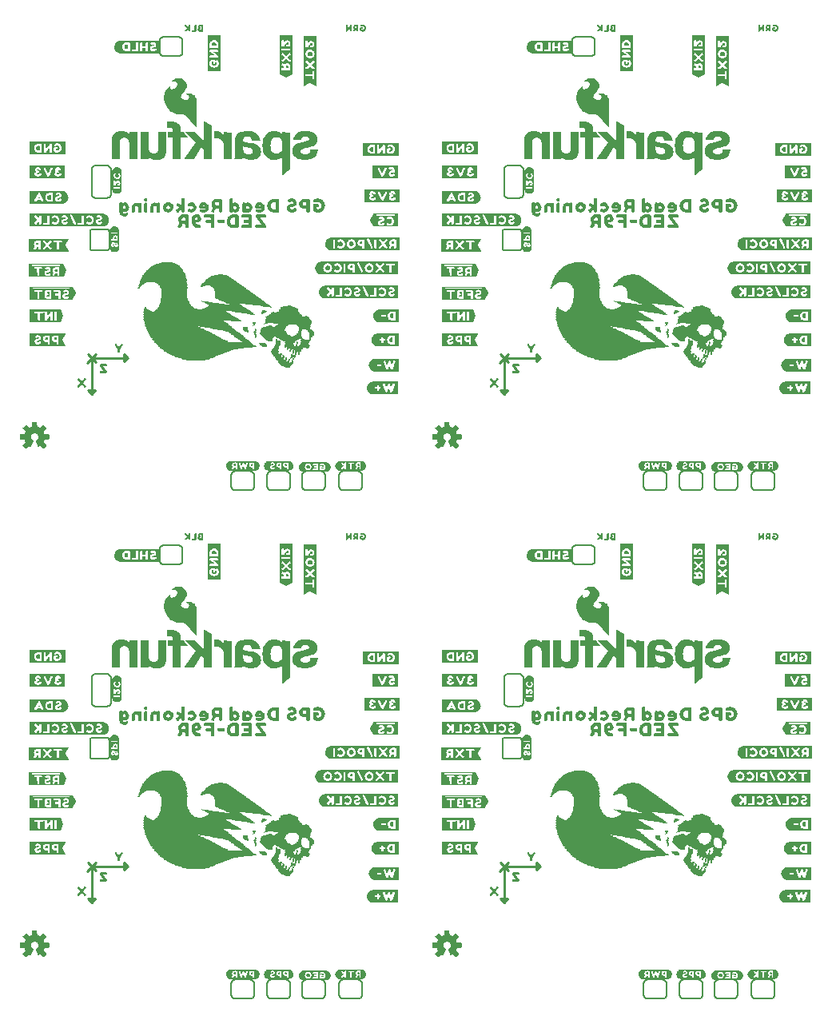
<source format=gbo>
G04 EAGLE Gerber RS-274X export*
G75*
%MOMM*%
%FSLAX34Y34*%
%LPD*%
%INSilkscreen Bottom*%
%IPPOS*%
%AMOC8*
5,1,8,0,0,1.08239X$1,22.5*%
G01*
%ADD10C,0.254000*%
%ADD11C,0.203200*%
%ADD12C,0.152400*%
%ADD13R,0.790000X0.050000*%
%ADD14R,1.240000X0.050000*%
%ADD15R,1.630000X0.050000*%
%ADD16R,1.880000X0.050000*%
%ADD17R,2.120000X0.040000*%
%ADD18R,2.370000X0.050000*%
%ADD19R,2.570000X0.050000*%
%ADD20R,2.720000X0.050000*%
%ADD21R,2.820000X0.050000*%
%ADD22R,2.970000X0.050000*%
%ADD23R,3.120000X0.050000*%
%ADD24R,3.210000X0.050000*%
%ADD25R,3.350000X0.050000*%
%ADD26R,3.450000X0.050000*%
%ADD27R,3.550000X0.050000*%
%ADD28R,3.650000X0.050000*%
%ADD29R,3.750000X0.050000*%
%ADD30R,3.800000X0.050000*%
%ADD31R,3.900000X0.050000*%
%ADD32R,3.950000X0.050000*%
%ADD33R,4.050000X0.040000*%
%ADD34R,4.100000X0.050000*%
%ADD35R,4.200000X0.050000*%
%ADD36R,4.250000X0.050000*%
%ADD37R,4.300000X0.050000*%
%ADD38R,4.350000X0.050000*%
%ADD39R,0.540000X0.050000*%
%ADD40R,4.400000X0.050000*%
%ADD41R,1.040000X0.050000*%
%ADD42R,4.450000X0.050000*%
%ADD43R,1.280000X0.050000*%
%ADD44R,4.500000X0.050000*%
%ADD45R,1.580000X0.050000*%
%ADD46R,4.550000X0.050000*%
%ADD47R,1.830000X0.050000*%
%ADD48R,4.590000X0.050000*%
%ADD49R,2.020000X0.050000*%
%ADD50R,4.640000X0.050000*%
%ADD51R,2.170000X0.050000*%
%ADD52R,4.690000X0.050000*%
%ADD53R,2.320000X0.050000*%
%ADD54R,4.740000X0.050000*%
%ADD55R,2.470000X0.050000*%
%ADD56R,2.620000X0.050000*%
%ADD57R,4.790000X0.050000*%
%ADD58R,2.770000X0.050000*%
%ADD59R,4.840000X0.050000*%
%ADD60R,2.860000X0.040000*%
%ADD61R,4.840000X0.040000*%
%ADD62R,3.010000X0.050000*%
%ADD63R,4.890000X0.050000*%
%ADD64R,3.110000X0.050000*%
%ADD65R,3.260000X0.050000*%
%ADD66R,4.940000X0.050000*%
%ADD67R,3.360000X0.050000*%
%ADD68R,3.460000X0.050000*%
%ADD69R,0.840000X0.050000*%
%ADD70R,3.610000X0.050000*%
%ADD71R,3.310000X0.050000*%
%ADD72R,0.740000X0.050000*%
%ADD73R,3.710000X0.050000*%
%ADD74R,0.590000X0.050000*%
%ADD75R,3.850000X0.050000*%
%ADD76R,0.490000X0.050000*%
%ADD77R,4.000000X0.050000*%
%ADD78R,3.070000X0.050000*%
%ADD79R,0.390000X0.050000*%
%ADD80R,4.140000X0.050000*%
%ADD81R,3.020000X0.050000*%
%ADD82R,0.350000X0.050000*%
%ADD83R,4.190000X0.050000*%
%ADD84R,0.300000X0.050000*%
%ADD85R,3.400000X0.050000*%
%ADD86R,0.440000X0.050000*%
%ADD87R,2.920000X0.050000*%
%ADD88R,0.240000X0.050000*%
%ADD89R,0.250000X0.050000*%
%ADD90R,0.100000X0.050000*%
%ADD91R,2.870000X0.050000*%
%ADD92R,0.200000X0.050000*%
%ADD93R,3.310000X0.040000*%
%ADD94R,2.870000X0.040000*%
%ADD95R,0.150000X0.040000*%
%ADD96R,0.150000X0.050000*%
%ADD97R,3.410000X0.050000*%
%ADD98R,0.050000X0.050000*%
%ADD99R,3.510000X0.050000*%
%ADD100R,3.600000X0.050000*%
%ADD101R,3.700000X0.050000*%
%ADD102R,4.050000X0.050000*%
%ADD103R,4.150000X0.040000*%
%ADD104R,2.770000X0.040000*%
%ADD105R,4.340000X0.050000*%
%ADD106R,4.440000X0.050000*%
%ADD107R,4.490000X0.050000*%
%ADD108R,4.540000X0.050000*%
%ADD109R,2.860000X0.050000*%
%ADD110R,2.910000X0.050000*%
%ADD111R,2.960000X0.050000*%
%ADD112R,4.290000X0.050000*%
%ADD113R,0.290000X0.050000*%
%ADD114R,4.190000X0.040000*%
%ADD115R,0.550000X0.040000*%
%ADD116R,3.010000X0.040000*%
%ADD117R,4.150000X0.050000*%
%ADD118R,1.090000X0.050000*%
%ADD119R,3.060000X0.050000*%
%ADD120R,1.140000X0.050000*%
%ADD121R,1.380000X0.050000*%
%ADD122R,1.530000X0.050000*%
%ADD123R,3.160000X0.050000*%
%ADD124R,1.980000X0.050000*%
%ADD125R,1.780000X0.050000*%
%ADD126R,1.680000X0.050000*%
%ADD127R,1.080000X0.050000*%
%ADD128R,2.070000X0.050000*%
%ADD129R,1.390000X0.050000*%
%ADD130R,0.690000X0.050000*%
%ADD131R,3.560000X0.050000*%
%ADD132R,0.140000X0.050000*%
%ADD133R,3.760000X0.050000*%
%ADD134R,3.860000X0.050000*%
%ADD135R,1.930000X0.040000*%
%ADD136R,9.630000X0.040000*%
%ADD137R,0.400000X0.040000*%
%ADD138R,9.770000X0.050000*%
%ADD139R,0.450000X0.050000*%
%ADD140R,9.870000X0.050000*%
%ADD141R,0.550000X0.050000*%
%ADD142R,2.030000X0.050000*%
%ADD143R,7.460000X0.050000*%
%ADD144R,0.650000X0.050000*%
%ADD145R,2.080000X0.050000*%
%ADD146R,7.600000X0.050000*%
%ADD147R,1.730000X0.050000*%
%ADD148R,8.740000X0.050000*%
%ADD149R,1.480000X0.050000*%
%ADD150R,8.840000X0.050000*%
%ADD151R,1.190000X0.050000*%
%ADD152R,8.940000X0.050000*%
%ADD153R,0.190000X0.050000*%
%ADD154R,0.990000X0.050000*%
%ADD155R,8.990000X0.050000*%
%ADD156R,9.090000X0.050000*%
%ADD157R,0.500000X0.050000*%
%ADD158R,9.140000X0.050000*%
%ADD159R,9.240000X0.050000*%
%ADD160R,9.340000X0.050000*%
%ADD161R,9.390000X0.050000*%
%ADD162R,9.480000X0.050000*%
%ADD163R,9.580000X0.050000*%
%ADD164R,9.630000X0.050000*%
%ADD165R,4.540000X0.040000*%
%ADD166R,9.730000X0.040000*%
%ADD167R,9.830000X0.050000*%
%ADD168R,9.880000X0.050000*%
%ADD169R,9.980000X0.050000*%
%ADD170R,10.080000X0.050000*%
%ADD171R,10.130000X0.050000*%
%ADD172R,10.180000X0.050000*%
%ADD173R,8.450000X0.050000*%
%ADD174R,4.990000X0.050000*%
%ADD175R,8.550000X0.050000*%
%ADD176R,0.340000X0.050000*%
%ADD177R,8.590000X0.050000*%
%ADD178R,0.400000X0.050000*%
%ADD179R,8.640000X0.050000*%
%ADD180R,1.290000X0.050000*%
%ADD181R,8.790000X0.050000*%
%ADD182R,1.530000X0.040000*%
%ADD183R,1.130000X0.040000*%
%ADD184R,0.100000X0.040000*%
%ADD185R,8.840000X0.040000*%
%ADD186R,1.130000X0.050000*%
%ADD187R,0.090000X0.050000*%
%ADD188R,1.330000X0.050000*%
%ADD189R,1.180000X0.050000*%
%ADD190R,5.530000X0.050000*%
%ADD191R,5.580000X0.050000*%
%ADD192R,0.890000X0.050000*%
%ADD193R,5.630000X0.050000*%
%ADD194R,5.780000X0.050000*%
%ADD195R,2.420000X0.050000*%
%ADD196R,5.830000X0.050000*%
%ADD197R,2.270000X0.050000*%
%ADD198R,5.930000X0.050000*%
%ADD199R,0.040000X0.050000*%
%ADD200R,6.020000X0.050000*%
%ADD201R,1.820000X0.050000*%
%ADD202R,6.070000X0.050000*%
%ADD203R,6.170000X0.050000*%
%ADD204R,1.430000X0.050000*%
%ADD205R,6.220000X0.050000*%
%ADD206R,2.670000X0.050000*%
%ADD207R,1.230000X0.050000*%
%ADD208R,6.320000X0.050000*%
%ADD209R,6.370000X0.050000*%
%ADD210R,6.470000X0.050000*%
%ADD211R,0.500000X0.040000*%
%ADD212R,0.340000X0.040000*%
%ADD213R,2.760000X0.040000*%
%ADD214R,0.290000X0.040000*%
%ADD215R,1.040000X0.040000*%
%ADD216R,6.520000X0.040000*%
%ADD217R,2.810000X0.050000*%
%ADD218R,6.610000X0.050000*%
%ADD219R,6.660000X0.050000*%
%ADD220R,6.760000X0.050000*%
%ADD221R,0.980000X0.050000*%
%ADD222R,6.810000X0.050000*%
%ADD223R,6.910000X0.050000*%
%ADD224R,0.930000X0.050000*%
%ADD225R,7.010000X0.050000*%
%ADD226R,0.940000X0.050000*%
%ADD227R,7.070000X0.050000*%
%ADD228R,2.760000X0.050000*%
%ADD229R,7.160000X0.050000*%
%ADD230R,2.660000X0.050000*%
%ADD231R,7.260000X0.050000*%
%ADD232R,7.310000X0.050000*%
%ADD233R,2.560000X0.050000*%
%ADD234R,2.520000X0.050000*%
%ADD235R,7.360000X0.050000*%
%ADD236R,7.510000X0.050000*%
%ADD237R,0.440000X0.040000*%
%ADD238R,1.680000X0.040000*%
%ADD239R,0.200000X0.040000*%
%ADD240R,0.640000X0.040000*%
%ADD241R,0.840000X0.040000*%
%ADD242R,7.560000X0.040000*%
%ADD243R,7.660000X0.050000*%
%ADD244R,7.700000X0.050000*%
%ADD245R,7.750000X0.050000*%
%ADD246R,7.800000X0.050000*%
%ADD247R,1.030000X0.050000*%
%ADD248R,10.170000X0.050000*%
%ADD249R,10.220000X0.050000*%
%ADD250R,0.640000X0.050000*%
%ADD251R,10.230000X0.050000*%
%ADD252R,10.280000X0.050000*%
%ADD253R,10.270000X0.050000*%
%ADD254R,1.780000X0.040000*%
%ADD255R,0.590000X0.040000*%
%ADD256R,9.780000X0.040000*%
%ADD257R,8.890000X0.050000*%
%ADD258R,8.440000X0.050000*%
%ADD259R,8.100000X0.050000*%
%ADD260R,7.500000X0.050000*%
%ADD261R,0.880000X0.050000*%
%ADD262R,7.060000X0.050000*%
%ADD263R,6.860000X0.050000*%
%ADD264R,0.600000X0.050000*%
%ADD265R,0.830000X0.050000*%
%ADD266R,6.620000X0.050000*%
%ADD267R,6.420000X0.050000*%
%ADD268R,6.180000X0.050000*%
%ADD269R,6.030000X0.050000*%
%ADD270R,5.330000X0.050000*%
%ADD271R,5.180000X0.050000*%
%ADD272R,0.890000X0.040000*%
%ADD273R,4.930000X0.040000*%
%ADD274R,1.970000X0.050000*%
%ADD275R,0.300000X0.040000*%
%ADD276R,1.090000X0.040000*%
%ADD277R,1.440000X0.050000*%
%ADD278R,1.340000X0.050000*%

G36*
X410514Y772935D02*
X410514Y772935D01*
X410518Y772932D01*
X411018Y773032D01*
X411046Y773064D01*
X411048Y773065D01*
X411048Y773066D01*
X411057Y773076D01*
X411055Y773078D01*
X411057Y773080D01*
X411057Y785980D01*
X411054Y785985D01*
X411057Y785988D01*
X410957Y786588D01*
X410913Y786629D01*
X410911Y786626D01*
X410908Y786629D01*
X407708Y786629D01*
X407661Y786593D01*
X407662Y786592D01*
X407660Y786591D01*
X407656Y786573D01*
X407630Y786624D01*
X407617Y786618D01*
X407608Y786629D01*
X329808Y786629D01*
X329804Y786626D01*
X329801Y786629D01*
X328401Y786429D01*
X328398Y786425D01*
X328396Y786425D01*
X328395Y786425D01*
X328392Y786427D01*
X327793Y786227D01*
X327094Y786027D01*
X327088Y786019D01*
X327081Y786021D01*
X326482Y785622D01*
X325983Y785322D01*
X325981Y785317D01*
X325976Y785318D01*
X325376Y784818D01*
X325376Y784814D01*
X325373Y784815D01*
X324473Y783915D01*
X324472Y783908D01*
X324467Y783907D01*
X324067Y783307D01*
X324067Y783303D01*
X324064Y783302D01*
X323764Y782702D01*
X323765Y782698D01*
X323762Y782696D01*
X323761Y782696D01*
X323561Y782096D01*
X323562Y782094D01*
X323561Y782094D01*
X323550Y782055D01*
X323508Y781908D01*
X323465Y781760D01*
X323451Y781711D01*
X323409Y781563D01*
X323367Y781415D01*
X323361Y781395D01*
X323161Y780796D01*
X323165Y780785D01*
X323159Y780780D01*
X323159Y779380D01*
X323162Y779376D01*
X323159Y779373D01*
X323259Y778673D01*
X323260Y778672D01*
X323259Y778672D01*
X323359Y778072D01*
X323363Y778069D01*
X323361Y778066D01*
X323561Y777366D01*
X323566Y777362D01*
X323564Y777358D01*
X324164Y776158D01*
X324171Y776155D01*
X324170Y776149D01*
X324568Y775651D01*
X324967Y775053D01*
X324977Y775049D01*
X324977Y775042D01*
X325477Y774642D01*
X325481Y774641D01*
X325481Y774639D01*
X326079Y774240D01*
X326577Y773842D01*
X326585Y773841D01*
X326586Y773836D01*
X327186Y773536D01*
X327193Y773537D01*
X327194Y773533D01*
X327893Y773333D01*
X328492Y773133D01*
X328499Y773135D01*
X328501Y773131D01*
X329901Y772931D01*
X329906Y772934D01*
X329908Y772931D01*
X410508Y772931D01*
X410514Y772935D01*
G37*
G36*
X847394Y772935D02*
X847394Y772935D01*
X847398Y772932D01*
X847898Y773032D01*
X847926Y773064D01*
X847928Y773065D01*
X847928Y773066D01*
X847937Y773076D01*
X847935Y773078D01*
X847937Y773080D01*
X847937Y785980D01*
X847934Y785985D01*
X847937Y785988D01*
X847837Y786588D01*
X847793Y786629D01*
X847791Y786626D01*
X847788Y786629D01*
X844588Y786629D01*
X844541Y786593D01*
X844542Y786592D01*
X844540Y786591D01*
X844536Y786573D01*
X844510Y786624D01*
X844497Y786618D01*
X844488Y786629D01*
X766688Y786629D01*
X766684Y786626D01*
X766681Y786629D01*
X765281Y786429D01*
X765278Y786425D01*
X765276Y786425D01*
X765275Y786425D01*
X765272Y786427D01*
X764673Y786227D01*
X763974Y786027D01*
X763968Y786019D01*
X763961Y786021D01*
X763362Y785622D01*
X762863Y785322D01*
X762861Y785317D01*
X762856Y785318D01*
X762256Y784818D01*
X762256Y784814D01*
X762253Y784815D01*
X761353Y783915D01*
X761352Y783908D01*
X761347Y783907D01*
X760947Y783307D01*
X760947Y783303D01*
X760944Y783302D01*
X760644Y782702D01*
X760645Y782698D01*
X760642Y782696D01*
X760641Y782696D01*
X760441Y782096D01*
X760442Y782094D01*
X760441Y782094D01*
X760430Y782055D01*
X760388Y781908D01*
X760345Y781760D01*
X760331Y781711D01*
X760289Y781563D01*
X760247Y781415D01*
X760241Y781395D01*
X760041Y780796D01*
X760045Y780785D01*
X760039Y780780D01*
X760039Y779380D01*
X760042Y779376D01*
X760039Y779373D01*
X760139Y778673D01*
X760140Y778672D01*
X760139Y778672D01*
X760239Y778072D01*
X760243Y778069D01*
X760241Y778066D01*
X760441Y777366D01*
X760446Y777362D01*
X760444Y777358D01*
X761044Y776158D01*
X761051Y776155D01*
X761050Y776149D01*
X761448Y775651D01*
X761847Y775053D01*
X761857Y775049D01*
X761857Y775042D01*
X762357Y774642D01*
X762361Y774641D01*
X762361Y774639D01*
X762959Y774240D01*
X763457Y773842D01*
X763465Y773841D01*
X763466Y773836D01*
X764066Y773536D01*
X764073Y773537D01*
X764074Y773533D01*
X764773Y773333D01*
X765372Y773133D01*
X765379Y773135D01*
X765381Y773131D01*
X766781Y772931D01*
X766786Y772934D01*
X766788Y772931D01*
X847388Y772931D01*
X847394Y772935D01*
G37*
G36*
X410514Y234455D02*
X410514Y234455D01*
X410518Y234452D01*
X411018Y234552D01*
X411046Y234584D01*
X411048Y234585D01*
X411057Y234596D01*
X411055Y234598D01*
X411057Y234600D01*
X411057Y247500D01*
X411054Y247505D01*
X411057Y247508D01*
X410957Y248108D01*
X410913Y248149D01*
X410911Y248146D01*
X410908Y248149D01*
X407708Y248149D01*
X407661Y248113D01*
X407662Y248112D01*
X407660Y248111D01*
X407656Y248093D01*
X407630Y248144D01*
X407617Y248138D01*
X407608Y248149D01*
X329808Y248149D01*
X329804Y248146D01*
X329801Y248149D01*
X328401Y247949D01*
X328398Y247945D01*
X328396Y247945D01*
X328395Y247945D01*
X328392Y247947D01*
X327793Y247747D01*
X327094Y247547D01*
X327088Y247539D01*
X327081Y247541D01*
X326482Y247142D01*
X325983Y246842D01*
X325981Y246837D01*
X325976Y246838D01*
X325376Y246338D01*
X325376Y246334D01*
X325373Y246335D01*
X324473Y245435D01*
X324472Y245428D01*
X324467Y245427D01*
X324067Y244827D01*
X324067Y244823D01*
X324064Y244822D01*
X323764Y244222D01*
X323765Y244218D01*
X323762Y244216D01*
X323761Y244216D01*
X323561Y243616D01*
X323562Y243614D01*
X323561Y243614D01*
X323522Y243477D01*
X323479Y243329D01*
X323465Y243280D01*
X323423Y243132D01*
X323381Y242984D01*
X323367Y242935D01*
X323361Y242915D01*
X323161Y242316D01*
X323165Y242305D01*
X323159Y242300D01*
X323159Y240900D01*
X323162Y240896D01*
X323159Y240893D01*
X323259Y240193D01*
X323260Y240192D01*
X323259Y240192D01*
X323359Y239592D01*
X323363Y239589D01*
X323361Y239586D01*
X323561Y238886D01*
X323566Y238882D01*
X323564Y238878D01*
X324164Y237678D01*
X324171Y237675D01*
X324170Y237669D01*
X324568Y237171D01*
X324967Y236573D01*
X324977Y236569D01*
X324977Y236562D01*
X325477Y236162D01*
X325481Y236161D01*
X325481Y236159D01*
X326079Y235760D01*
X326577Y235362D01*
X326585Y235361D01*
X326586Y235356D01*
X327186Y235056D01*
X327193Y235057D01*
X327194Y235053D01*
X327893Y234853D01*
X328492Y234653D01*
X328499Y234655D01*
X328501Y234651D01*
X329901Y234451D01*
X329906Y234454D01*
X329908Y234451D01*
X410508Y234451D01*
X410514Y234455D01*
G37*
G36*
X847394Y234455D02*
X847394Y234455D01*
X847398Y234452D01*
X847898Y234552D01*
X847926Y234584D01*
X847928Y234585D01*
X847937Y234596D01*
X847935Y234598D01*
X847937Y234600D01*
X847937Y247500D01*
X847934Y247505D01*
X847937Y247508D01*
X847837Y248108D01*
X847793Y248149D01*
X847791Y248146D01*
X847788Y248149D01*
X844588Y248149D01*
X844541Y248113D01*
X844542Y248112D01*
X844540Y248111D01*
X844536Y248093D01*
X844510Y248144D01*
X844497Y248138D01*
X844488Y248149D01*
X766688Y248149D01*
X766684Y248146D01*
X766681Y248149D01*
X765281Y247949D01*
X765278Y247945D01*
X765276Y247945D01*
X765275Y247945D01*
X765272Y247947D01*
X764673Y247747D01*
X763974Y247547D01*
X763968Y247539D01*
X763961Y247541D01*
X763362Y247142D01*
X762863Y246842D01*
X762861Y246837D01*
X762856Y246838D01*
X762256Y246338D01*
X762256Y246334D01*
X762253Y246335D01*
X761353Y245435D01*
X761352Y245428D01*
X761347Y245427D01*
X760947Y244827D01*
X760947Y244823D01*
X760944Y244822D01*
X760644Y244222D01*
X760645Y244218D01*
X760642Y244216D01*
X760641Y244216D01*
X760441Y243616D01*
X760442Y243614D01*
X760441Y243614D01*
X760402Y243477D01*
X760359Y243329D01*
X760345Y243280D01*
X760303Y243132D01*
X760261Y242984D01*
X760247Y242935D01*
X760241Y242915D01*
X760041Y242316D01*
X760045Y242305D01*
X760039Y242300D01*
X760039Y240900D01*
X760042Y240896D01*
X760039Y240893D01*
X760139Y240193D01*
X760140Y240192D01*
X760139Y240192D01*
X760239Y239592D01*
X760243Y239589D01*
X760241Y239586D01*
X760441Y238886D01*
X760446Y238882D01*
X760444Y238878D01*
X761044Y237678D01*
X761051Y237675D01*
X761050Y237669D01*
X761448Y237171D01*
X761847Y236573D01*
X761857Y236569D01*
X761857Y236562D01*
X762357Y236162D01*
X762361Y236161D01*
X762361Y236159D01*
X762959Y235760D01*
X763457Y235362D01*
X763465Y235361D01*
X763466Y235356D01*
X764066Y235056D01*
X764073Y235057D01*
X764074Y235053D01*
X764773Y234853D01*
X765372Y234653D01*
X765379Y234655D01*
X765381Y234651D01*
X766781Y234451D01*
X766786Y234454D01*
X766788Y234451D01*
X847388Y234451D01*
X847394Y234455D01*
G37*
G36*
X847967Y747567D02*
X847967Y747567D01*
X847965Y747570D01*
X847969Y747572D01*
X848069Y748172D01*
X848066Y748177D01*
X848069Y748180D01*
X848069Y761080D01*
X848033Y761127D01*
X848030Y761125D01*
X848028Y761129D01*
X847428Y761229D01*
X847423Y761226D01*
X847420Y761229D01*
X770720Y761229D01*
X770715Y761226D01*
X770712Y761229D01*
X770112Y761129D01*
X769413Y761029D01*
X769410Y761025D01*
X769409Y761025D01*
X769406Y761027D01*
X768706Y760827D01*
X768705Y760826D01*
X768704Y760827D01*
X768104Y760627D01*
X768101Y760622D01*
X768098Y760624D01*
X767498Y760324D01*
X767496Y760320D01*
X767493Y760321D01*
X766893Y759921D01*
X766892Y759918D01*
X766889Y759918D01*
X765889Y759118D01*
X765887Y759108D01*
X765879Y759107D01*
X765480Y758509D01*
X765082Y758011D01*
X765081Y758007D01*
X765079Y758007D01*
X764679Y757407D01*
X764680Y757399D01*
X764677Y757397D01*
X764673Y757396D01*
X764473Y756796D01*
X764474Y756794D01*
X764473Y756794D01*
X764461Y756754D01*
X764447Y756705D01*
X764405Y756557D01*
X764363Y756409D01*
X764349Y756360D01*
X764307Y756212D01*
X764273Y756095D01*
X764073Y755496D01*
X764077Y755485D01*
X764071Y755480D01*
X764071Y753380D01*
X764074Y753375D01*
X764071Y753372D01*
X764171Y752772D01*
X764175Y752769D01*
X764173Y752766D01*
X764373Y752066D01*
X764378Y752062D01*
X764376Y752058D01*
X764976Y750858D01*
X764980Y750856D01*
X764979Y750853D01*
X765379Y750253D01*
X765382Y750252D01*
X765382Y750249D01*
X765782Y749749D01*
X765786Y749748D01*
X765785Y749745D01*
X766285Y749245D01*
X766289Y749245D01*
X766289Y749242D01*
X766789Y748842D01*
X766797Y748841D01*
X766798Y748836D01*
X767395Y748537D01*
X767993Y748139D01*
X768002Y748140D01*
X768004Y748133D01*
X768604Y747933D01*
X768606Y747934D01*
X768606Y747933D01*
X769306Y747733D01*
X769310Y747734D01*
X769312Y747731D01*
X769912Y747631D01*
X769913Y747632D01*
X769913Y747631D01*
X770613Y747531D01*
X770618Y747534D01*
X770620Y747531D01*
X847920Y747531D01*
X847967Y747567D01*
G37*
G36*
X411087Y747567D02*
X411087Y747567D01*
X411085Y747570D01*
X411089Y747572D01*
X411189Y748172D01*
X411186Y748177D01*
X411189Y748180D01*
X411189Y761080D01*
X411153Y761127D01*
X411150Y761125D01*
X411148Y761129D01*
X410548Y761229D01*
X410543Y761226D01*
X410540Y761229D01*
X333840Y761229D01*
X333835Y761226D01*
X333832Y761229D01*
X333232Y761129D01*
X332533Y761029D01*
X332530Y761025D01*
X332529Y761025D01*
X332526Y761027D01*
X331826Y760827D01*
X331825Y760826D01*
X331824Y760827D01*
X331224Y760627D01*
X331221Y760622D01*
X331218Y760624D01*
X330618Y760324D01*
X330616Y760320D01*
X330613Y760321D01*
X330013Y759921D01*
X330012Y759918D01*
X330009Y759918D01*
X329009Y759118D01*
X329007Y759108D01*
X328999Y759107D01*
X328600Y758509D01*
X328202Y758011D01*
X328201Y758007D01*
X328199Y758007D01*
X327799Y757407D01*
X327800Y757399D01*
X327797Y757397D01*
X327793Y757396D01*
X327593Y756796D01*
X327594Y756794D01*
X327593Y756794D01*
X327581Y756754D01*
X327567Y756705D01*
X327525Y756557D01*
X327483Y756409D01*
X327469Y756360D01*
X327427Y756212D01*
X327393Y756095D01*
X327193Y755496D01*
X327197Y755485D01*
X327191Y755480D01*
X327191Y753380D01*
X327194Y753375D01*
X327191Y753372D01*
X327291Y752772D01*
X327295Y752769D01*
X327293Y752766D01*
X327493Y752066D01*
X327498Y752062D01*
X327496Y752058D01*
X328096Y750858D01*
X328100Y750856D01*
X328099Y750853D01*
X328499Y750253D01*
X328502Y750252D01*
X328502Y750249D01*
X328902Y749749D01*
X328906Y749748D01*
X328905Y749745D01*
X329405Y749245D01*
X329409Y749245D01*
X329409Y749242D01*
X329909Y748842D01*
X329917Y748841D01*
X329918Y748836D01*
X330515Y748537D01*
X331113Y748139D01*
X331122Y748140D01*
X331124Y748133D01*
X331724Y747933D01*
X331726Y747934D01*
X331726Y747933D01*
X332426Y747733D01*
X332430Y747734D01*
X332432Y747731D01*
X333032Y747631D01*
X333033Y747632D01*
X333033Y747631D01*
X333733Y747531D01*
X333738Y747534D01*
X333740Y747531D01*
X411040Y747531D01*
X411087Y747567D01*
G37*
G36*
X411087Y209087D02*
X411087Y209087D01*
X411085Y209090D01*
X411089Y209092D01*
X411189Y209692D01*
X411186Y209697D01*
X411189Y209700D01*
X411189Y222600D01*
X411153Y222647D01*
X411150Y222645D01*
X411148Y222649D01*
X410548Y222749D01*
X410543Y222746D01*
X410540Y222749D01*
X333840Y222749D01*
X333835Y222746D01*
X333832Y222749D01*
X333232Y222649D01*
X332533Y222549D01*
X332530Y222545D01*
X332529Y222545D01*
X332526Y222547D01*
X331826Y222347D01*
X331825Y222346D01*
X331824Y222347D01*
X331224Y222147D01*
X331221Y222142D01*
X331218Y222144D01*
X330618Y221844D01*
X330616Y221840D01*
X330613Y221841D01*
X330013Y221441D01*
X330012Y221438D01*
X330009Y221438D01*
X329009Y220638D01*
X329007Y220628D01*
X328999Y220627D01*
X328600Y220029D01*
X328202Y219531D01*
X328201Y219527D01*
X328199Y219527D01*
X327799Y218927D01*
X327800Y218919D01*
X327797Y218917D01*
X327793Y218916D01*
X327593Y218316D01*
X327594Y218314D01*
X327593Y218314D01*
X327581Y218274D01*
X327567Y218225D01*
X327525Y218077D01*
X327483Y217929D01*
X327469Y217880D01*
X327427Y217732D01*
X327393Y217615D01*
X327193Y217016D01*
X327197Y217005D01*
X327191Y217000D01*
X327191Y214900D01*
X327194Y214895D01*
X327191Y214892D01*
X327291Y214292D01*
X327295Y214289D01*
X327293Y214286D01*
X327493Y213586D01*
X327498Y213582D01*
X327496Y213578D01*
X328096Y212378D01*
X328100Y212376D01*
X328099Y212373D01*
X328499Y211773D01*
X328502Y211772D01*
X328502Y211769D01*
X328902Y211269D01*
X328906Y211268D01*
X328905Y211265D01*
X329405Y210765D01*
X329409Y210765D01*
X329409Y210762D01*
X329909Y210362D01*
X329917Y210361D01*
X329918Y210356D01*
X330515Y210057D01*
X331113Y209659D01*
X331122Y209660D01*
X331124Y209653D01*
X331724Y209453D01*
X331726Y209454D01*
X331726Y209453D01*
X332426Y209253D01*
X332430Y209254D01*
X332432Y209251D01*
X333032Y209151D01*
X333033Y209152D01*
X333033Y209151D01*
X333733Y209051D01*
X333738Y209054D01*
X333740Y209051D01*
X411040Y209051D01*
X411087Y209087D01*
G37*
G36*
X847967Y209087D02*
X847967Y209087D01*
X847965Y209090D01*
X847969Y209092D01*
X848069Y209692D01*
X848066Y209697D01*
X848069Y209700D01*
X848069Y222600D01*
X848033Y222647D01*
X848030Y222645D01*
X848028Y222649D01*
X847428Y222749D01*
X847423Y222746D01*
X847420Y222749D01*
X770720Y222749D01*
X770715Y222746D01*
X770712Y222749D01*
X770112Y222649D01*
X769413Y222549D01*
X769410Y222545D01*
X769409Y222545D01*
X769406Y222547D01*
X768706Y222347D01*
X768705Y222346D01*
X768704Y222347D01*
X768104Y222147D01*
X768101Y222142D01*
X768098Y222144D01*
X767498Y221844D01*
X767496Y221840D01*
X767493Y221841D01*
X766893Y221441D01*
X766892Y221438D01*
X766889Y221438D01*
X765889Y220638D01*
X765887Y220628D01*
X765879Y220627D01*
X765480Y220029D01*
X765082Y219531D01*
X765081Y219527D01*
X765079Y219527D01*
X764679Y218927D01*
X764680Y218919D01*
X764677Y218917D01*
X764673Y218916D01*
X764473Y218316D01*
X764474Y218314D01*
X764473Y218314D01*
X764461Y218274D01*
X764447Y218225D01*
X764405Y218077D01*
X764363Y217929D01*
X764349Y217880D01*
X764307Y217732D01*
X764273Y217615D01*
X764073Y217016D01*
X764077Y217005D01*
X764071Y217000D01*
X764071Y214900D01*
X764074Y214895D01*
X764071Y214892D01*
X764171Y214292D01*
X764175Y214289D01*
X764173Y214286D01*
X764373Y213586D01*
X764378Y213582D01*
X764376Y213578D01*
X764976Y212378D01*
X764980Y212376D01*
X764979Y212373D01*
X765379Y211773D01*
X765382Y211772D01*
X765382Y211769D01*
X765782Y211269D01*
X765786Y211268D01*
X765785Y211265D01*
X766285Y210765D01*
X766289Y210765D01*
X766289Y210762D01*
X766789Y210362D01*
X766797Y210361D01*
X766798Y210356D01*
X767395Y210057D01*
X767993Y209659D01*
X768002Y209660D01*
X768004Y209653D01*
X768604Y209453D01*
X768606Y209454D01*
X768606Y209453D01*
X769306Y209253D01*
X769310Y209254D01*
X769312Y209251D01*
X769912Y209151D01*
X769913Y209152D01*
X769913Y209151D01*
X770613Y209051D01*
X770618Y209054D01*
X770620Y209051D01*
X847920Y209051D01*
X847967Y209087D01*
G37*
G36*
X97964Y823734D02*
X97964Y823734D01*
X97967Y823731D01*
X99367Y823931D01*
X99372Y823936D01*
X99376Y823933D01*
X99975Y824133D01*
X100674Y824333D01*
X100678Y824338D01*
X100682Y824336D01*
X101282Y824636D01*
X101285Y824643D01*
X101291Y824642D01*
X101789Y825040D01*
X102387Y825439D01*
X102390Y825446D01*
X102395Y825445D01*
X102895Y825945D01*
X102895Y825949D01*
X102898Y825949D01*
X103298Y826449D01*
X103299Y826453D01*
X103301Y826453D01*
X103701Y827053D01*
X103701Y827057D01*
X103704Y827058D01*
X104304Y828258D01*
X104303Y828265D01*
X104307Y828266D01*
X104316Y828298D01*
X104358Y828445D01*
X104359Y828445D01*
X104358Y828445D01*
X104401Y828593D01*
X104415Y828642D01*
X104457Y828790D01*
X104499Y828938D01*
X104507Y828966D01*
X104506Y828970D01*
X104509Y828972D01*
X104609Y829572D01*
X104606Y829577D01*
X104607Y829578D01*
X104609Y829580D01*
X104609Y831580D01*
X104603Y831588D01*
X104607Y831594D01*
X104407Y832294D01*
X104406Y832295D01*
X104407Y832296D01*
X104207Y832895D01*
X104007Y833594D01*
X103999Y833600D01*
X104001Y833607D01*
X103602Y834206D01*
X103302Y834705D01*
X103294Y834709D01*
X103295Y834715D01*
X102295Y835715D01*
X102291Y835715D01*
X102291Y835718D01*
X101791Y836118D01*
X101787Y836119D01*
X101787Y836121D01*
X101187Y836521D01*
X101183Y836521D01*
X101182Y836524D01*
X100582Y836824D01*
X100577Y836823D01*
X100576Y836827D01*
X99976Y837027D01*
X99974Y837026D01*
X99974Y837027D01*
X99274Y837227D01*
X99270Y837226D01*
X99268Y837229D01*
X98668Y837329D01*
X98667Y837328D01*
X98667Y837329D01*
X97967Y837429D01*
X97962Y837426D01*
X97960Y837429D01*
X21260Y837429D01*
X21255Y837426D01*
X21252Y837429D01*
X20652Y837329D01*
X20615Y837290D01*
X20613Y837288D01*
X20613Y837287D01*
X20611Y837285D01*
X20614Y837283D01*
X20611Y837280D01*
X20611Y824380D01*
X20614Y824375D01*
X20611Y824372D01*
X20711Y823772D01*
X20755Y823731D01*
X20758Y823734D01*
X20760Y823731D01*
X97960Y823731D01*
X97964Y823734D01*
G37*
G36*
X534844Y823734D02*
X534844Y823734D01*
X534847Y823731D01*
X536247Y823931D01*
X536252Y823936D01*
X536256Y823933D01*
X536855Y824133D01*
X537554Y824333D01*
X537558Y824338D01*
X537562Y824336D01*
X538162Y824636D01*
X538165Y824643D01*
X538171Y824642D01*
X538669Y825040D01*
X539267Y825439D01*
X539270Y825446D01*
X539275Y825445D01*
X539775Y825945D01*
X539775Y825949D01*
X539778Y825949D01*
X540178Y826449D01*
X540179Y826453D01*
X540181Y826453D01*
X540581Y827053D01*
X540581Y827057D01*
X540584Y827058D01*
X541184Y828258D01*
X541183Y828265D01*
X541187Y828266D01*
X541196Y828298D01*
X541238Y828445D01*
X541239Y828445D01*
X541238Y828445D01*
X541281Y828593D01*
X541295Y828642D01*
X541337Y828790D01*
X541379Y828938D01*
X541387Y828966D01*
X541386Y828970D01*
X541389Y828972D01*
X541489Y829572D01*
X541486Y829577D01*
X541487Y829578D01*
X541489Y829580D01*
X541489Y831580D01*
X541483Y831588D01*
X541487Y831594D01*
X541287Y832294D01*
X541286Y832295D01*
X541287Y832296D01*
X541087Y832895D01*
X540887Y833594D01*
X540879Y833600D01*
X540881Y833607D01*
X540482Y834206D01*
X540182Y834705D01*
X540174Y834709D01*
X540175Y834715D01*
X539175Y835715D01*
X539171Y835715D01*
X539171Y835718D01*
X538671Y836118D01*
X538667Y836119D01*
X538667Y836121D01*
X538067Y836521D01*
X538063Y836521D01*
X538062Y836524D01*
X537462Y836824D01*
X537457Y836823D01*
X537456Y836827D01*
X536856Y837027D01*
X536854Y837026D01*
X536854Y837027D01*
X536154Y837227D01*
X536150Y837226D01*
X536148Y837229D01*
X535548Y837329D01*
X535547Y837328D01*
X535547Y837329D01*
X534847Y837429D01*
X534842Y837426D01*
X534840Y837429D01*
X458140Y837429D01*
X458135Y837426D01*
X458132Y837429D01*
X457532Y837329D01*
X457495Y837290D01*
X457493Y837288D01*
X457493Y837287D01*
X457491Y837285D01*
X457494Y837283D01*
X457491Y837280D01*
X457491Y824380D01*
X457494Y824375D01*
X457491Y824372D01*
X457591Y823772D01*
X457635Y823731D01*
X457638Y823734D01*
X457640Y823731D01*
X534840Y823731D01*
X534844Y823734D01*
G37*
G36*
X534844Y285254D02*
X534844Y285254D01*
X534847Y285251D01*
X536247Y285451D01*
X536252Y285456D01*
X536256Y285453D01*
X536855Y285653D01*
X537554Y285853D01*
X537558Y285858D01*
X537562Y285856D01*
X538162Y286156D01*
X538165Y286163D01*
X538171Y286162D01*
X538669Y286560D01*
X539267Y286959D01*
X539270Y286966D01*
X539275Y286965D01*
X539775Y287465D01*
X539775Y287469D01*
X539778Y287469D01*
X540178Y287969D01*
X540179Y287973D01*
X540181Y287973D01*
X540581Y288573D01*
X540581Y288577D01*
X540584Y288578D01*
X541184Y289778D01*
X541183Y289785D01*
X541187Y289786D01*
X541196Y289818D01*
X541238Y289965D01*
X541239Y289965D01*
X541238Y289965D01*
X541281Y290113D01*
X541295Y290162D01*
X541337Y290310D01*
X541379Y290458D01*
X541387Y290486D01*
X541386Y290490D01*
X541389Y290492D01*
X541489Y291092D01*
X541486Y291097D01*
X541487Y291098D01*
X541489Y291100D01*
X541489Y293100D01*
X541483Y293108D01*
X541487Y293114D01*
X541287Y293814D01*
X541286Y293815D01*
X541287Y293816D01*
X541087Y294415D01*
X540887Y295114D01*
X540879Y295120D01*
X540881Y295127D01*
X540482Y295726D01*
X540182Y296225D01*
X540174Y296229D01*
X540175Y296235D01*
X539175Y297235D01*
X539171Y297235D01*
X539171Y297238D01*
X538671Y297638D01*
X538667Y297639D01*
X538667Y297641D01*
X538067Y298041D01*
X538063Y298041D01*
X538062Y298044D01*
X537462Y298344D01*
X537457Y298343D01*
X537456Y298347D01*
X536856Y298547D01*
X536854Y298546D01*
X536854Y298547D01*
X536154Y298747D01*
X536150Y298746D01*
X536148Y298749D01*
X535548Y298849D01*
X535547Y298848D01*
X535547Y298849D01*
X534847Y298949D01*
X534842Y298946D01*
X534840Y298949D01*
X458140Y298949D01*
X458135Y298946D01*
X458132Y298949D01*
X457532Y298849D01*
X457495Y298810D01*
X457493Y298808D01*
X457493Y298807D01*
X457491Y298805D01*
X457494Y298803D01*
X457491Y298800D01*
X457491Y285900D01*
X457494Y285895D01*
X457491Y285892D01*
X457591Y285292D01*
X457635Y285251D01*
X457638Y285254D01*
X457640Y285251D01*
X534840Y285251D01*
X534844Y285254D01*
G37*
G36*
X97964Y285254D02*
X97964Y285254D01*
X97967Y285251D01*
X99367Y285451D01*
X99372Y285456D01*
X99376Y285453D01*
X99975Y285653D01*
X100674Y285853D01*
X100678Y285858D01*
X100682Y285856D01*
X101282Y286156D01*
X101285Y286163D01*
X101291Y286162D01*
X101789Y286560D01*
X102387Y286959D01*
X102390Y286966D01*
X102395Y286965D01*
X102895Y287465D01*
X102895Y287469D01*
X102898Y287469D01*
X103298Y287969D01*
X103299Y287973D01*
X103301Y287973D01*
X103701Y288573D01*
X103701Y288577D01*
X103704Y288578D01*
X104304Y289778D01*
X104303Y289785D01*
X104307Y289786D01*
X104316Y289818D01*
X104358Y289965D01*
X104359Y289965D01*
X104358Y289965D01*
X104401Y290113D01*
X104415Y290162D01*
X104457Y290310D01*
X104499Y290458D01*
X104507Y290486D01*
X104506Y290490D01*
X104509Y290492D01*
X104609Y291092D01*
X104606Y291097D01*
X104607Y291098D01*
X104609Y291100D01*
X104609Y293100D01*
X104603Y293108D01*
X104607Y293114D01*
X104407Y293814D01*
X104406Y293815D01*
X104407Y293816D01*
X104207Y294415D01*
X104007Y295114D01*
X103999Y295120D01*
X104001Y295127D01*
X103602Y295726D01*
X103302Y296225D01*
X103294Y296229D01*
X103295Y296235D01*
X102295Y297235D01*
X102291Y297235D01*
X102291Y297238D01*
X101791Y297638D01*
X101787Y297639D01*
X101787Y297641D01*
X101187Y298041D01*
X101183Y298041D01*
X101182Y298044D01*
X100582Y298344D01*
X100577Y298343D01*
X100576Y298347D01*
X99976Y298547D01*
X99974Y298546D01*
X99974Y298547D01*
X99274Y298747D01*
X99270Y298746D01*
X99268Y298749D01*
X98668Y298849D01*
X98667Y298848D01*
X98667Y298849D01*
X97967Y298949D01*
X97962Y298946D01*
X97960Y298949D01*
X21260Y298949D01*
X21255Y298946D01*
X21252Y298949D01*
X20652Y298849D01*
X20615Y298810D01*
X20613Y298808D01*
X20613Y298807D01*
X20611Y298805D01*
X20614Y298803D01*
X20611Y298800D01*
X20611Y285900D01*
X20614Y285895D01*
X20611Y285892D01*
X20711Y285292D01*
X20755Y285251D01*
X20758Y285254D01*
X20760Y285251D01*
X97960Y285251D01*
X97964Y285254D01*
G37*
G36*
X412108Y798334D02*
X412108Y798334D01*
X412111Y798331D01*
X412811Y798431D01*
X412853Y798474D01*
X412849Y798477D01*
X412853Y798480D01*
X412853Y811280D01*
X412850Y811284D01*
X412853Y811287D01*
X412753Y811987D01*
X412710Y812029D01*
X412707Y812025D01*
X412704Y812029D01*
X340304Y812029D01*
X340300Y812026D01*
X340297Y812029D01*
X338897Y811829D01*
X338894Y811825D01*
X338892Y811825D01*
X338891Y811825D01*
X338888Y811827D01*
X338289Y811627D01*
X337590Y811427D01*
X337586Y811422D01*
X337582Y811424D01*
X336982Y811124D01*
X336979Y811117D01*
X336973Y811118D01*
X336475Y810720D01*
X335877Y810321D01*
X335873Y810311D01*
X335866Y810311D01*
X335467Y809813D01*
X334969Y809315D01*
X334968Y809308D01*
X334963Y809307D01*
X334563Y808707D01*
X334563Y808703D01*
X334560Y808702D01*
X334260Y808102D01*
X334261Y808098D01*
X334258Y808096D01*
X334257Y808096D01*
X333857Y806896D01*
X333858Y806894D01*
X333857Y806894D01*
X333848Y806864D01*
X333834Y806815D01*
X333792Y806667D01*
X333750Y806520D01*
X333736Y806470D01*
X333694Y806323D01*
X333657Y806194D01*
X333660Y806184D01*
X333655Y806180D01*
X333655Y804180D01*
X333661Y804172D01*
X333657Y804166D01*
X333857Y803466D01*
X333858Y803465D01*
X333857Y803464D01*
X334057Y802865D01*
X334257Y802166D01*
X334266Y802160D01*
X334263Y802153D01*
X334662Y801554D01*
X334962Y801055D01*
X334970Y801051D01*
X334969Y801045D01*
X335969Y800045D01*
X335973Y800045D01*
X335973Y800042D01*
X336473Y799642D01*
X336477Y799641D01*
X336477Y799639D01*
X337077Y799239D01*
X337081Y799239D01*
X337082Y799236D01*
X337682Y798936D01*
X337687Y798937D01*
X337688Y798933D01*
X338288Y798733D01*
X338290Y798734D01*
X338290Y798733D01*
X338990Y798533D01*
X338994Y798534D01*
X338996Y798531D01*
X339596Y798431D01*
X339597Y798432D01*
X339597Y798431D01*
X340297Y798331D01*
X340302Y798334D01*
X340304Y798331D01*
X412104Y798331D01*
X412108Y798334D01*
G37*
G36*
X848988Y798334D02*
X848988Y798334D01*
X848991Y798331D01*
X849691Y798431D01*
X849733Y798474D01*
X849729Y798477D01*
X849733Y798480D01*
X849733Y811280D01*
X849730Y811284D01*
X849733Y811287D01*
X849633Y811987D01*
X849590Y812029D01*
X849587Y812025D01*
X849584Y812029D01*
X777184Y812029D01*
X777180Y812026D01*
X777177Y812029D01*
X775777Y811829D01*
X775774Y811825D01*
X775772Y811825D01*
X775771Y811825D01*
X775768Y811827D01*
X775169Y811627D01*
X774470Y811427D01*
X774466Y811422D01*
X774462Y811424D01*
X773862Y811124D01*
X773859Y811117D01*
X773853Y811118D01*
X773355Y810720D01*
X772757Y810321D01*
X772753Y810311D01*
X772746Y810311D01*
X772347Y809813D01*
X771849Y809315D01*
X771848Y809308D01*
X771843Y809307D01*
X771443Y808707D01*
X771443Y808703D01*
X771440Y808702D01*
X771140Y808102D01*
X771141Y808098D01*
X771138Y808096D01*
X771137Y808096D01*
X770737Y806896D01*
X770738Y806894D01*
X770737Y806894D01*
X770728Y806864D01*
X770714Y806815D01*
X770672Y806667D01*
X770630Y806520D01*
X770616Y806470D01*
X770574Y806323D01*
X770537Y806194D01*
X770540Y806184D01*
X770535Y806180D01*
X770535Y804180D01*
X770541Y804172D01*
X770537Y804166D01*
X770737Y803466D01*
X770738Y803465D01*
X770737Y803464D01*
X770937Y802865D01*
X771137Y802166D01*
X771146Y802160D01*
X771143Y802153D01*
X771542Y801554D01*
X771842Y801055D01*
X771850Y801051D01*
X771849Y801045D01*
X772849Y800045D01*
X772853Y800045D01*
X772853Y800042D01*
X773353Y799642D01*
X773357Y799641D01*
X773357Y799639D01*
X773957Y799239D01*
X773961Y799239D01*
X773962Y799236D01*
X774562Y798936D01*
X774567Y798937D01*
X774568Y798933D01*
X775168Y798733D01*
X775170Y798734D01*
X775170Y798733D01*
X775870Y798533D01*
X775874Y798534D01*
X775876Y798531D01*
X776476Y798431D01*
X776477Y798432D01*
X776477Y798431D01*
X777177Y798331D01*
X777182Y798334D01*
X777184Y798331D01*
X848984Y798331D01*
X848988Y798334D01*
G37*
G36*
X412108Y259854D02*
X412108Y259854D01*
X412111Y259851D01*
X412811Y259951D01*
X412853Y259994D01*
X412849Y259997D01*
X412853Y260000D01*
X412853Y272800D01*
X412850Y272804D01*
X412853Y272807D01*
X412753Y273507D01*
X412710Y273549D01*
X412707Y273545D01*
X412704Y273549D01*
X340304Y273549D01*
X340300Y273546D01*
X340297Y273549D01*
X338897Y273349D01*
X338894Y273345D01*
X338892Y273345D01*
X338891Y273345D01*
X338888Y273347D01*
X338289Y273147D01*
X337590Y272947D01*
X337586Y272942D01*
X337582Y272944D01*
X336982Y272644D01*
X336979Y272637D01*
X336973Y272638D01*
X336475Y272240D01*
X335877Y271841D01*
X335873Y271831D01*
X335866Y271831D01*
X335467Y271333D01*
X334969Y270835D01*
X334968Y270828D01*
X334963Y270827D01*
X334563Y270227D01*
X334563Y270223D01*
X334560Y270222D01*
X334260Y269622D01*
X334261Y269618D01*
X334258Y269616D01*
X334257Y269616D01*
X333857Y268416D01*
X333858Y268414D01*
X333857Y268414D01*
X333848Y268384D01*
X333834Y268335D01*
X333792Y268187D01*
X333750Y268040D01*
X333736Y267990D01*
X333694Y267843D01*
X333657Y267714D01*
X333660Y267704D01*
X333655Y267700D01*
X333655Y265700D01*
X333661Y265692D01*
X333657Y265686D01*
X333857Y264986D01*
X333858Y264985D01*
X333857Y264984D01*
X334057Y264385D01*
X334257Y263686D01*
X334266Y263680D01*
X334263Y263673D01*
X334662Y263074D01*
X334962Y262575D01*
X334970Y262571D01*
X334969Y262565D01*
X335969Y261565D01*
X335973Y261565D01*
X335973Y261562D01*
X336473Y261162D01*
X336477Y261161D01*
X336477Y261159D01*
X337077Y260759D01*
X337081Y260759D01*
X337082Y260756D01*
X337682Y260456D01*
X337687Y260457D01*
X337688Y260453D01*
X338288Y260253D01*
X338290Y260254D01*
X338290Y260253D01*
X338990Y260053D01*
X338994Y260054D01*
X338996Y260051D01*
X339596Y259951D01*
X339597Y259952D01*
X339597Y259951D01*
X340297Y259851D01*
X340302Y259854D01*
X340304Y259851D01*
X412104Y259851D01*
X412108Y259854D01*
G37*
G36*
X848988Y259854D02*
X848988Y259854D01*
X848991Y259851D01*
X849691Y259951D01*
X849733Y259994D01*
X849729Y259997D01*
X849733Y260000D01*
X849733Y272800D01*
X849730Y272804D01*
X849733Y272807D01*
X849633Y273507D01*
X849590Y273549D01*
X849587Y273545D01*
X849584Y273549D01*
X777184Y273549D01*
X777180Y273546D01*
X777177Y273549D01*
X775777Y273349D01*
X775774Y273345D01*
X775772Y273345D01*
X775771Y273345D01*
X775768Y273347D01*
X775169Y273147D01*
X774470Y272947D01*
X774466Y272942D01*
X774462Y272944D01*
X773862Y272644D01*
X773859Y272637D01*
X773853Y272638D01*
X773355Y272240D01*
X772757Y271841D01*
X772753Y271831D01*
X772746Y271831D01*
X772347Y271333D01*
X771849Y270835D01*
X771848Y270828D01*
X771843Y270827D01*
X771443Y270227D01*
X771443Y270223D01*
X771440Y270222D01*
X771140Y269622D01*
X771141Y269618D01*
X771138Y269616D01*
X771137Y269616D01*
X770737Y268416D01*
X770738Y268414D01*
X770737Y268414D01*
X770728Y268384D01*
X770714Y268335D01*
X770672Y268187D01*
X770630Y268040D01*
X770616Y267990D01*
X770574Y267843D01*
X770537Y267714D01*
X770540Y267704D01*
X770535Y267700D01*
X770535Y265700D01*
X770541Y265692D01*
X770537Y265686D01*
X770737Y264986D01*
X770738Y264985D01*
X770737Y264984D01*
X770937Y264385D01*
X771137Y263686D01*
X771146Y263680D01*
X771143Y263673D01*
X771542Y263074D01*
X771842Y262575D01*
X771850Y262571D01*
X771849Y262565D01*
X772849Y261565D01*
X772853Y261565D01*
X772853Y261562D01*
X773353Y261162D01*
X773357Y261161D01*
X773357Y261159D01*
X773957Y260759D01*
X773961Y260759D01*
X773962Y260756D01*
X774562Y260456D01*
X774567Y260457D01*
X774568Y260453D01*
X775168Y260253D01*
X775170Y260254D01*
X775170Y260253D01*
X775870Y260053D01*
X775874Y260054D01*
X775876Y260051D01*
X776476Y259951D01*
X776477Y259952D01*
X776477Y259951D01*
X777177Y259851D01*
X777182Y259854D01*
X777184Y259851D01*
X848984Y259851D01*
X848988Y259854D01*
G37*
G36*
X633934Y929100D02*
X633934Y929100D01*
X634021Y929103D01*
X634021Y929104D01*
X634022Y929104D01*
X634097Y929145D01*
X634173Y929186D01*
X634173Y929187D01*
X634174Y929187D01*
X634225Y929259D01*
X634273Y929328D01*
X634273Y929329D01*
X634274Y929336D01*
X634300Y929470D01*
X634300Y957070D01*
X634296Y957090D01*
X634297Y957117D01*
X634097Y958717D01*
X634086Y958749D01*
X634078Y958798D01*
X633578Y960198D01*
X633570Y960210D01*
X633566Y960227D01*
X633066Y961327D01*
X633048Y961351D01*
X633032Y961388D01*
X632332Y962388D01*
X632313Y962405D01*
X632302Y962424D01*
X632280Y962440D01*
X632253Y962470D01*
X631353Y963170D01*
X631342Y963175D01*
X631331Y963186D01*
X630431Y963786D01*
X630400Y963798D01*
X630361Y963823D01*
X629361Y964223D01*
X629346Y964225D01*
X629329Y964234D01*
X628329Y964534D01*
X628310Y964535D01*
X628288Y964544D01*
X627188Y964744D01*
X627159Y964743D01*
X627120Y964750D01*
X625420Y964750D01*
X625397Y964745D01*
X625366Y964746D01*
X624666Y964646D01*
X624633Y964633D01*
X624579Y964623D01*
X624089Y964427D01*
X623858Y964350D01*
X623720Y964350D01*
X623551Y964311D01*
X623418Y964201D01*
X623347Y964042D01*
X623353Y963869D01*
X623436Y963717D01*
X623578Y963617D01*
X623699Y963594D01*
X623909Y963454D01*
X623940Y963442D01*
X624028Y963401D01*
X624353Y963320D01*
X624692Y963066D01*
X624708Y963059D01*
X624724Y963044D01*
X625684Y962468D01*
X626018Y962134D01*
X626272Y961710D01*
X626440Y961208D01*
X626440Y960632D01*
X626271Y960126D01*
X625906Y959488D01*
X625459Y958951D01*
X624830Y958502D01*
X623992Y958129D01*
X622981Y957853D01*
X621481Y957947D01*
X620067Y958324D01*
X618981Y958958D01*
X618254Y959958D01*
X617806Y961033D01*
X617895Y962284D01*
X618449Y963669D01*
X619698Y965111D01*
X621389Y966801D01*
X621403Y966823D01*
X621428Y966847D01*
X622728Y968647D01*
X622734Y968662D01*
X622748Y968677D01*
X623748Y970377D01*
X623759Y970414D01*
X623791Y970488D01*
X624191Y972288D01*
X624191Y972321D01*
X624200Y972370D01*
X624200Y974070D01*
X624191Y974108D01*
X624183Y974183D01*
X623683Y975783D01*
X623663Y975817D01*
X623633Y975885D01*
X622533Y977485D01*
X622506Y977510D01*
X622472Y977555D01*
X620772Y979055D01*
X620737Y979074D01*
X620684Y979113D01*
X618384Y980213D01*
X618351Y980220D01*
X618304Y980241D01*
X616104Y980741D01*
X616066Y980741D01*
X616001Y980750D01*
X614001Y980650D01*
X613975Y980642D01*
X613938Y980641D01*
X612138Y980241D01*
X612107Y980227D01*
X612059Y980215D01*
X610559Y979515D01*
X610555Y979512D01*
X610550Y979510D01*
X610016Y979243D01*
X609350Y978910D01*
X609328Y978892D01*
X609292Y978874D01*
X608492Y978274D01*
X608477Y978256D01*
X608451Y978239D01*
X608251Y978039D01*
X608238Y978017D01*
X608218Y978001D01*
X608192Y977944D01*
X608160Y977892D01*
X608157Y977866D01*
X608147Y977842D01*
X608149Y977781D01*
X608143Y977719D01*
X608152Y977695D01*
X608153Y977669D01*
X608183Y977615D01*
X608205Y977557D01*
X608224Y977540D01*
X608236Y977517D01*
X608287Y977482D01*
X608332Y977440D01*
X608357Y977432D01*
X608378Y977417D01*
X608462Y977401D01*
X608498Y977390D01*
X608508Y977392D01*
X608520Y977390D01*
X608620Y977390D01*
X608656Y977398D01*
X608712Y977401D01*
X609098Y977498D01*
X609651Y977590D01*
X610296Y977590D01*
X611035Y977497D01*
X611874Y977218D01*
X612608Y976851D01*
X613248Y976302D01*
X613709Y975749D01*
X613972Y975310D01*
X614140Y974808D01*
X614140Y973732D01*
X613971Y973226D01*
X613599Y972576D01*
X613129Y971917D01*
X611974Y970761D01*
X611315Y970291D01*
X610640Y969905D01*
X610304Y969737D01*
X609868Y969519D01*
X609125Y969241D01*
X608493Y969150D01*
X607998Y969150D01*
X607417Y969399D01*
X607023Y969715D01*
X606772Y970216D01*
X606600Y970732D01*
X606600Y971708D01*
X606681Y971950D01*
X606683Y971971D01*
X606689Y971986D01*
X606688Y972009D01*
X606700Y972070D01*
X606700Y972270D01*
X606686Y972333D01*
X606678Y972397D01*
X606666Y972416D01*
X606661Y972439D01*
X606620Y972489D01*
X606585Y972543D01*
X606565Y972555D01*
X606551Y972572D01*
X606492Y972599D01*
X606437Y972632D01*
X606414Y972634D01*
X606392Y972643D01*
X606328Y972641D01*
X606264Y972646D01*
X606239Y972637D01*
X606219Y972637D01*
X606186Y972618D01*
X606127Y972598D01*
X604427Y971598D01*
X604399Y971571D01*
X604343Y971531D01*
X602743Y969831D01*
X602727Y969802D01*
X602695Y969768D01*
X601295Y967468D01*
X601285Y967436D01*
X601261Y967394D01*
X600261Y964494D01*
X600258Y964466D01*
X600244Y964429D01*
X599744Y961229D01*
X599747Y961196D01*
X599740Y961148D01*
X599940Y957648D01*
X599950Y957617D01*
X599953Y957571D01*
X600953Y953871D01*
X600970Y953839D01*
X600988Y953785D01*
X602988Y950185D01*
X603005Y950167D01*
X603020Y950137D01*
X604420Y948337D01*
X604432Y948327D01*
X604443Y948310D01*
X605943Y946710D01*
X605961Y946698D01*
X605978Y946676D01*
X607678Y945276D01*
X607697Y945267D01*
X607717Y945249D01*
X609617Y944049D01*
X609645Y944039D01*
X609679Y944017D01*
X611679Y943217D01*
X611691Y943215D01*
X611705Y943208D01*
X613905Y942508D01*
X613934Y942505D01*
X613973Y942493D01*
X616373Y942193D01*
X616394Y942195D01*
X616420Y942190D01*
X620173Y942190D01*
X621287Y941911D01*
X622232Y941439D01*
X623289Y940766D01*
X624251Y939900D01*
X625239Y938814D01*
X625240Y938813D01*
X625241Y938812D01*
X626435Y937518D01*
X627631Y936123D01*
X627637Y936119D01*
X627641Y936112D01*
X628840Y934813D01*
X631040Y932413D01*
X631928Y931426D01*
X632620Y930537D01*
X632626Y930531D01*
X632631Y930523D01*
X633223Y929832D01*
X633495Y929469D01*
X633579Y929301D01*
X633580Y929300D01*
X633632Y929237D01*
X633689Y929168D01*
X633690Y929167D01*
X633691Y929167D01*
X633766Y929133D01*
X633848Y929097D01*
X633849Y929096D01*
X633934Y929100D01*
G37*
G36*
X197054Y929100D02*
X197054Y929100D01*
X197141Y929103D01*
X197141Y929104D01*
X197142Y929104D01*
X197217Y929145D01*
X197293Y929186D01*
X197293Y929187D01*
X197294Y929187D01*
X197345Y929259D01*
X197393Y929328D01*
X197393Y929329D01*
X197394Y929336D01*
X197420Y929470D01*
X197420Y957070D01*
X197416Y957090D01*
X197417Y957117D01*
X197217Y958717D01*
X197206Y958749D01*
X197198Y958798D01*
X196698Y960198D01*
X196690Y960210D01*
X196686Y960227D01*
X196186Y961327D01*
X196168Y961351D01*
X196152Y961388D01*
X195452Y962388D01*
X195433Y962405D01*
X195422Y962424D01*
X195400Y962440D01*
X195373Y962470D01*
X194473Y963170D01*
X194462Y963175D01*
X194451Y963186D01*
X193551Y963786D01*
X193520Y963798D01*
X193481Y963823D01*
X192481Y964223D01*
X192466Y964225D01*
X192449Y964234D01*
X191449Y964534D01*
X191430Y964535D01*
X191408Y964544D01*
X190308Y964744D01*
X190279Y964743D01*
X190240Y964750D01*
X188540Y964750D01*
X188517Y964745D01*
X188486Y964746D01*
X187786Y964646D01*
X187753Y964633D01*
X187699Y964623D01*
X187209Y964427D01*
X186978Y964350D01*
X186840Y964350D01*
X186671Y964311D01*
X186538Y964201D01*
X186467Y964042D01*
X186473Y963869D01*
X186556Y963717D01*
X186698Y963617D01*
X186819Y963594D01*
X187029Y963454D01*
X187060Y963442D01*
X187148Y963401D01*
X187473Y963320D01*
X187812Y963066D01*
X187828Y963059D01*
X187844Y963044D01*
X188804Y962468D01*
X189138Y962134D01*
X189392Y961710D01*
X189560Y961208D01*
X189560Y960632D01*
X189391Y960126D01*
X189026Y959488D01*
X188579Y958951D01*
X187950Y958502D01*
X187112Y958129D01*
X186101Y957853D01*
X184601Y957947D01*
X183187Y958324D01*
X182101Y958958D01*
X181374Y959958D01*
X180926Y961033D01*
X181015Y962284D01*
X181569Y963669D01*
X182818Y965111D01*
X184509Y966801D01*
X184523Y966823D01*
X184548Y966847D01*
X185848Y968647D01*
X185854Y968662D01*
X185868Y968677D01*
X186868Y970377D01*
X186879Y970414D01*
X186911Y970488D01*
X187311Y972288D01*
X187311Y972321D01*
X187320Y972370D01*
X187320Y974070D01*
X187311Y974108D01*
X187303Y974183D01*
X186803Y975783D01*
X186783Y975817D01*
X186753Y975885D01*
X185653Y977485D01*
X185626Y977510D01*
X185592Y977555D01*
X183892Y979055D01*
X183857Y979074D01*
X183804Y979113D01*
X181504Y980213D01*
X181471Y980220D01*
X181424Y980241D01*
X179224Y980741D01*
X179186Y980741D01*
X179121Y980750D01*
X177121Y980650D01*
X177095Y980642D01*
X177058Y980641D01*
X175258Y980241D01*
X175227Y980227D01*
X175179Y980215D01*
X173679Y979515D01*
X173675Y979512D01*
X173670Y979510D01*
X173136Y979243D01*
X172470Y978910D01*
X172448Y978892D01*
X172412Y978874D01*
X171612Y978274D01*
X171597Y978256D01*
X171571Y978239D01*
X171371Y978039D01*
X171358Y978017D01*
X171338Y978001D01*
X171312Y977944D01*
X171280Y977892D01*
X171277Y977866D01*
X171267Y977842D01*
X171269Y977781D01*
X171263Y977719D01*
X171272Y977695D01*
X171273Y977669D01*
X171303Y977615D01*
X171325Y977557D01*
X171344Y977540D01*
X171356Y977517D01*
X171407Y977482D01*
X171452Y977440D01*
X171477Y977432D01*
X171498Y977417D01*
X171582Y977401D01*
X171618Y977390D01*
X171628Y977392D01*
X171640Y977390D01*
X171740Y977390D01*
X171776Y977398D01*
X171832Y977401D01*
X172218Y977498D01*
X172771Y977590D01*
X173416Y977590D01*
X174155Y977497D01*
X174994Y977218D01*
X175728Y976851D01*
X176368Y976302D01*
X176829Y975749D01*
X177092Y975310D01*
X177260Y974808D01*
X177260Y973732D01*
X177091Y973226D01*
X176719Y972576D01*
X176249Y971917D01*
X175094Y970761D01*
X174435Y970291D01*
X173760Y969905D01*
X173424Y969737D01*
X172988Y969519D01*
X172245Y969241D01*
X171613Y969150D01*
X171118Y969150D01*
X170537Y969399D01*
X170143Y969715D01*
X169892Y970216D01*
X169720Y970732D01*
X169720Y971708D01*
X169801Y971950D01*
X169803Y971971D01*
X169809Y971986D01*
X169808Y972009D01*
X169820Y972070D01*
X169820Y972270D01*
X169806Y972333D01*
X169798Y972397D01*
X169786Y972416D01*
X169781Y972439D01*
X169740Y972489D01*
X169705Y972543D01*
X169685Y972555D01*
X169671Y972572D01*
X169612Y972599D01*
X169557Y972632D01*
X169534Y972634D01*
X169512Y972643D01*
X169448Y972641D01*
X169384Y972646D01*
X169359Y972637D01*
X169339Y972637D01*
X169306Y972618D01*
X169247Y972598D01*
X167547Y971598D01*
X167519Y971571D01*
X167463Y971531D01*
X165863Y969831D01*
X165847Y969802D01*
X165815Y969768D01*
X164415Y967468D01*
X164405Y967436D01*
X164381Y967394D01*
X163381Y964494D01*
X163378Y964466D01*
X163364Y964429D01*
X162864Y961229D01*
X162867Y961196D01*
X162860Y961148D01*
X163060Y957648D01*
X163070Y957617D01*
X163073Y957571D01*
X164073Y953871D01*
X164090Y953839D01*
X164108Y953785D01*
X166108Y950185D01*
X166125Y950167D01*
X166140Y950137D01*
X167540Y948337D01*
X167552Y948327D01*
X167563Y948310D01*
X169063Y946710D01*
X169081Y946698D01*
X169098Y946676D01*
X170798Y945276D01*
X170817Y945267D01*
X170837Y945249D01*
X172737Y944049D01*
X172765Y944039D01*
X172799Y944017D01*
X174799Y943217D01*
X174811Y943215D01*
X174825Y943208D01*
X177025Y942508D01*
X177054Y942505D01*
X177093Y942493D01*
X179493Y942193D01*
X179514Y942195D01*
X179540Y942190D01*
X183293Y942190D01*
X184407Y941911D01*
X185352Y941439D01*
X186409Y940766D01*
X187371Y939900D01*
X188359Y938814D01*
X188360Y938813D01*
X188361Y938812D01*
X189555Y937518D01*
X190751Y936123D01*
X190757Y936119D01*
X190761Y936112D01*
X191960Y934813D01*
X194160Y932413D01*
X195048Y931426D01*
X195740Y930537D01*
X195746Y930531D01*
X195751Y930523D01*
X196343Y929832D01*
X196615Y929469D01*
X196699Y929301D01*
X196700Y929300D01*
X196752Y929237D01*
X196809Y929168D01*
X196810Y929167D01*
X196811Y929167D01*
X196886Y929133D01*
X196968Y929097D01*
X196969Y929096D01*
X197054Y929100D01*
G37*
G36*
X197054Y390620D02*
X197054Y390620D01*
X197141Y390623D01*
X197141Y390624D01*
X197142Y390624D01*
X197217Y390665D01*
X197293Y390706D01*
X197293Y390707D01*
X197294Y390707D01*
X197345Y390779D01*
X197393Y390848D01*
X197393Y390849D01*
X197394Y390856D01*
X197420Y390990D01*
X197420Y418590D01*
X197416Y418610D01*
X197417Y418637D01*
X197217Y420237D01*
X197206Y420269D01*
X197198Y420318D01*
X196698Y421718D01*
X196690Y421730D01*
X196686Y421747D01*
X196186Y422847D01*
X196168Y422871D01*
X196152Y422908D01*
X195452Y423908D01*
X195433Y423925D01*
X195422Y423944D01*
X195400Y423960D01*
X195373Y423990D01*
X194473Y424690D01*
X194462Y424695D01*
X194451Y424706D01*
X193551Y425306D01*
X193520Y425318D01*
X193481Y425343D01*
X192481Y425743D01*
X192466Y425745D01*
X192449Y425754D01*
X191449Y426054D01*
X191430Y426055D01*
X191408Y426064D01*
X190308Y426264D01*
X190279Y426263D01*
X190240Y426270D01*
X188540Y426270D01*
X188517Y426265D01*
X188486Y426266D01*
X187786Y426166D01*
X187753Y426153D01*
X187699Y426143D01*
X187209Y425947D01*
X186978Y425870D01*
X186840Y425870D01*
X186671Y425831D01*
X186538Y425721D01*
X186467Y425562D01*
X186473Y425389D01*
X186556Y425237D01*
X186698Y425137D01*
X186819Y425114D01*
X187029Y424974D01*
X187060Y424962D01*
X187148Y424921D01*
X187473Y424840D01*
X187812Y424586D01*
X187828Y424579D01*
X187844Y424564D01*
X188804Y423988D01*
X189138Y423654D01*
X189392Y423230D01*
X189560Y422728D01*
X189560Y422152D01*
X189391Y421646D01*
X189026Y421008D01*
X188579Y420471D01*
X187950Y420022D01*
X187112Y419649D01*
X186101Y419373D01*
X184601Y419467D01*
X183187Y419844D01*
X182101Y420478D01*
X181374Y421478D01*
X180926Y422553D01*
X181015Y423804D01*
X181569Y425189D01*
X182818Y426631D01*
X184509Y428321D01*
X184523Y428343D01*
X184548Y428367D01*
X185848Y430167D01*
X185854Y430182D01*
X185868Y430197D01*
X186868Y431897D01*
X186879Y431934D01*
X186911Y432008D01*
X187311Y433808D01*
X187311Y433841D01*
X187320Y433890D01*
X187320Y435590D01*
X187311Y435628D01*
X187303Y435703D01*
X186803Y437303D01*
X186783Y437337D01*
X186753Y437405D01*
X185653Y439005D01*
X185626Y439030D01*
X185592Y439075D01*
X183892Y440575D01*
X183857Y440594D01*
X183804Y440633D01*
X181504Y441733D01*
X181471Y441740D01*
X181424Y441761D01*
X179224Y442261D01*
X179186Y442261D01*
X179121Y442270D01*
X177121Y442170D01*
X177095Y442162D01*
X177058Y442161D01*
X175258Y441761D01*
X175227Y441747D01*
X175179Y441735D01*
X173679Y441035D01*
X173675Y441032D01*
X173670Y441030D01*
X173136Y440763D01*
X172470Y440430D01*
X172448Y440412D01*
X172412Y440394D01*
X171612Y439794D01*
X171597Y439776D01*
X171571Y439759D01*
X171371Y439559D01*
X171358Y439537D01*
X171338Y439521D01*
X171312Y439464D01*
X171280Y439412D01*
X171277Y439386D01*
X171267Y439362D01*
X171269Y439301D01*
X171263Y439239D01*
X171272Y439215D01*
X171273Y439189D01*
X171303Y439135D01*
X171325Y439077D01*
X171344Y439060D01*
X171356Y439037D01*
X171407Y439002D01*
X171452Y438960D01*
X171477Y438952D01*
X171498Y438937D01*
X171582Y438921D01*
X171618Y438910D01*
X171628Y438912D01*
X171640Y438910D01*
X171740Y438910D01*
X171776Y438918D01*
X171832Y438921D01*
X172218Y439018D01*
X172771Y439110D01*
X173416Y439110D01*
X174155Y439017D01*
X174994Y438738D01*
X175728Y438371D01*
X176368Y437822D01*
X176829Y437269D01*
X177092Y436830D01*
X177260Y436328D01*
X177260Y435252D01*
X177091Y434746D01*
X176719Y434096D01*
X176249Y433437D01*
X175093Y432281D01*
X174435Y431811D01*
X173760Y431425D01*
X173424Y431257D01*
X172988Y431039D01*
X172245Y430761D01*
X171613Y430670D01*
X171118Y430670D01*
X170537Y430919D01*
X170143Y431235D01*
X169892Y431736D01*
X169720Y432252D01*
X169720Y433228D01*
X169801Y433470D01*
X169803Y433491D01*
X169809Y433506D01*
X169808Y433529D01*
X169820Y433590D01*
X169820Y433790D01*
X169806Y433853D01*
X169798Y433917D01*
X169786Y433936D01*
X169781Y433959D01*
X169740Y434009D01*
X169705Y434063D01*
X169685Y434075D01*
X169671Y434092D01*
X169612Y434119D01*
X169557Y434152D01*
X169534Y434154D01*
X169512Y434163D01*
X169448Y434161D01*
X169384Y434166D01*
X169359Y434157D01*
X169339Y434157D01*
X169306Y434138D01*
X169247Y434118D01*
X167547Y433118D01*
X167519Y433091D01*
X167463Y433051D01*
X165863Y431351D01*
X165847Y431322D01*
X165815Y431288D01*
X164415Y428988D01*
X164405Y428956D01*
X164381Y428914D01*
X163381Y426014D01*
X163378Y425986D01*
X163364Y425949D01*
X162864Y422749D01*
X162867Y422716D01*
X162860Y422668D01*
X163060Y419168D01*
X163070Y419137D01*
X163073Y419091D01*
X164073Y415391D01*
X164090Y415359D01*
X164108Y415305D01*
X166108Y411705D01*
X166125Y411687D01*
X166140Y411657D01*
X167540Y409857D01*
X167552Y409847D01*
X167563Y409830D01*
X169063Y408230D01*
X169081Y408218D01*
X169098Y408196D01*
X170798Y406796D01*
X170817Y406787D01*
X170837Y406769D01*
X172737Y405569D01*
X172765Y405559D01*
X172799Y405537D01*
X174799Y404737D01*
X174811Y404735D01*
X174825Y404728D01*
X177025Y404028D01*
X177054Y404025D01*
X177093Y404013D01*
X179493Y403713D01*
X179514Y403715D01*
X179540Y403710D01*
X183293Y403710D01*
X184407Y403431D01*
X185352Y402959D01*
X186409Y402286D01*
X187371Y401420D01*
X188359Y400334D01*
X188360Y400333D01*
X188361Y400332D01*
X189555Y399038D01*
X190751Y397643D01*
X190757Y397639D01*
X190761Y397632D01*
X191960Y396333D01*
X194160Y393933D01*
X195048Y392946D01*
X195740Y392057D01*
X195746Y392051D01*
X195751Y392043D01*
X196343Y391352D01*
X196615Y390989D01*
X196699Y390821D01*
X196700Y390820D01*
X196752Y390757D01*
X196809Y390688D01*
X196810Y390687D01*
X196811Y390687D01*
X196886Y390653D01*
X196968Y390617D01*
X196969Y390616D01*
X197054Y390620D01*
G37*
G36*
X633934Y390620D02*
X633934Y390620D01*
X634021Y390623D01*
X634021Y390624D01*
X634022Y390624D01*
X634097Y390665D01*
X634173Y390706D01*
X634173Y390707D01*
X634174Y390707D01*
X634225Y390779D01*
X634273Y390848D01*
X634273Y390849D01*
X634274Y390856D01*
X634300Y390990D01*
X634300Y418590D01*
X634296Y418610D01*
X634297Y418637D01*
X634097Y420237D01*
X634086Y420269D01*
X634078Y420318D01*
X633578Y421718D01*
X633570Y421730D01*
X633566Y421747D01*
X633066Y422847D01*
X633048Y422871D01*
X633032Y422908D01*
X632332Y423908D01*
X632313Y423925D01*
X632302Y423944D01*
X632280Y423960D01*
X632253Y423990D01*
X631353Y424690D01*
X631342Y424695D01*
X631331Y424706D01*
X630431Y425306D01*
X630400Y425318D01*
X630361Y425343D01*
X629361Y425743D01*
X629346Y425745D01*
X629329Y425754D01*
X628329Y426054D01*
X628310Y426055D01*
X628288Y426064D01*
X627188Y426264D01*
X627159Y426263D01*
X627120Y426270D01*
X625420Y426270D01*
X625397Y426265D01*
X625366Y426266D01*
X624666Y426166D01*
X624633Y426153D01*
X624579Y426143D01*
X624089Y425947D01*
X623858Y425870D01*
X623720Y425870D01*
X623551Y425831D01*
X623418Y425721D01*
X623347Y425562D01*
X623353Y425389D01*
X623436Y425237D01*
X623578Y425137D01*
X623699Y425114D01*
X623909Y424974D01*
X623940Y424962D01*
X624028Y424921D01*
X624353Y424840D01*
X624692Y424586D01*
X624708Y424579D01*
X624724Y424564D01*
X625684Y423988D01*
X626018Y423654D01*
X626272Y423230D01*
X626440Y422728D01*
X626440Y422152D01*
X626271Y421646D01*
X625906Y421008D01*
X625459Y420471D01*
X624830Y420022D01*
X623992Y419649D01*
X622981Y419373D01*
X621481Y419467D01*
X620067Y419844D01*
X618981Y420478D01*
X618254Y421478D01*
X617806Y422553D01*
X617895Y423804D01*
X618449Y425189D01*
X619698Y426631D01*
X621389Y428321D01*
X621403Y428343D01*
X621428Y428367D01*
X622728Y430167D01*
X622734Y430182D01*
X622748Y430197D01*
X623748Y431897D01*
X623759Y431934D01*
X623791Y432008D01*
X624191Y433808D01*
X624191Y433841D01*
X624200Y433890D01*
X624200Y435590D01*
X624191Y435628D01*
X624183Y435703D01*
X623683Y437303D01*
X623663Y437337D01*
X623633Y437405D01*
X622533Y439005D01*
X622506Y439030D01*
X622472Y439075D01*
X620772Y440575D01*
X620737Y440594D01*
X620684Y440633D01*
X618384Y441733D01*
X618351Y441740D01*
X618304Y441761D01*
X616104Y442261D01*
X616066Y442261D01*
X616001Y442270D01*
X614001Y442170D01*
X613975Y442162D01*
X613938Y442161D01*
X612138Y441761D01*
X612107Y441747D01*
X612059Y441735D01*
X610559Y441035D01*
X610555Y441032D01*
X610550Y441030D01*
X610016Y440763D01*
X609350Y440430D01*
X609328Y440412D01*
X609292Y440394D01*
X608492Y439794D01*
X608477Y439776D01*
X608451Y439759D01*
X608251Y439559D01*
X608238Y439537D01*
X608218Y439521D01*
X608192Y439464D01*
X608160Y439412D01*
X608157Y439386D01*
X608147Y439362D01*
X608149Y439301D01*
X608143Y439239D01*
X608152Y439215D01*
X608153Y439189D01*
X608183Y439135D01*
X608205Y439077D01*
X608224Y439060D01*
X608236Y439037D01*
X608287Y439002D01*
X608332Y438960D01*
X608357Y438952D01*
X608378Y438937D01*
X608462Y438921D01*
X608498Y438910D01*
X608508Y438912D01*
X608520Y438910D01*
X608620Y438910D01*
X608656Y438918D01*
X608712Y438921D01*
X609098Y439018D01*
X609651Y439110D01*
X610296Y439110D01*
X611035Y439017D01*
X611874Y438738D01*
X612608Y438371D01*
X613248Y437822D01*
X613709Y437269D01*
X613972Y436830D01*
X614140Y436328D01*
X614140Y435252D01*
X613971Y434746D01*
X613599Y434096D01*
X613129Y433437D01*
X611973Y432281D01*
X611315Y431811D01*
X610640Y431425D01*
X610304Y431257D01*
X609868Y431039D01*
X609125Y430761D01*
X608493Y430670D01*
X607998Y430670D01*
X607417Y430919D01*
X607023Y431235D01*
X606772Y431736D01*
X606600Y432252D01*
X606600Y433228D01*
X606681Y433470D01*
X606683Y433491D01*
X606689Y433506D01*
X606688Y433529D01*
X606700Y433590D01*
X606700Y433790D01*
X606686Y433853D01*
X606678Y433917D01*
X606666Y433936D01*
X606661Y433959D01*
X606620Y434009D01*
X606585Y434063D01*
X606565Y434075D01*
X606551Y434092D01*
X606492Y434119D01*
X606437Y434152D01*
X606414Y434154D01*
X606392Y434163D01*
X606328Y434161D01*
X606264Y434166D01*
X606239Y434157D01*
X606219Y434157D01*
X606186Y434138D01*
X606127Y434118D01*
X604427Y433118D01*
X604399Y433091D01*
X604343Y433051D01*
X602743Y431351D01*
X602727Y431322D01*
X602695Y431288D01*
X601295Y428988D01*
X601285Y428956D01*
X601261Y428914D01*
X600261Y426014D01*
X600258Y425986D01*
X600244Y425949D01*
X599744Y422749D01*
X599747Y422716D01*
X599740Y422668D01*
X599940Y419168D01*
X599950Y419137D01*
X599953Y419091D01*
X600953Y415391D01*
X600970Y415359D01*
X600988Y415305D01*
X602988Y411705D01*
X603005Y411687D01*
X603020Y411657D01*
X604420Y409857D01*
X604432Y409847D01*
X604443Y409830D01*
X605943Y408230D01*
X605961Y408218D01*
X605978Y408196D01*
X607678Y406796D01*
X607697Y406787D01*
X607717Y406769D01*
X609617Y405569D01*
X609645Y405559D01*
X609679Y405537D01*
X611679Y404737D01*
X611691Y404735D01*
X611705Y404728D01*
X613905Y404028D01*
X613934Y404025D01*
X613973Y404013D01*
X616373Y403713D01*
X616394Y403715D01*
X616420Y403710D01*
X620173Y403710D01*
X621287Y403431D01*
X622232Y402959D01*
X623289Y402286D01*
X624251Y401420D01*
X625239Y400334D01*
X625240Y400333D01*
X625241Y400332D01*
X626435Y399038D01*
X627631Y397643D01*
X627637Y397639D01*
X627641Y397632D01*
X628840Y396333D01*
X631040Y393933D01*
X631928Y392946D01*
X632620Y392057D01*
X632626Y392051D01*
X632631Y392043D01*
X633223Y391352D01*
X633495Y390989D01*
X633579Y390821D01*
X633580Y390820D01*
X633632Y390757D01*
X633689Y390688D01*
X633690Y390687D01*
X633691Y390687D01*
X633766Y390653D01*
X633848Y390617D01*
X633849Y390616D01*
X633934Y390620D01*
G37*
G36*
X288469Y878201D02*
X288469Y878201D01*
X288541Y878203D01*
X288555Y878211D01*
X288570Y878213D01*
X288685Y878282D01*
X288693Y878286D01*
X288693Y878287D01*
X288694Y878287D01*
X289686Y879180D01*
X290678Y879973D01*
X290684Y879981D01*
X290694Y879987D01*
X291694Y880887D01*
X291700Y880895D01*
X291709Y880901D01*
X292594Y881786D01*
X293578Y882573D01*
X293584Y882581D01*
X293594Y882587D01*
X294593Y883486D01*
X295493Y884286D01*
X295493Y884287D01*
X295494Y884287D01*
X296494Y885187D01*
X296545Y885260D01*
X296593Y885328D01*
X296593Y885329D01*
X296593Y885330D01*
X296595Y885338D01*
X296620Y885470D01*
X296620Y922370D01*
X296618Y922379D01*
X296620Y922389D01*
X296598Y922463D01*
X296581Y922539D01*
X296575Y922546D01*
X296572Y922555D01*
X296520Y922613D01*
X296471Y922672D01*
X296462Y922676D01*
X296455Y922683D01*
X296323Y922741D01*
X294523Y923141D01*
X294503Y923141D01*
X294478Y923148D01*
X293500Y923246D01*
X292623Y923441D01*
X292604Y923441D01*
X292582Y923448D01*
X291702Y923546D01*
X290823Y923741D01*
X290819Y923741D01*
X290815Y923743D01*
X289815Y923943D01*
X289800Y923942D01*
X289782Y923948D01*
X288882Y924048D01*
X288811Y924039D01*
X288739Y924037D01*
X288726Y924029D01*
X288710Y924027D01*
X288650Y923988D01*
X288587Y923954D01*
X288578Y923941D01*
X288565Y923933D01*
X288529Y923871D01*
X288487Y923812D01*
X288484Y923795D01*
X288477Y923783D01*
X288474Y923744D01*
X288460Y923670D01*
X288460Y921239D01*
X288348Y921394D01*
X288337Y921403D01*
X288333Y921411D01*
X288323Y921418D01*
X288309Y921439D01*
X287409Y922339D01*
X287400Y922344D01*
X287393Y922354D01*
X286493Y923154D01*
X286466Y923168D01*
X286436Y923196D01*
X285436Y923796D01*
X285407Y923805D01*
X285370Y923827D01*
X284270Y924227D01*
X284265Y924228D01*
X284260Y924231D01*
X283060Y924631D01*
X283024Y924634D01*
X282969Y924649D01*
X281671Y924749D01*
X280472Y924849D01*
X280443Y924845D01*
X280403Y924848D01*
X277303Y924548D01*
X277271Y924537D01*
X277220Y924531D01*
X274520Y923631D01*
X274487Y923610D01*
X274426Y923584D01*
X272226Y922084D01*
X272203Y922060D01*
X272164Y922032D01*
X270364Y920132D01*
X270347Y920103D01*
X270315Y920068D01*
X268915Y917768D01*
X268905Y917738D01*
X268882Y917699D01*
X267982Y915199D01*
X267980Y915177D01*
X267968Y915150D01*
X267368Y912350D01*
X267369Y912326D01*
X267361Y912295D01*
X267161Y909295D01*
X267164Y909273D01*
X267161Y909243D01*
X267361Y906443D01*
X267368Y906420D01*
X267369Y906388D01*
X267969Y903688D01*
X267979Y903667D01*
X267984Y903637D01*
X268884Y901237D01*
X268902Y901209D01*
X268919Y901166D01*
X270319Y898966D01*
X270338Y898947D01*
X270357Y898916D01*
X272057Y897016D01*
X272088Y896994D01*
X272136Y896949D01*
X274336Y895549D01*
X274368Y895538D01*
X274411Y895512D01*
X276911Y894612D01*
X276947Y894608D01*
X277001Y894592D01*
X279901Y894292D01*
X279930Y894295D01*
X279969Y894291D01*
X281269Y894391D01*
X281284Y894395D01*
X281303Y894395D01*
X282503Y894595D01*
X282515Y894600D01*
X282532Y894601D01*
X283732Y894901D01*
X283758Y894915D01*
X283797Y894924D01*
X284897Y895424D01*
X284907Y895431D01*
X284922Y895436D01*
X286022Y896036D01*
X286036Y896049D01*
X286058Y896059D01*
X287058Y896759D01*
X287082Y896785D01*
X287124Y896817D01*
X287924Y897717D01*
X287928Y897725D01*
X287937Y897732D01*
X288060Y897886D01*
X288060Y878570D01*
X288063Y878555D01*
X288061Y878539D01*
X288083Y878471D01*
X288099Y878401D01*
X288109Y878389D01*
X288114Y878374D01*
X288164Y878323D01*
X288209Y878268D01*
X288224Y878261D01*
X288235Y878250D01*
X288302Y878226D01*
X288368Y878197D01*
X288383Y878197D01*
X288398Y878192D01*
X288469Y878201D01*
G37*
G36*
X288469Y339721D02*
X288469Y339721D01*
X288541Y339723D01*
X288555Y339731D01*
X288570Y339733D01*
X288685Y339802D01*
X288693Y339806D01*
X288693Y339807D01*
X288694Y339807D01*
X289686Y340700D01*
X290678Y341493D01*
X290684Y341501D01*
X290694Y341507D01*
X291694Y342407D01*
X291700Y342415D01*
X291709Y342421D01*
X292594Y343306D01*
X293578Y344093D01*
X293584Y344101D01*
X293594Y344107D01*
X294593Y345006D01*
X295493Y345806D01*
X295493Y345807D01*
X295494Y345807D01*
X296494Y346707D01*
X296545Y346780D01*
X296593Y346848D01*
X296593Y346849D01*
X296593Y346850D01*
X296595Y346858D01*
X296620Y346990D01*
X296620Y383890D01*
X296618Y383899D01*
X296620Y383909D01*
X296598Y383983D01*
X296581Y384059D01*
X296575Y384066D01*
X296572Y384075D01*
X296520Y384133D01*
X296471Y384192D01*
X296462Y384196D01*
X296455Y384203D01*
X296323Y384261D01*
X294523Y384661D01*
X294503Y384661D01*
X294478Y384668D01*
X293500Y384766D01*
X292623Y384961D01*
X292604Y384961D01*
X292582Y384968D01*
X291702Y385066D01*
X290823Y385261D01*
X290819Y385261D01*
X290815Y385263D01*
X289815Y385463D01*
X289800Y385462D01*
X289782Y385468D01*
X288882Y385568D01*
X288811Y385559D01*
X288739Y385557D01*
X288726Y385549D01*
X288710Y385547D01*
X288650Y385508D01*
X288587Y385474D01*
X288578Y385461D01*
X288565Y385453D01*
X288529Y385391D01*
X288487Y385332D01*
X288484Y385315D01*
X288477Y385303D01*
X288474Y385264D01*
X288460Y385190D01*
X288460Y382759D01*
X288348Y382914D01*
X288337Y382923D01*
X288333Y382931D01*
X288323Y382938D01*
X288309Y382959D01*
X287409Y383859D01*
X287400Y383864D01*
X287393Y383874D01*
X286493Y384674D01*
X286466Y384688D01*
X286436Y384716D01*
X285436Y385316D01*
X285407Y385325D01*
X285370Y385347D01*
X284270Y385747D01*
X284265Y385748D01*
X284260Y385751D01*
X283060Y386151D01*
X283024Y386154D01*
X282969Y386169D01*
X281671Y386269D01*
X280472Y386369D01*
X280443Y386365D01*
X280403Y386368D01*
X277303Y386068D01*
X277271Y386057D01*
X277220Y386051D01*
X274520Y385151D01*
X274487Y385130D01*
X274426Y385104D01*
X272226Y383604D01*
X272203Y383580D01*
X272164Y383552D01*
X270364Y381652D01*
X270347Y381623D01*
X270315Y381588D01*
X268915Y379288D01*
X268905Y379258D01*
X268882Y379219D01*
X267982Y376719D01*
X267980Y376697D01*
X267968Y376670D01*
X267368Y373870D01*
X267369Y373846D01*
X267361Y373815D01*
X267161Y370815D01*
X267164Y370793D01*
X267161Y370763D01*
X267361Y367963D01*
X267368Y367940D01*
X267369Y367908D01*
X267969Y365208D01*
X267979Y365187D01*
X267984Y365157D01*
X268884Y362757D01*
X268902Y362729D01*
X268919Y362686D01*
X270319Y360486D01*
X270338Y360467D01*
X270357Y360436D01*
X272057Y358536D01*
X272088Y358514D01*
X272136Y358469D01*
X274336Y357069D01*
X274368Y357058D01*
X274411Y357032D01*
X276911Y356132D01*
X276947Y356128D01*
X277001Y356112D01*
X279901Y355812D01*
X279930Y355815D01*
X279969Y355811D01*
X281269Y355911D01*
X281284Y355915D01*
X281303Y355915D01*
X282503Y356115D01*
X282515Y356120D01*
X282532Y356121D01*
X283732Y356421D01*
X283758Y356435D01*
X283797Y356444D01*
X284897Y356944D01*
X284907Y356951D01*
X284922Y356956D01*
X286022Y357556D01*
X286036Y357569D01*
X286058Y357579D01*
X287058Y358279D01*
X287082Y358305D01*
X287124Y358337D01*
X287924Y359237D01*
X287928Y359245D01*
X287937Y359252D01*
X288060Y359406D01*
X288060Y340090D01*
X288063Y340075D01*
X288061Y340059D01*
X288083Y339991D01*
X288099Y339921D01*
X288109Y339909D01*
X288114Y339894D01*
X288164Y339843D01*
X288209Y339788D01*
X288224Y339781D01*
X288235Y339770D01*
X288302Y339746D01*
X288368Y339717D01*
X288383Y339717D01*
X288398Y339712D01*
X288469Y339721D01*
G37*
G36*
X725349Y339721D02*
X725349Y339721D01*
X725421Y339723D01*
X725435Y339731D01*
X725450Y339733D01*
X725565Y339802D01*
X725573Y339806D01*
X725573Y339807D01*
X725574Y339807D01*
X726566Y340700D01*
X727558Y341493D01*
X727564Y341501D01*
X727574Y341507D01*
X728574Y342407D01*
X728580Y342415D01*
X728589Y342421D01*
X729474Y343306D01*
X730458Y344093D01*
X730464Y344101D01*
X730474Y344107D01*
X731473Y345006D01*
X732373Y345806D01*
X732373Y345807D01*
X732374Y345807D01*
X733374Y346707D01*
X733425Y346780D01*
X733473Y346848D01*
X733473Y346849D01*
X733473Y346850D01*
X733475Y346858D01*
X733500Y346990D01*
X733500Y383890D01*
X733498Y383899D01*
X733500Y383909D01*
X733478Y383983D01*
X733461Y384059D01*
X733455Y384066D01*
X733452Y384075D01*
X733400Y384133D01*
X733351Y384192D01*
X733342Y384196D01*
X733335Y384203D01*
X733203Y384261D01*
X731403Y384661D01*
X731383Y384661D01*
X731358Y384668D01*
X730380Y384766D01*
X729503Y384961D01*
X729484Y384961D01*
X729462Y384968D01*
X728582Y385066D01*
X727703Y385261D01*
X727699Y385261D01*
X727695Y385263D01*
X726695Y385463D01*
X726680Y385462D01*
X726662Y385468D01*
X725762Y385568D01*
X725691Y385559D01*
X725619Y385557D01*
X725606Y385549D01*
X725590Y385547D01*
X725530Y385508D01*
X725467Y385474D01*
X725458Y385461D01*
X725445Y385453D01*
X725409Y385391D01*
X725367Y385332D01*
X725364Y385315D01*
X725357Y385303D01*
X725354Y385264D01*
X725340Y385190D01*
X725340Y382759D01*
X725228Y382914D01*
X725217Y382923D01*
X725213Y382931D01*
X725203Y382938D01*
X725189Y382959D01*
X724289Y383859D01*
X724280Y383864D01*
X724273Y383874D01*
X723373Y384674D01*
X723346Y384688D01*
X723316Y384716D01*
X722316Y385316D01*
X722287Y385325D01*
X722250Y385347D01*
X721150Y385747D01*
X721145Y385748D01*
X721140Y385751D01*
X719940Y386151D01*
X719904Y386154D01*
X719849Y386169D01*
X718551Y386269D01*
X717352Y386369D01*
X717323Y386365D01*
X717283Y386368D01*
X714183Y386068D01*
X714151Y386057D01*
X714100Y386051D01*
X711400Y385151D01*
X711367Y385130D01*
X711306Y385104D01*
X709106Y383604D01*
X709083Y383580D01*
X709044Y383552D01*
X707244Y381652D01*
X707227Y381623D01*
X707195Y381588D01*
X705795Y379288D01*
X705785Y379258D01*
X705762Y379219D01*
X704862Y376719D01*
X704860Y376697D01*
X704848Y376670D01*
X704248Y373870D01*
X704249Y373846D01*
X704241Y373815D01*
X704041Y370815D01*
X704044Y370793D01*
X704041Y370763D01*
X704241Y367963D01*
X704248Y367940D01*
X704249Y367908D01*
X704849Y365208D01*
X704859Y365187D01*
X704864Y365157D01*
X705764Y362757D01*
X705782Y362729D01*
X705799Y362686D01*
X707199Y360486D01*
X707218Y360467D01*
X707237Y360436D01*
X708937Y358536D01*
X708968Y358514D01*
X709016Y358469D01*
X711216Y357069D01*
X711248Y357058D01*
X711291Y357032D01*
X713791Y356132D01*
X713827Y356128D01*
X713881Y356112D01*
X716781Y355812D01*
X716810Y355815D01*
X716849Y355811D01*
X718149Y355911D01*
X718164Y355915D01*
X718183Y355915D01*
X719383Y356115D01*
X719395Y356120D01*
X719412Y356121D01*
X720612Y356421D01*
X720638Y356435D01*
X720677Y356444D01*
X721777Y356944D01*
X721787Y356951D01*
X721802Y356956D01*
X722902Y357556D01*
X722916Y357569D01*
X722938Y357579D01*
X723938Y358279D01*
X723962Y358305D01*
X724004Y358337D01*
X724804Y359237D01*
X724808Y359245D01*
X724817Y359252D01*
X724940Y359406D01*
X724940Y340090D01*
X724943Y340075D01*
X724941Y340059D01*
X724963Y339991D01*
X724979Y339921D01*
X724989Y339909D01*
X724994Y339894D01*
X725044Y339843D01*
X725089Y339788D01*
X725104Y339781D01*
X725115Y339770D01*
X725182Y339746D01*
X725248Y339717D01*
X725263Y339717D01*
X725278Y339712D01*
X725349Y339721D01*
G37*
G36*
X725349Y878201D02*
X725349Y878201D01*
X725421Y878203D01*
X725435Y878211D01*
X725450Y878213D01*
X725565Y878282D01*
X725573Y878286D01*
X725573Y878287D01*
X725574Y878287D01*
X726566Y879180D01*
X727558Y879973D01*
X727564Y879981D01*
X727574Y879987D01*
X728574Y880887D01*
X728580Y880895D01*
X728589Y880901D01*
X729474Y881786D01*
X730458Y882573D01*
X730464Y882581D01*
X730474Y882587D01*
X731473Y883486D01*
X732373Y884286D01*
X732373Y884287D01*
X732374Y884287D01*
X733374Y885187D01*
X733425Y885260D01*
X733473Y885328D01*
X733473Y885329D01*
X733473Y885330D01*
X733475Y885338D01*
X733500Y885470D01*
X733500Y922370D01*
X733498Y922379D01*
X733500Y922389D01*
X733478Y922463D01*
X733461Y922539D01*
X733455Y922546D01*
X733452Y922555D01*
X733400Y922613D01*
X733351Y922672D01*
X733342Y922676D01*
X733335Y922683D01*
X733203Y922741D01*
X731403Y923141D01*
X731383Y923141D01*
X731358Y923148D01*
X730380Y923246D01*
X729503Y923441D01*
X729484Y923441D01*
X729462Y923448D01*
X728582Y923546D01*
X727703Y923741D01*
X727699Y923741D01*
X727695Y923743D01*
X726695Y923943D01*
X726680Y923942D01*
X726662Y923948D01*
X725762Y924048D01*
X725691Y924039D01*
X725619Y924037D01*
X725606Y924029D01*
X725590Y924027D01*
X725530Y923988D01*
X725467Y923954D01*
X725458Y923941D01*
X725445Y923933D01*
X725409Y923871D01*
X725367Y923812D01*
X725364Y923795D01*
X725357Y923783D01*
X725354Y923744D01*
X725340Y923670D01*
X725340Y921239D01*
X725228Y921394D01*
X725217Y921403D01*
X725213Y921411D01*
X725203Y921418D01*
X725189Y921439D01*
X724289Y922339D01*
X724280Y922344D01*
X724273Y922354D01*
X723373Y923154D01*
X723346Y923168D01*
X723316Y923196D01*
X722316Y923796D01*
X722287Y923805D01*
X722250Y923827D01*
X721150Y924227D01*
X721145Y924228D01*
X721140Y924231D01*
X719940Y924631D01*
X719904Y924634D01*
X719849Y924649D01*
X718551Y924749D01*
X717352Y924849D01*
X717323Y924845D01*
X717283Y924848D01*
X714183Y924548D01*
X714151Y924537D01*
X714100Y924531D01*
X711400Y923631D01*
X711367Y923610D01*
X711306Y923584D01*
X709106Y922084D01*
X709083Y922060D01*
X709044Y922032D01*
X707244Y920132D01*
X707227Y920103D01*
X707195Y920068D01*
X705795Y917768D01*
X705785Y917738D01*
X705762Y917699D01*
X704862Y915199D01*
X704860Y915177D01*
X704848Y915150D01*
X704248Y912350D01*
X704249Y912326D01*
X704241Y912295D01*
X704041Y909295D01*
X704044Y909273D01*
X704041Y909243D01*
X704241Y906443D01*
X704248Y906420D01*
X704249Y906388D01*
X704849Y903688D01*
X704859Y903667D01*
X704864Y903637D01*
X705764Y901237D01*
X705782Y901209D01*
X705799Y901166D01*
X707199Y898966D01*
X707218Y898947D01*
X707237Y898916D01*
X708937Y897016D01*
X708968Y896994D01*
X709016Y896949D01*
X711216Y895549D01*
X711248Y895538D01*
X711291Y895512D01*
X713791Y894612D01*
X713827Y894608D01*
X713881Y894592D01*
X716781Y894292D01*
X716810Y894295D01*
X716849Y894291D01*
X718149Y894391D01*
X718164Y894395D01*
X718183Y894395D01*
X719383Y894595D01*
X719395Y894600D01*
X719412Y894601D01*
X720612Y894901D01*
X720638Y894915D01*
X720677Y894924D01*
X721777Y895424D01*
X721787Y895431D01*
X721802Y895436D01*
X722902Y896036D01*
X722916Y896049D01*
X722938Y896059D01*
X723938Y896759D01*
X723962Y896785D01*
X724004Y896817D01*
X724804Y897717D01*
X724808Y897725D01*
X724817Y897732D01*
X724940Y897886D01*
X724940Y878570D01*
X724943Y878555D01*
X724941Y878539D01*
X724963Y878471D01*
X724979Y878401D01*
X724989Y878389D01*
X724994Y878374D01*
X725044Y878323D01*
X725089Y878268D01*
X725104Y878261D01*
X725115Y878250D01*
X725182Y878226D01*
X725248Y878197D01*
X725263Y878197D01*
X725278Y878192D01*
X725349Y878201D01*
G37*
G36*
X761062Y433837D02*
X761062Y433837D01*
X761116Y433846D01*
X761113Y433864D01*
X761129Y433872D01*
X761229Y434472D01*
X761226Y434477D01*
X761229Y434480D01*
X761229Y486680D01*
X761226Y486685D01*
X761229Y486688D01*
X761129Y487288D01*
X761085Y487329D01*
X761083Y487326D01*
X761080Y487329D01*
X748180Y487329D01*
X748175Y487326D01*
X748172Y487329D01*
X747572Y487229D01*
X747531Y487185D01*
X747534Y487183D01*
X747533Y487182D01*
X747531Y487180D01*
X747531Y434380D01*
X747540Y434367D01*
X747536Y434358D01*
X747736Y433958D01*
X747789Y433932D01*
X747794Y433940D01*
X747802Y433936D01*
X753801Y436935D01*
X754478Y437226D01*
X761057Y433836D01*
X761059Y433836D01*
X761059Y433835D01*
X761062Y433837D01*
G37*
G36*
X324182Y433837D02*
X324182Y433837D01*
X324236Y433846D01*
X324233Y433864D01*
X324249Y433872D01*
X324349Y434472D01*
X324346Y434477D01*
X324349Y434480D01*
X324349Y486680D01*
X324346Y486685D01*
X324349Y486688D01*
X324249Y487288D01*
X324205Y487329D01*
X324203Y487326D01*
X324200Y487329D01*
X311300Y487329D01*
X311295Y487326D01*
X311292Y487329D01*
X310692Y487229D01*
X310651Y487185D01*
X310654Y487183D01*
X310653Y487182D01*
X310651Y487180D01*
X310651Y434380D01*
X310660Y434367D01*
X310656Y434358D01*
X310856Y433958D01*
X310909Y433932D01*
X310914Y433940D01*
X310922Y433936D01*
X316921Y436935D01*
X317598Y437226D01*
X324177Y433836D01*
X324179Y433836D01*
X324179Y433835D01*
X324182Y433837D01*
G37*
G36*
X761062Y972317D02*
X761062Y972317D01*
X761116Y972326D01*
X761113Y972344D01*
X761129Y972352D01*
X761229Y972952D01*
X761226Y972957D01*
X761229Y972960D01*
X761229Y1025160D01*
X761226Y1025165D01*
X761229Y1025168D01*
X761129Y1025768D01*
X761085Y1025809D01*
X761083Y1025806D01*
X761080Y1025809D01*
X748180Y1025809D01*
X748175Y1025806D01*
X748172Y1025809D01*
X747572Y1025709D01*
X747531Y1025665D01*
X747534Y1025663D01*
X747533Y1025662D01*
X747531Y1025660D01*
X747531Y972860D01*
X747540Y972847D01*
X747536Y972838D01*
X747736Y972438D01*
X747789Y972412D01*
X747794Y972420D01*
X747802Y972416D01*
X753801Y975415D01*
X754478Y975706D01*
X761057Y972316D01*
X761059Y972316D01*
X761059Y972315D01*
X761062Y972317D01*
G37*
G36*
X324182Y972317D02*
X324182Y972317D01*
X324236Y972326D01*
X324233Y972344D01*
X324249Y972352D01*
X324349Y972952D01*
X324346Y972957D01*
X324349Y972960D01*
X324349Y1025160D01*
X324346Y1025165D01*
X324349Y1025168D01*
X324249Y1025768D01*
X324205Y1025809D01*
X324203Y1025806D01*
X324200Y1025809D01*
X311300Y1025809D01*
X311295Y1025806D01*
X311292Y1025809D01*
X310692Y1025709D01*
X310651Y1025665D01*
X310654Y1025663D01*
X310653Y1025662D01*
X310651Y1025660D01*
X310651Y972860D01*
X310660Y972847D01*
X310656Y972838D01*
X310856Y972438D01*
X310909Y972412D01*
X310914Y972420D01*
X310922Y972416D01*
X316921Y975415D01*
X317598Y975706D01*
X324177Y972316D01*
X324179Y972316D01*
X324179Y972315D01*
X324182Y972317D01*
G37*
G36*
X693536Y894194D02*
X693536Y894194D01*
X693558Y894192D01*
X694558Y894292D01*
X694577Y894298D01*
X694603Y894299D01*
X696403Y894699D01*
X696418Y894706D01*
X696440Y894709D01*
X697340Y895009D01*
X697360Y895022D01*
X697390Y895030D01*
X698070Y895370D01*
X698190Y895430D01*
X698197Y895436D01*
X698209Y895440D01*
X698909Y895840D01*
X698921Y895852D01*
X698941Y895861D01*
X699641Y896361D01*
X699650Y896370D01*
X699663Y896378D01*
X700263Y896878D01*
X700286Y896908D01*
X700329Y896949D01*
X700821Y897638D01*
X701312Y898227D01*
X701328Y898258D01*
X701360Y898300D01*
X701760Y899100D01*
X701764Y899117D01*
X701776Y899137D01*
X702076Y899937D01*
X702078Y899948D01*
X702084Y899961D01*
X702384Y900961D01*
X702386Y900990D01*
X702398Y901028D01*
X702498Y901928D01*
X702498Y901932D01*
X702499Y901936D01*
X702599Y903036D01*
X702594Y903070D01*
X702597Y903121D01*
X702297Y905321D01*
X702285Y905351D01*
X702279Y905397D01*
X701679Y907097D01*
X701660Y907126D01*
X701640Y907176D01*
X700740Y908576D01*
X700712Y908603D01*
X700666Y908660D01*
X699366Y909760D01*
X699346Y909770D01*
X699326Y909790D01*
X697926Y910690D01*
X697894Y910701D01*
X697854Y910726D01*
X696254Y911326D01*
X696232Y911329D01*
X696207Y911340D01*
X694507Y911740D01*
X694496Y911740D01*
X694483Y911745D01*
X692683Y912045D01*
X692673Y912044D01*
X692662Y912048D01*
X690863Y912248D01*
X689164Y912448D01*
X687600Y912643D01*
X686337Y913032D01*
X685174Y913420D01*
X684376Y913863D01*
X683888Y914513D01*
X683800Y915389D01*
X683800Y915939D01*
X683893Y916492D01*
X683979Y916837D01*
X684350Y917579D01*
X684516Y917828D01*
X684762Y918075D01*
X685011Y918241D01*
X685353Y918411D01*
X685712Y918501D01*
X685742Y918517D01*
X685790Y918530D01*
X685861Y918565D01*
X686110Y918690D01*
X686420Y918690D01*
X686450Y918697D01*
X686495Y918697D01*
X687458Y918890D01*
X688889Y918890D01*
X689451Y918796D01*
X689937Y918699D01*
X690328Y918601D01*
X690336Y918601D01*
X690345Y918597D01*
X690796Y918507D01*
X691129Y918341D01*
X691409Y918154D01*
X691429Y918146D01*
X691450Y918130D01*
X691795Y917958D01*
X692308Y917445D01*
X692857Y916346D01*
X692947Y915895D01*
X692959Y915869D01*
X692967Y915829D01*
X693140Y915397D01*
X693140Y914970D01*
X693151Y914920D01*
X693153Y914869D01*
X693171Y914837D01*
X693179Y914801D01*
X693212Y914762D01*
X693236Y914717D01*
X693266Y914696D01*
X693289Y914668D01*
X693336Y914647D01*
X693378Y914617D01*
X693420Y914609D01*
X693448Y914597D01*
X693478Y914598D01*
X693520Y914590D01*
X701320Y914590D01*
X701397Y914608D01*
X701475Y914623D01*
X701481Y914627D01*
X701489Y914629D01*
X701550Y914680D01*
X701613Y914728D01*
X701617Y914735D01*
X701622Y914739D01*
X701655Y914812D01*
X701690Y914883D01*
X701690Y914891D01*
X701693Y914898D01*
X701692Y914931D01*
X701696Y915028D01*
X701496Y916328D01*
X701491Y916340D01*
X701491Y916345D01*
X701490Y916347D01*
X701489Y916362D01*
X701189Y917562D01*
X701179Y917582D01*
X701173Y917611D01*
X700773Y918611D01*
X700765Y918623D01*
X700760Y918640D01*
X700260Y919640D01*
X700247Y919656D01*
X700236Y919681D01*
X699636Y920581D01*
X699620Y920596D01*
X699606Y920620D01*
X698906Y921420D01*
X698875Y921443D01*
X698831Y921486D01*
X697031Y922686D01*
X697018Y922691D01*
X697005Y922702D01*
X696105Y923202D01*
X696097Y923204D01*
X696090Y923210D01*
X695090Y923710D01*
X695060Y923717D01*
X695020Y923737D01*
X692820Y924337D01*
X692803Y924337D01*
X692783Y924345D01*
X691583Y924545D01*
X691570Y924544D01*
X691554Y924549D01*
X690454Y924649D01*
X690453Y924649D01*
X690452Y924649D01*
X689252Y924749D01*
X689237Y924747D01*
X689220Y924750D01*
X685820Y924750D01*
X685804Y924746D01*
X685782Y924748D01*
X684782Y924648D01*
X684769Y924644D01*
X684752Y924644D01*
X682552Y924244D01*
X682549Y924243D01*
X682545Y924243D01*
X681545Y924043D01*
X681531Y924036D01*
X681511Y924034D01*
X680511Y923734D01*
X680492Y923724D01*
X680466Y923717D01*
X679566Y923317D01*
X679554Y923308D01*
X679535Y923302D01*
X678635Y922802D01*
X678619Y922787D01*
X678592Y922774D01*
X677792Y922174D01*
X677785Y922166D01*
X677773Y922159D01*
X677073Y921559D01*
X677052Y921531D01*
X677016Y921498D01*
X676416Y920698D01*
X676410Y920685D01*
X676398Y920672D01*
X675898Y919872D01*
X675885Y919835D01*
X675856Y919779D01*
X675556Y918779D01*
X675556Y918775D01*
X675553Y918770D01*
X675253Y917670D01*
X675252Y917632D01*
X675240Y917570D01*
X675240Y900708D01*
X675147Y900245D01*
X675148Y900213D01*
X675140Y900170D01*
X675140Y898908D01*
X675047Y898445D01*
X675048Y898413D01*
X675040Y898370D01*
X675040Y898017D01*
X674751Y896862D01*
X674751Y896826D01*
X674740Y896770D01*
X674740Y896532D01*
X674675Y896339D01*
X674504Y896081D01*
X674490Y896045D01*
X674459Y895990D01*
X674368Y895716D01*
X674280Y895540D01*
X674268Y895490D01*
X674247Y895442D01*
X674248Y895407D01*
X674240Y895372D01*
X674251Y895321D01*
X674253Y895269D01*
X674271Y895238D01*
X674279Y895203D01*
X674311Y895163D01*
X674336Y895117D01*
X674365Y895096D01*
X674388Y895069D01*
X674435Y895047D01*
X674478Y895017D01*
X674519Y895009D01*
X674546Y894997D01*
X674577Y894998D01*
X674620Y894990D01*
X682520Y894990D01*
X682570Y895001D01*
X682621Y895003D01*
X682653Y895021D01*
X682689Y895029D01*
X682728Y895062D01*
X682773Y895086D01*
X682794Y895116D01*
X682822Y895139D01*
X682843Y895186D01*
X682873Y895228D01*
X682881Y895270D01*
X682893Y895298D01*
X682892Y895328D01*
X682900Y895370D01*
X682900Y895419D01*
X682929Y895466D01*
X682973Y895528D01*
X682975Y895540D01*
X682980Y895548D01*
X682984Y895585D01*
X683000Y895670D01*
X683000Y895780D01*
X683033Y895845D01*
X683089Y895901D01*
X683129Y895966D01*
X683173Y896028D01*
X683175Y896040D01*
X683180Y896048D01*
X683184Y896085D01*
X683200Y896170D01*
X683200Y896419D01*
X683229Y896466D01*
X683273Y896528D01*
X683275Y896540D01*
X683280Y896548D01*
X683284Y896585D01*
X683300Y896670D01*
X683300Y896980D01*
X683360Y897100D01*
X683364Y897115D01*
X683373Y897128D01*
X683397Y897255D01*
X683751Y896901D01*
X683767Y896891D01*
X683782Y896873D01*
X684282Y896473D01*
X684303Y896463D01*
X684324Y896444D01*
X684824Y896144D01*
X684837Y896140D01*
X684850Y896130D01*
X686650Y895230D01*
X686673Y895224D01*
X686700Y895209D01*
X687900Y894809D01*
X687925Y894807D01*
X687958Y894795D01*
X688536Y894699D01*
X689216Y894504D01*
X689235Y894503D01*
X689258Y894495D01*
X689858Y894395D01*
X689862Y894395D01*
X689866Y894394D01*
X690566Y894294D01*
X690590Y894296D01*
X690620Y894290D01*
X691193Y894290D01*
X691866Y894194D01*
X691890Y894196D01*
X691920Y894190D01*
X693520Y894190D01*
X693536Y894194D01*
G37*
G36*
X256656Y355714D02*
X256656Y355714D01*
X256678Y355712D01*
X257678Y355812D01*
X257697Y355818D01*
X257723Y355819D01*
X259523Y356219D01*
X259538Y356226D01*
X259560Y356229D01*
X260460Y356529D01*
X260480Y356542D01*
X260510Y356550D01*
X261190Y356890D01*
X261310Y356950D01*
X261317Y356956D01*
X261329Y356960D01*
X262029Y357360D01*
X262041Y357372D01*
X262061Y357381D01*
X262761Y357881D01*
X262770Y357890D01*
X262783Y357898D01*
X263383Y358398D01*
X263406Y358428D01*
X263449Y358469D01*
X263941Y359158D01*
X264432Y359747D01*
X264448Y359778D01*
X264480Y359820D01*
X264880Y360620D01*
X264884Y360637D01*
X264896Y360657D01*
X265196Y361457D01*
X265198Y361468D01*
X265204Y361481D01*
X265504Y362481D01*
X265506Y362510D01*
X265518Y362548D01*
X265618Y363448D01*
X265618Y363452D01*
X265619Y363456D01*
X265719Y364556D01*
X265714Y364590D01*
X265717Y364641D01*
X265417Y366841D01*
X265405Y366871D01*
X265399Y366917D01*
X264799Y368617D01*
X264780Y368646D01*
X264760Y368696D01*
X263860Y370096D01*
X263832Y370123D01*
X263786Y370180D01*
X262486Y371280D01*
X262466Y371290D01*
X262446Y371310D01*
X261046Y372210D01*
X261014Y372221D01*
X260974Y372246D01*
X259374Y372846D01*
X259352Y372849D01*
X259327Y372860D01*
X257627Y373260D01*
X257616Y373260D01*
X257603Y373265D01*
X255803Y373565D01*
X255793Y373564D01*
X255782Y373568D01*
X253983Y373768D01*
X252284Y373968D01*
X250720Y374163D01*
X249457Y374552D01*
X248294Y374940D01*
X247496Y375383D01*
X247008Y376033D01*
X246920Y376909D01*
X246920Y377459D01*
X247013Y378012D01*
X247099Y378357D01*
X247470Y379099D01*
X247636Y379348D01*
X247882Y379595D01*
X248131Y379761D01*
X248473Y379931D01*
X248832Y380021D01*
X248862Y380037D01*
X248910Y380050D01*
X248981Y380085D01*
X249230Y380210D01*
X249540Y380210D01*
X249570Y380217D01*
X249615Y380217D01*
X250578Y380410D01*
X252009Y380410D01*
X252571Y380316D01*
X253057Y380219D01*
X253448Y380121D01*
X253456Y380121D01*
X253465Y380117D01*
X253916Y380027D01*
X254249Y379861D01*
X254529Y379674D01*
X254549Y379666D01*
X254570Y379650D01*
X254915Y379478D01*
X255428Y378965D01*
X255977Y377866D01*
X256067Y377415D01*
X256079Y377389D01*
X256087Y377349D01*
X256260Y376917D01*
X256260Y376490D01*
X256271Y376440D01*
X256273Y376389D01*
X256291Y376357D01*
X256299Y376321D01*
X256332Y376282D01*
X256356Y376237D01*
X256386Y376216D01*
X256409Y376188D01*
X256456Y376167D01*
X256498Y376137D01*
X256540Y376129D01*
X256568Y376117D01*
X256598Y376118D01*
X256640Y376110D01*
X264440Y376110D01*
X264517Y376128D01*
X264595Y376143D01*
X264601Y376147D01*
X264609Y376149D01*
X264670Y376200D01*
X264733Y376248D01*
X264737Y376255D01*
X264742Y376259D01*
X264775Y376332D01*
X264810Y376403D01*
X264810Y376411D01*
X264813Y376418D01*
X264812Y376451D01*
X264816Y376548D01*
X264616Y377848D01*
X264611Y377860D01*
X264611Y377865D01*
X264610Y377867D01*
X264609Y377882D01*
X264309Y379082D01*
X264299Y379102D01*
X264293Y379131D01*
X263893Y380131D01*
X263885Y380143D01*
X263880Y380160D01*
X263380Y381160D01*
X263367Y381176D01*
X263356Y381201D01*
X262756Y382101D01*
X262740Y382116D01*
X262726Y382140D01*
X262026Y382940D01*
X261995Y382963D01*
X261951Y383006D01*
X260151Y384206D01*
X260138Y384211D01*
X260125Y384222D01*
X259225Y384722D01*
X259217Y384724D01*
X259210Y384730D01*
X258210Y385230D01*
X258180Y385237D01*
X258140Y385257D01*
X255940Y385857D01*
X255923Y385857D01*
X255903Y385865D01*
X254703Y386065D01*
X254690Y386064D01*
X254674Y386069D01*
X253574Y386169D01*
X253573Y386169D01*
X253572Y386169D01*
X252372Y386269D01*
X252357Y386267D01*
X252340Y386270D01*
X248940Y386270D01*
X248924Y386266D01*
X248902Y386268D01*
X247902Y386168D01*
X247889Y386164D01*
X247872Y386164D01*
X245672Y385764D01*
X245669Y385763D01*
X245665Y385763D01*
X244665Y385563D01*
X244651Y385556D01*
X244631Y385554D01*
X243631Y385254D01*
X243612Y385244D01*
X243586Y385237D01*
X242686Y384837D01*
X242674Y384828D01*
X242655Y384822D01*
X241755Y384322D01*
X241739Y384307D01*
X241712Y384294D01*
X240912Y383694D01*
X240905Y383686D01*
X240893Y383679D01*
X240193Y383079D01*
X240172Y383051D01*
X240136Y383018D01*
X239536Y382218D01*
X239530Y382205D01*
X239518Y382192D01*
X239018Y381392D01*
X239005Y381355D01*
X238976Y381299D01*
X238676Y380299D01*
X238676Y380295D01*
X238673Y380290D01*
X238373Y379190D01*
X238372Y379152D01*
X238360Y379090D01*
X238360Y362228D01*
X238267Y361765D01*
X238268Y361733D01*
X238260Y361690D01*
X238260Y360428D01*
X238167Y359965D01*
X238168Y359933D01*
X238160Y359890D01*
X238160Y359537D01*
X237871Y358382D01*
X237871Y358346D01*
X237860Y358290D01*
X237860Y358052D01*
X237795Y357859D01*
X237624Y357601D01*
X237610Y357565D01*
X237579Y357510D01*
X237488Y357236D01*
X237400Y357060D01*
X237388Y357010D01*
X237367Y356962D01*
X237368Y356927D01*
X237360Y356892D01*
X237371Y356841D01*
X237373Y356789D01*
X237391Y356758D01*
X237399Y356723D01*
X237431Y356683D01*
X237456Y356637D01*
X237485Y356616D01*
X237508Y356589D01*
X237555Y356567D01*
X237598Y356537D01*
X237639Y356529D01*
X237666Y356517D01*
X237697Y356518D01*
X237740Y356510D01*
X245640Y356510D01*
X245690Y356521D01*
X245741Y356523D01*
X245773Y356541D01*
X245809Y356549D01*
X245848Y356582D01*
X245893Y356606D01*
X245914Y356636D01*
X245942Y356659D01*
X245963Y356706D01*
X245993Y356748D01*
X246001Y356790D01*
X246013Y356818D01*
X246012Y356848D01*
X246020Y356890D01*
X246020Y356939D01*
X246049Y356986D01*
X246093Y357048D01*
X246095Y357060D01*
X246100Y357068D01*
X246104Y357105D01*
X246120Y357190D01*
X246120Y357300D01*
X246153Y357365D01*
X246209Y357421D01*
X246249Y357486D01*
X246293Y357548D01*
X246295Y357560D01*
X246300Y357568D01*
X246304Y357605D01*
X246320Y357690D01*
X246320Y357939D01*
X246349Y357986D01*
X246393Y358048D01*
X246395Y358060D01*
X246400Y358068D01*
X246404Y358105D01*
X246420Y358190D01*
X246420Y358500D01*
X246480Y358620D01*
X246484Y358635D01*
X246493Y358648D01*
X246517Y358775D01*
X246871Y358421D01*
X246887Y358411D01*
X246902Y358393D01*
X247402Y357993D01*
X247423Y357983D01*
X247444Y357964D01*
X247944Y357664D01*
X247957Y357660D01*
X247970Y357650D01*
X249770Y356750D01*
X249793Y356744D01*
X249820Y356729D01*
X251020Y356329D01*
X251045Y356327D01*
X251078Y356315D01*
X251656Y356219D01*
X252336Y356024D01*
X252355Y356023D01*
X252378Y356015D01*
X252978Y355915D01*
X252982Y355915D01*
X252986Y355914D01*
X253686Y355814D01*
X253710Y355816D01*
X253740Y355810D01*
X254313Y355810D01*
X254986Y355714D01*
X255010Y355716D01*
X255040Y355710D01*
X256640Y355710D01*
X256656Y355714D01*
G37*
G36*
X256656Y894194D02*
X256656Y894194D01*
X256678Y894192D01*
X257678Y894292D01*
X257697Y894298D01*
X257723Y894299D01*
X259523Y894699D01*
X259538Y894706D01*
X259560Y894709D01*
X260460Y895009D01*
X260480Y895022D01*
X260510Y895030D01*
X261190Y895370D01*
X261310Y895430D01*
X261317Y895436D01*
X261329Y895440D01*
X262029Y895840D01*
X262041Y895852D01*
X262061Y895861D01*
X262761Y896361D01*
X262770Y896370D01*
X262783Y896378D01*
X263383Y896878D01*
X263406Y896908D01*
X263449Y896949D01*
X263941Y897638D01*
X264432Y898227D01*
X264448Y898258D01*
X264480Y898300D01*
X264880Y899100D01*
X264884Y899117D01*
X264896Y899137D01*
X265196Y899937D01*
X265198Y899948D01*
X265204Y899961D01*
X265504Y900961D01*
X265506Y900990D01*
X265518Y901028D01*
X265618Y901928D01*
X265618Y901932D01*
X265619Y901936D01*
X265719Y903036D01*
X265714Y903070D01*
X265717Y903121D01*
X265417Y905321D01*
X265405Y905351D01*
X265399Y905397D01*
X264799Y907097D01*
X264780Y907126D01*
X264760Y907176D01*
X263860Y908576D01*
X263832Y908603D01*
X263786Y908660D01*
X262486Y909760D01*
X262466Y909770D01*
X262446Y909790D01*
X261046Y910690D01*
X261014Y910701D01*
X260974Y910726D01*
X259374Y911326D01*
X259352Y911329D01*
X259327Y911340D01*
X257627Y911740D01*
X257616Y911740D01*
X257603Y911745D01*
X255803Y912045D01*
X255793Y912044D01*
X255782Y912048D01*
X253983Y912248D01*
X252284Y912448D01*
X250720Y912643D01*
X249457Y913032D01*
X248294Y913420D01*
X247496Y913863D01*
X247008Y914513D01*
X246920Y915389D01*
X246920Y915939D01*
X247013Y916492D01*
X247099Y916837D01*
X247470Y917579D01*
X247636Y917828D01*
X247882Y918075D01*
X248131Y918241D01*
X248473Y918411D01*
X248832Y918501D01*
X248862Y918517D01*
X248910Y918530D01*
X248981Y918565D01*
X249230Y918690D01*
X249540Y918690D01*
X249570Y918697D01*
X249615Y918697D01*
X250578Y918890D01*
X252009Y918890D01*
X252571Y918796D01*
X253057Y918699D01*
X253448Y918601D01*
X253456Y918601D01*
X253465Y918597D01*
X253916Y918507D01*
X254249Y918341D01*
X254529Y918154D01*
X254549Y918146D01*
X254570Y918130D01*
X254915Y917958D01*
X255428Y917445D01*
X255977Y916346D01*
X256067Y915895D01*
X256079Y915869D01*
X256087Y915829D01*
X256260Y915397D01*
X256260Y914970D01*
X256271Y914920D01*
X256273Y914869D01*
X256291Y914837D01*
X256299Y914801D01*
X256332Y914762D01*
X256356Y914717D01*
X256386Y914696D01*
X256409Y914668D01*
X256456Y914647D01*
X256498Y914617D01*
X256540Y914609D01*
X256568Y914597D01*
X256598Y914598D01*
X256640Y914590D01*
X264440Y914590D01*
X264517Y914608D01*
X264595Y914623D01*
X264601Y914627D01*
X264609Y914629D01*
X264670Y914680D01*
X264733Y914728D01*
X264737Y914735D01*
X264742Y914739D01*
X264775Y914812D01*
X264810Y914883D01*
X264810Y914891D01*
X264813Y914898D01*
X264812Y914931D01*
X264816Y915028D01*
X264616Y916328D01*
X264611Y916340D01*
X264611Y916345D01*
X264610Y916347D01*
X264609Y916362D01*
X264309Y917562D01*
X264299Y917582D01*
X264293Y917611D01*
X263893Y918611D01*
X263885Y918623D01*
X263880Y918640D01*
X263380Y919640D01*
X263367Y919656D01*
X263356Y919681D01*
X262756Y920581D01*
X262740Y920596D01*
X262726Y920620D01*
X262026Y921420D01*
X261995Y921443D01*
X261951Y921486D01*
X260151Y922686D01*
X260138Y922691D01*
X260125Y922702D01*
X259225Y923202D01*
X259217Y923204D01*
X259210Y923210D01*
X258210Y923710D01*
X258180Y923717D01*
X258140Y923737D01*
X255940Y924337D01*
X255923Y924337D01*
X255903Y924345D01*
X254703Y924545D01*
X254690Y924544D01*
X254674Y924549D01*
X253574Y924649D01*
X253573Y924649D01*
X253572Y924649D01*
X252372Y924749D01*
X252357Y924747D01*
X252340Y924750D01*
X248940Y924750D01*
X248924Y924746D01*
X248902Y924748D01*
X247902Y924648D01*
X247889Y924644D01*
X247872Y924644D01*
X245672Y924244D01*
X245669Y924243D01*
X245665Y924243D01*
X244665Y924043D01*
X244651Y924036D01*
X244631Y924034D01*
X243631Y923734D01*
X243612Y923724D01*
X243586Y923717D01*
X242686Y923317D01*
X242674Y923308D01*
X242655Y923302D01*
X241755Y922802D01*
X241739Y922787D01*
X241712Y922774D01*
X240912Y922174D01*
X240905Y922166D01*
X240893Y922159D01*
X240193Y921559D01*
X240172Y921531D01*
X240136Y921498D01*
X239536Y920698D01*
X239530Y920685D01*
X239518Y920672D01*
X239018Y919872D01*
X239005Y919835D01*
X238976Y919779D01*
X238676Y918779D01*
X238676Y918775D01*
X238673Y918770D01*
X238373Y917670D01*
X238372Y917632D01*
X238360Y917570D01*
X238360Y900708D01*
X238267Y900245D01*
X238268Y900213D01*
X238260Y900170D01*
X238260Y898908D01*
X238167Y898445D01*
X238168Y898413D01*
X238160Y898370D01*
X238160Y898017D01*
X237871Y896862D01*
X237871Y896826D01*
X237860Y896770D01*
X237860Y896532D01*
X237795Y896339D01*
X237624Y896081D01*
X237610Y896045D01*
X237579Y895990D01*
X237488Y895716D01*
X237400Y895540D01*
X237388Y895490D01*
X237367Y895442D01*
X237368Y895407D01*
X237360Y895372D01*
X237371Y895321D01*
X237373Y895269D01*
X237391Y895238D01*
X237399Y895203D01*
X237431Y895163D01*
X237456Y895117D01*
X237485Y895096D01*
X237508Y895069D01*
X237555Y895047D01*
X237598Y895017D01*
X237639Y895009D01*
X237666Y894997D01*
X237697Y894998D01*
X237740Y894990D01*
X245640Y894990D01*
X245690Y895001D01*
X245741Y895003D01*
X245773Y895021D01*
X245809Y895029D01*
X245848Y895062D01*
X245893Y895086D01*
X245914Y895116D01*
X245942Y895139D01*
X245963Y895186D01*
X245993Y895228D01*
X246001Y895270D01*
X246013Y895298D01*
X246012Y895328D01*
X246020Y895370D01*
X246020Y895419D01*
X246049Y895466D01*
X246093Y895528D01*
X246095Y895540D01*
X246100Y895548D01*
X246104Y895585D01*
X246120Y895670D01*
X246120Y895780D01*
X246153Y895845D01*
X246209Y895901D01*
X246249Y895966D01*
X246293Y896028D01*
X246295Y896040D01*
X246300Y896048D01*
X246304Y896085D01*
X246320Y896170D01*
X246320Y896419D01*
X246349Y896466D01*
X246393Y896528D01*
X246395Y896540D01*
X246400Y896548D01*
X246404Y896585D01*
X246420Y896670D01*
X246420Y896980D01*
X246480Y897100D01*
X246484Y897115D01*
X246493Y897128D01*
X246517Y897255D01*
X246871Y896901D01*
X246887Y896891D01*
X246902Y896873D01*
X247402Y896473D01*
X247423Y896463D01*
X247444Y896444D01*
X247944Y896144D01*
X247957Y896140D01*
X247970Y896130D01*
X249770Y895230D01*
X249793Y895224D01*
X249820Y895209D01*
X251020Y894809D01*
X251045Y894807D01*
X251078Y894795D01*
X251656Y894699D01*
X252336Y894504D01*
X252355Y894503D01*
X252378Y894495D01*
X252978Y894395D01*
X252982Y894395D01*
X252986Y894394D01*
X253686Y894294D01*
X253710Y894296D01*
X253740Y894290D01*
X254313Y894290D01*
X254986Y894194D01*
X255010Y894196D01*
X255040Y894190D01*
X256640Y894190D01*
X256656Y894194D01*
G37*
G36*
X693536Y355714D02*
X693536Y355714D01*
X693558Y355712D01*
X694558Y355812D01*
X694577Y355818D01*
X694603Y355819D01*
X696403Y356219D01*
X696418Y356226D01*
X696440Y356229D01*
X697340Y356529D01*
X697360Y356542D01*
X697390Y356550D01*
X698070Y356890D01*
X698190Y356950D01*
X698197Y356956D01*
X698209Y356960D01*
X698909Y357360D01*
X698921Y357372D01*
X698941Y357381D01*
X699641Y357881D01*
X699650Y357890D01*
X699663Y357898D01*
X700263Y358398D01*
X700286Y358428D01*
X700329Y358469D01*
X700821Y359158D01*
X701312Y359747D01*
X701328Y359778D01*
X701360Y359820D01*
X701760Y360620D01*
X701764Y360637D01*
X701776Y360657D01*
X702076Y361457D01*
X702078Y361468D01*
X702084Y361481D01*
X702384Y362481D01*
X702386Y362510D01*
X702398Y362548D01*
X702498Y363448D01*
X702498Y363452D01*
X702499Y363456D01*
X702599Y364556D01*
X702594Y364590D01*
X702597Y364641D01*
X702297Y366841D01*
X702285Y366871D01*
X702279Y366917D01*
X701679Y368617D01*
X701660Y368646D01*
X701640Y368696D01*
X700740Y370096D01*
X700712Y370123D01*
X700666Y370180D01*
X699366Y371280D01*
X699346Y371290D01*
X699326Y371310D01*
X697926Y372210D01*
X697894Y372221D01*
X697854Y372246D01*
X696254Y372846D01*
X696232Y372849D01*
X696207Y372860D01*
X694507Y373260D01*
X694496Y373260D01*
X694483Y373265D01*
X692683Y373565D01*
X692673Y373564D01*
X692662Y373568D01*
X690863Y373768D01*
X689164Y373968D01*
X687600Y374163D01*
X686337Y374552D01*
X685174Y374940D01*
X684376Y375383D01*
X683888Y376033D01*
X683800Y376909D01*
X683800Y377459D01*
X683893Y378012D01*
X683979Y378357D01*
X684350Y379099D01*
X684516Y379348D01*
X684762Y379595D01*
X685011Y379761D01*
X685353Y379931D01*
X685712Y380021D01*
X685742Y380037D01*
X685790Y380050D01*
X685861Y380085D01*
X686110Y380210D01*
X686420Y380210D01*
X686450Y380217D01*
X686495Y380217D01*
X687458Y380410D01*
X688889Y380410D01*
X689451Y380316D01*
X689937Y380219D01*
X690328Y380121D01*
X690336Y380121D01*
X690345Y380117D01*
X690796Y380027D01*
X691129Y379861D01*
X691409Y379674D01*
X691429Y379666D01*
X691450Y379650D01*
X691795Y379478D01*
X692308Y378965D01*
X692857Y377866D01*
X692947Y377415D01*
X692959Y377389D01*
X692967Y377349D01*
X693140Y376917D01*
X693140Y376490D01*
X693151Y376440D01*
X693153Y376389D01*
X693171Y376357D01*
X693179Y376321D01*
X693212Y376282D01*
X693236Y376237D01*
X693266Y376216D01*
X693289Y376188D01*
X693336Y376167D01*
X693378Y376137D01*
X693420Y376129D01*
X693448Y376117D01*
X693478Y376118D01*
X693520Y376110D01*
X701320Y376110D01*
X701397Y376128D01*
X701475Y376143D01*
X701481Y376147D01*
X701489Y376149D01*
X701550Y376200D01*
X701613Y376248D01*
X701617Y376255D01*
X701622Y376259D01*
X701655Y376332D01*
X701690Y376403D01*
X701690Y376411D01*
X701693Y376418D01*
X701692Y376451D01*
X701696Y376548D01*
X701496Y377848D01*
X701491Y377860D01*
X701491Y377865D01*
X701490Y377867D01*
X701489Y377882D01*
X701189Y379082D01*
X701179Y379102D01*
X701173Y379131D01*
X700773Y380131D01*
X700765Y380143D01*
X700760Y380160D01*
X700260Y381160D01*
X700247Y381176D01*
X700236Y381201D01*
X699636Y382101D01*
X699620Y382116D01*
X699606Y382140D01*
X698906Y382940D01*
X698875Y382963D01*
X698831Y383006D01*
X697031Y384206D01*
X697018Y384211D01*
X697005Y384222D01*
X696105Y384722D01*
X696097Y384724D01*
X696090Y384730D01*
X695090Y385230D01*
X695060Y385237D01*
X695020Y385257D01*
X692820Y385857D01*
X692803Y385857D01*
X692783Y385865D01*
X691583Y386065D01*
X691570Y386064D01*
X691554Y386069D01*
X690454Y386169D01*
X690453Y386169D01*
X690452Y386169D01*
X689252Y386269D01*
X689237Y386267D01*
X689220Y386270D01*
X685820Y386270D01*
X685804Y386266D01*
X685782Y386268D01*
X684782Y386168D01*
X684769Y386164D01*
X684752Y386164D01*
X682552Y385764D01*
X682549Y385763D01*
X682545Y385763D01*
X681545Y385563D01*
X681531Y385556D01*
X681511Y385554D01*
X680511Y385254D01*
X680492Y385244D01*
X680466Y385237D01*
X679566Y384837D01*
X679554Y384828D01*
X679535Y384822D01*
X678635Y384322D01*
X678619Y384307D01*
X678592Y384294D01*
X677792Y383694D01*
X677785Y383686D01*
X677773Y383679D01*
X677073Y383079D01*
X677052Y383051D01*
X677016Y383018D01*
X676416Y382218D01*
X676410Y382205D01*
X676398Y382192D01*
X675898Y381392D01*
X675885Y381355D01*
X675856Y381299D01*
X675556Y380299D01*
X675556Y380295D01*
X675553Y380290D01*
X675253Y379190D01*
X675252Y379152D01*
X675240Y379090D01*
X675240Y362228D01*
X675147Y361765D01*
X675148Y361733D01*
X675140Y361690D01*
X675140Y360428D01*
X675047Y359965D01*
X675048Y359933D01*
X675040Y359890D01*
X675040Y359537D01*
X674751Y358382D01*
X674751Y358346D01*
X674740Y358290D01*
X674740Y358052D01*
X674675Y357859D01*
X674504Y357601D01*
X674490Y357565D01*
X674459Y357510D01*
X674368Y357236D01*
X674280Y357060D01*
X674268Y357010D01*
X674247Y356962D01*
X674248Y356927D01*
X674240Y356892D01*
X674251Y356841D01*
X674253Y356789D01*
X674271Y356758D01*
X674279Y356723D01*
X674311Y356683D01*
X674336Y356637D01*
X674365Y356616D01*
X674388Y356589D01*
X674435Y356567D01*
X674478Y356537D01*
X674519Y356529D01*
X674546Y356517D01*
X674577Y356518D01*
X674620Y356510D01*
X682520Y356510D01*
X682570Y356521D01*
X682621Y356523D01*
X682653Y356541D01*
X682689Y356549D01*
X682728Y356582D01*
X682773Y356606D01*
X682794Y356636D01*
X682822Y356659D01*
X682843Y356706D01*
X682873Y356748D01*
X682881Y356790D01*
X682893Y356818D01*
X682892Y356848D01*
X682900Y356890D01*
X682900Y356939D01*
X682929Y356986D01*
X682973Y357048D01*
X682975Y357060D01*
X682980Y357068D01*
X682984Y357105D01*
X683000Y357190D01*
X683000Y357300D01*
X683033Y357365D01*
X683089Y357421D01*
X683129Y357486D01*
X683173Y357548D01*
X683175Y357560D01*
X683180Y357568D01*
X683184Y357605D01*
X683200Y357690D01*
X683200Y357939D01*
X683229Y357986D01*
X683273Y358048D01*
X683275Y358060D01*
X683280Y358068D01*
X683284Y358105D01*
X683300Y358190D01*
X683300Y358500D01*
X683360Y358620D01*
X683364Y358635D01*
X683373Y358648D01*
X683397Y358775D01*
X683751Y358421D01*
X683767Y358411D01*
X683782Y358393D01*
X684282Y357993D01*
X684303Y357983D01*
X684324Y357964D01*
X684824Y357664D01*
X684837Y357660D01*
X684850Y357650D01*
X686650Y356750D01*
X686673Y356744D01*
X686700Y356729D01*
X687900Y356329D01*
X687925Y356327D01*
X687958Y356315D01*
X688536Y356219D01*
X689216Y356024D01*
X689235Y356023D01*
X689258Y356015D01*
X689858Y355915D01*
X689862Y355915D01*
X689866Y355914D01*
X690566Y355814D01*
X690590Y355816D01*
X690620Y355810D01*
X691193Y355810D01*
X691866Y355714D01*
X691890Y355716D01*
X691920Y355710D01*
X693520Y355710D01*
X693536Y355714D01*
G37*
G36*
X65798Y746275D02*
X65798Y746275D01*
X65811Y746272D01*
X66311Y746672D01*
X66314Y746686D01*
X66324Y746688D01*
X69324Y752688D01*
X69323Y752695D01*
X69328Y752699D01*
X69327Y752701D01*
X69329Y752702D01*
X69429Y753302D01*
X69419Y753321D01*
X69424Y753332D01*
X66424Y759432D01*
X66417Y759435D01*
X66418Y759441D01*
X66018Y759941D01*
X65989Y759948D01*
X65986Y759952D01*
X65985Y759952D01*
X65980Y759959D01*
X62780Y759959D01*
X62751Y759937D01*
X62738Y759936D01*
X62725Y759915D01*
X62718Y759925D01*
X62716Y759944D01*
X62704Y759943D01*
X62693Y759957D01*
X62686Y759952D01*
X62680Y759959D01*
X20780Y759959D01*
X20771Y759952D01*
X20767Y759952D01*
X20762Y759956D01*
X20262Y759756D01*
X20246Y759729D01*
X20233Y759719D01*
X20236Y759714D01*
X20231Y759710D01*
X20231Y746810D01*
X20239Y746799D01*
X20234Y746792D01*
X20434Y746292D01*
X20475Y746267D01*
X20480Y746261D01*
X65780Y746261D01*
X65798Y746275D01*
G37*
G36*
X65798Y207795D02*
X65798Y207795D01*
X65811Y207792D01*
X66311Y208192D01*
X66314Y208206D01*
X66324Y208208D01*
X69324Y214208D01*
X69323Y214215D01*
X69328Y214219D01*
X69327Y214221D01*
X69329Y214222D01*
X69429Y214822D01*
X69419Y214841D01*
X69424Y214852D01*
X66424Y220952D01*
X66417Y220955D01*
X66418Y220961D01*
X66018Y221461D01*
X65989Y221468D01*
X65986Y221472D01*
X65985Y221472D01*
X65980Y221479D01*
X62780Y221479D01*
X62751Y221457D01*
X62738Y221456D01*
X62725Y221435D01*
X62718Y221445D01*
X62716Y221464D01*
X62704Y221463D01*
X62693Y221477D01*
X62686Y221472D01*
X62680Y221479D01*
X20780Y221479D01*
X20771Y221472D01*
X20767Y221472D01*
X20762Y221476D01*
X20262Y221276D01*
X20246Y221249D01*
X20233Y221239D01*
X20236Y221234D01*
X20231Y221230D01*
X20231Y208330D01*
X20239Y208319D01*
X20234Y208312D01*
X20434Y207812D01*
X20475Y207787D01*
X20480Y207781D01*
X65780Y207781D01*
X65798Y207795D01*
G37*
G36*
X502678Y207795D02*
X502678Y207795D01*
X502691Y207792D01*
X503191Y208192D01*
X503194Y208206D01*
X503204Y208208D01*
X506204Y214208D01*
X506203Y214215D01*
X506208Y214219D01*
X506207Y214221D01*
X506209Y214222D01*
X506309Y214822D01*
X506299Y214841D01*
X506304Y214852D01*
X503304Y220952D01*
X503297Y220955D01*
X503298Y220961D01*
X502898Y221461D01*
X502869Y221468D01*
X502866Y221472D01*
X502865Y221472D01*
X502860Y221479D01*
X499660Y221479D01*
X499631Y221457D01*
X499618Y221456D01*
X499605Y221435D01*
X499598Y221445D01*
X499596Y221464D01*
X499584Y221463D01*
X499573Y221477D01*
X499566Y221472D01*
X499560Y221479D01*
X457660Y221479D01*
X457651Y221472D01*
X457647Y221472D01*
X457642Y221476D01*
X457142Y221276D01*
X457126Y221249D01*
X457113Y221239D01*
X457116Y221234D01*
X457111Y221230D01*
X457111Y208330D01*
X457119Y208319D01*
X457114Y208312D01*
X457314Y207812D01*
X457355Y207787D01*
X457360Y207781D01*
X502660Y207781D01*
X502678Y207795D01*
G37*
G36*
X502678Y746275D02*
X502678Y746275D01*
X502691Y746272D01*
X503191Y746672D01*
X503194Y746686D01*
X503204Y746688D01*
X506204Y752688D01*
X506203Y752695D01*
X506208Y752699D01*
X506207Y752701D01*
X506209Y752702D01*
X506309Y753302D01*
X506299Y753321D01*
X506304Y753332D01*
X503304Y759432D01*
X503297Y759435D01*
X503298Y759441D01*
X502898Y759941D01*
X502869Y759948D01*
X502866Y759952D01*
X502865Y759952D01*
X502860Y759959D01*
X499660Y759959D01*
X499631Y759937D01*
X499618Y759936D01*
X499605Y759915D01*
X499598Y759925D01*
X499596Y759944D01*
X499584Y759943D01*
X499573Y759957D01*
X499566Y759952D01*
X499560Y759959D01*
X457660Y759959D01*
X457651Y759952D01*
X457647Y759952D01*
X457642Y759956D01*
X457142Y759756D01*
X457126Y759729D01*
X457113Y759719D01*
X457116Y759714D01*
X457111Y759710D01*
X457111Y746810D01*
X457119Y746799D01*
X457114Y746792D01*
X457314Y746292D01*
X457355Y746267D01*
X457360Y746261D01*
X502660Y746261D01*
X502678Y746275D01*
G37*
G36*
X158591Y468675D02*
X158591Y468675D01*
X158588Y468679D01*
X158593Y468681D01*
X158693Y469381D01*
X158690Y469386D01*
X158693Y469388D01*
X158693Y482188D01*
X158657Y482235D01*
X158653Y482232D01*
X158651Y482237D01*
X157951Y482337D01*
X157946Y482334D01*
X157944Y482337D01*
X116644Y482337D01*
X116640Y482334D01*
X116637Y482337D01*
X115937Y482237D01*
X115933Y482233D01*
X115930Y482235D01*
X115230Y482035D01*
X115229Y482034D01*
X115228Y482035D01*
X114628Y481835D01*
X114625Y481830D01*
X114622Y481832D01*
X113422Y481232D01*
X113420Y481228D01*
X113417Y481229D01*
X112817Y480829D01*
X112816Y480826D01*
X112813Y480826D01*
X112313Y480426D01*
X112311Y480419D01*
X112306Y480419D01*
X111906Y479919D01*
X111406Y479320D01*
X111406Y479314D01*
X111402Y479313D01*
X111102Y478813D01*
X111102Y478808D01*
X111099Y478807D01*
X110799Y478107D01*
X110800Y478104D01*
X110797Y478104D01*
X110397Y476904D01*
X110399Y476897D01*
X110395Y476895D01*
X110295Y476195D01*
X110298Y476190D01*
X110295Y476188D01*
X110295Y474788D01*
X110298Y474783D01*
X110295Y474780D01*
X110395Y474180D01*
X110399Y474177D01*
X110397Y474174D01*
X110597Y473474D01*
X110598Y473473D01*
X110597Y473472D01*
X110797Y472872D01*
X110802Y472869D01*
X110800Y472866D01*
X111400Y471666D01*
X111404Y471664D01*
X111403Y471661D01*
X111803Y471061D01*
X111813Y471057D01*
X111813Y471050D01*
X112311Y470651D01*
X112809Y470153D01*
X112816Y470152D01*
X112817Y470147D01*
X113417Y469747D01*
X113419Y469747D01*
X113419Y469746D01*
X113919Y469446D01*
X113924Y469446D01*
X113925Y469443D01*
X114625Y469143D01*
X114628Y469144D01*
X114628Y469141D01*
X115228Y468941D01*
X115230Y468942D01*
X115230Y468941D01*
X115930Y468741D01*
X115934Y468742D01*
X115936Y468739D01*
X116536Y468639D01*
X116541Y468642D01*
X116544Y468639D01*
X158544Y468639D01*
X158591Y468675D01*
G37*
G36*
X595471Y1007155D02*
X595471Y1007155D01*
X595468Y1007159D01*
X595473Y1007161D01*
X595573Y1007861D01*
X595570Y1007866D01*
X595573Y1007868D01*
X595573Y1020668D01*
X595537Y1020715D01*
X595533Y1020712D01*
X595531Y1020717D01*
X594831Y1020817D01*
X594826Y1020814D01*
X594824Y1020817D01*
X553524Y1020817D01*
X553520Y1020814D01*
X553517Y1020817D01*
X552817Y1020717D01*
X552813Y1020713D01*
X552810Y1020715D01*
X552110Y1020515D01*
X552109Y1020514D01*
X552108Y1020515D01*
X551508Y1020315D01*
X551505Y1020310D01*
X551502Y1020312D01*
X550302Y1019712D01*
X550300Y1019708D01*
X550297Y1019709D01*
X549697Y1019309D01*
X549696Y1019306D01*
X549693Y1019306D01*
X549193Y1018906D01*
X549191Y1018899D01*
X549186Y1018899D01*
X548786Y1018399D01*
X548286Y1017800D01*
X548286Y1017794D01*
X548282Y1017793D01*
X547982Y1017293D01*
X547982Y1017288D01*
X547979Y1017287D01*
X547679Y1016587D01*
X547680Y1016584D01*
X547677Y1016584D01*
X547277Y1015384D01*
X547279Y1015377D01*
X547275Y1015375D01*
X547175Y1014675D01*
X547178Y1014670D01*
X547175Y1014668D01*
X547175Y1013268D01*
X547178Y1013263D01*
X547175Y1013260D01*
X547275Y1012660D01*
X547279Y1012657D01*
X547277Y1012654D01*
X547477Y1011954D01*
X547478Y1011953D01*
X547477Y1011952D01*
X547677Y1011352D01*
X547682Y1011349D01*
X547680Y1011346D01*
X548280Y1010146D01*
X548284Y1010144D01*
X548283Y1010141D01*
X548683Y1009541D01*
X548693Y1009537D01*
X548693Y1009530D01*
X549191Y1009131D01*
X549689Y1008633D01*
X549696Y1008632D01*
X549697Y1008627D01*
X550297Y1008227D01*
X550299Y1008227D01*
X550299Y1008226D01*
X550799Y1007926D01*
X550804Y1007926D01*
X550805Y1007923D01*
X551505Y1007623D01*
X551508Y1007624D01*
X551508Y1007621D01*
X552108Y1007421D01*
X552110Y1007422D01*
X552110Y1007421D01*
X552810Y1007221D01*
X552814Y1007222D01*
X552816Y1007219D01*
X553416Y1007119D01*
X553421Y1007122D01*
X553424Y1007119D01*
X595424Y1007119D01*
X595471Y1007155D01*
G37*
G36*
X158591Y1007155D02*
X158591Y1007155D01*
X158588Y1007159D01*
X158593Y1007161D01*
X158693Y1007861D01*
X158690Y1007866D01*
X158693Y1007868D01*
X158693Y1020668D01*
X158657Y1020715D01*
X158653Y1020712D01*
X158651Y1020717D01*
X157951Y1020817D01*
X157946Y1020814D01*
X157944Y1020817D01*
X116644Y1020817D01*
X116640Y1020814D01*
X116637Y1020817D01*
X115937Y1020717D01*
X115933Y1020713D01*
X115930Y1020715D01*
X115230Y1020515D01*
X115229Y1020514D01*
X115228Y1020515D01*
X114628Y1020315D01*
X114625Y1020310D01*
X114622Y1020312D01*
X113422Y1019712D01*
X113420Y1019708D01*
X113417Y1019709D01*
X112817Y1019309D01*
X112816Y1019306D01*
X112813Y1019306D01*
X112313Y1018906D01*
X112311Y1018899D01*
X112306Y1018899D01*
X111906Y1018399D01*
X111406Y1017800D01*
X111406Y1017794D01*
X111402Y1017793D01*
X111102Y1017293D01*
X111102Y1017288D01*
X111099Y1017287D01*
X110799Y1016587D01*
X110800Y1016584D01*
X110797Y1016584D01*
X110397Y1015384D01*
X110399Y1015377D01*
X110395Y1015375D01*
X110295Y1014675D01*
X110298Y1014670D01*
X110295Y1014668D01*
X110295Y1013268D01*
X110298Y1013263D01*
X110295Y1013260D01*
X110395Y1012660D01*
X110399Y1012657D01*
X110397Y1012654D01*
X110597Y1011954D01*
X110598Y1011953D01*
X110597Y1011952D01*
X110797Y1011352D01*
X110802Y1011349D01*
X110800Y1011346D01*
X111400Y1010146D01*
X111404Y1010144D01*
X111403Y1010141D01*
X111803Y1009541D01*
X111813Y1009537D01*
X111813Y1009530D01*
X112311Y1009131D01*
X112809Y1008633D01*
X112816Y1008632D01*
X112817Y1008627D01*
X113417Y1008227D01*
X113419Y1008227D01*
X113419Y1008226D01*
X113919Y1007926D01*
X113924Y1007926D01*
X113925Y1007923D01*
X114625Y1007623D01*
X114628Y1007624D01*
X114628Y1007621D01*
X115228Y1007421D01*
X115230Y1007422D01*
X115230Y1007421D01*
X115930Y1007221D01*
X115934Y1007222D01*
X115936Y1007219D01*
X116536Y1007119D01*
X116541Y1007122D01*
X116544Y1007119D01*
X158544Y1007119D01*
X158591Y1007155D01*
G37*
G36*
X595471Y468675D02*
X595471Y468675D01*
X595468Y468679D01*
X595473Y468681D01*
X595573Y469381D01*
X595570Y469386D01*
X595573Y469388D01*
X595573Y482188D01*
X595537Y482235D01*
X595533Y482232D01*
X595531Y482237D01*
X594831Y482337D01*
X594826Y482334D01*
X594824Y482337D01*
X553524Y482337D01*
X553520Y482334D01*
X553517Y482337D01*
X552817Y482237D01*
X552813Y482233D01*
X552810Y482235D01*
X552110Y482035D01*
X552109Y482034D01*
X552108Y482035D01*
X551508Y481835D01*
X551505Y481830D01*
X551502Y481832D01*
X550302Y481232D01*
X550300Y481228D01*
X550297Y481229D01*
X549697Y480829D01*
X549696Y480826D01*
X549693Y480826D01*
X549193Y480426D01*
X549191Y480419D01*
X549186Y480419D01*
X548786Y479919D01*
X548286Y479320D01*
X548286Y479314D01*
X548282Y479313D01*
X547982Y478813D01*
X547982Y478808D01*
X547979Y478807D01*
X547679Y478107D01*
X547680Y478104D01*
X547677Y478104D01*
X547277Y476904D01*
X547279Y476897D01*
X547275Y476895D01*
X547175Y476195D01*
X547178Y476190D01*
X547175Y476188D01*
X547175Y474788D01*
X547178Y474783D01*
X547175Y474780D01*
X547275Y474180D01*
X547279Y474177D01*
X547277Y474174D01*
X547477Y473474D01*
X547478Y473473D01*
X547477Y473472D01*
X547677Y472872D01*
X547682Y472869D01*
X547680Y472866D01*
X548280Y471666D01*
X548284Y471664D01*
X548283Y471661D01*
X548683Y471061D01*
X548693Y471057D01*
X548693Y471050D01*
X549191Y470651D01*
X549689Y470153D01*
X549696Y470152D01*
X549697Y470147D01*
X550297Y469747D01*
X550299Y469747D01*
X550299Y469746D01*
X550799Y469446D01*
X550804Y469446D01*
X550805Y469443D01*
X551505Y469143D01*
X551508Y469144D01*
X551508Y469141D01*
X552108Y468941D01*
X552110Y468942D01*
X552110Y468941D01*
X552810Y468741D01*
X552814Y468742D01*
X552816Y468739D01*
X553416Y468639D01*
X553421Y468642D01*
X553424Y468639D01*
X595424Y468639D01*
X595471Y468675D01*
G37*
G36*
X631452Y895097D02*
X631452Y895097D01*
X631486Y895095D01*
X631536Y895117D01*
X631589Y895129D01*
X631614Y895150D01*
X631645Y895163D01*
X631692Y895215D01*
X631722Y895239D01*
X631729Y895255D01*
X631743Y895270D01*
X639295Y907469D01*
X641840Y905009D01*
X641840Y895470D01*
X641851Y895420D01*
X641853Y895369D01*
X641871Y895337D01*
X641879Y895301D01*
X641912Y895262D01*
X641936Y895217D01*
X641966Y895196D01*
X641989Y895168D01*
X642036Y895147D01*
X642078Y895117D01*
X642120Y895109D01*
X642148Y895097D01*
X642178Y895098D01*
X642220Y895090D01*
X650020Y895090D01*
X650070Y895101D01*
X650121Y895103D01*
X650153Y895121D01*
X650189Y895129D01*
X650228Y895162D01*
X650273Y895186D01*
X650294Y895216D01*
X650322Y895239D01*
X650343Y895286D01*
X650373Y895328D01*
X650381Y895370D01*
X650393Y895398D01*
X650392Y895428D01*
X650400Y895470D01*
X650400Y930170D01*
X650391Y930212D01*
X650391Y930254D01*
X650371Y930295D01*
X650361Y930339D01*
X650334Y930372D01*
X650315Y930410D01*
X650273Y930445D01*
X650251Y930472D01*
X650228Y930482D01*
X650204Y930503D01*
X642404Y934803D01*
X642347Y934819D01*
X642292Y934843D01*
X642264Y934842D01*
X642237Y934850D01*
X642179Y934839D01*
X642119Y934837D01*
X642094Y934823D01*
X642067Y934818D01*
X642019Y934782D01*
X641967Y934754D01*
X641951Y934731D01*
X641928Y934714D01*
X641901Y934661D01*
X641867Y934612D01*
X641861Y934581D01*
X641850Y934559D01*
X641850Y934523D01*
X641840Y934470D01*
X641840Y914508D01*
X632693Y923935D01*
X632627Y923977D01*
X632562Y924023D01*
X632553Y924024D01*
X632547Y924028D01*
X632513Y924032D01*
X632420Y924050D01*
X623220Y924050D01*
X623192Y924044D01*
X623164Y924046D01*
X623109Y924024D01*
X623051Y924011D01*
X623029Y923993D01*
X623003Y923982D01*
X622963Y923938D01*
X622918Y923901D01*
X622906Y923875D01*
X622887Y923853D01*
X622871Y923796D01*
X622847Y923742D01*
X622848Y923714D01*
X622840Y923687D01*
X622851Y923629D01*
X622853Y923569D01*
X622867Y923544D01*
X622872Y923516D01*
X622918Y923451D01*
X622936Y923417D01*
X622946Y923410D01*
X622955Y923397D01*
X633428Y913218D01*
X621704Y895681D01*
X621677Y895611D01*
X621647Y895542D01*
X621647Y895530D01*
X621643Y895519D01*
X621650Y895444D01*
X621653Y895369D01*
X621659Y895359D01*
X621660Y895347D01*
X621700Y895283D01*
X621736Y895217D01*
X621746Y895210D01*
X621752Y895200D01*
X621816Y895161D01*
X621878Y895117D01*
X621891Y895115D01*
X621900Y895109D01*
X621938Y895106D01*
X622020Y895090D01*
X631420Y895090D01*
X631452Y895097D01*
G37*
G36*
X631452Y356617D02*
X631452Y356617D01*
X631486Y356615D01*
X631536Y356637D01*
X631589Y356649D01*
X631614Y356670D01*
X631645Y356683D01*
X631692Y356735D01*
X631722Y356759D01*
X631729Y356775D01*
X631743Y356790D01*
X639295Y368989D01*
X641840Y366529D01*
X641840Y356990D01*
X641851Y356940D01*
X641853Y356889D01*
X641871Y356857D01*
X641879Y356821D01*
X641912Y356782D01*
X641936Y356737D01*
X641966Y356716D01*
X641989Y356688D01*
X642036Y356667D01*
X642078Y356637D01*
X642120Y356629D01*
X642148Y356617D01*
X642178Y356618D01*
X642220Y356610D01*
X650020Y356610D01*
X650070Y356621D01*
X650121Y356623D01*
X650153Y356641D01*
X650189Y356649D01*
X650228Y356682D01*
X650273Y356706D01*
X650294Y356736D01*
X650322Y356759D01*
X650343Y356806D01*
X650373Y356848D01*
X650381Y356890D01*
X650393Y356918D01*
X650392Y356948D01*
X650400Y356990D01*
X650400Y391690D01*
X650391Y391732D01*
X650391Y391774D01*
X650371Y391815D01*
X650361Y391859D01*
X650334Y391892D01*
X650315Y391930D01*
X650273Y391965D01*
X650251Y391992D01*
X650228Y392002D01*
X650204Y392023D01*
X642404Y396323D01*
X642347Y396339D01*
X642292Y396363D01*
X642264Y396362D01*
X642237Y396370D01*
X642179Y396359D01*
X642119Y396357D01*
X642094Y396343D01*
X642067Y396338D01*
X642019Y396302D01*
X641967Y396274D01*
X641951Y396251D01*
X641928Y396234D01*
X641901Y396181D01*
X641867Y396132D01*
X641861Y396101D01*
X641850Y396079D01*
X641850Y396043D01*
X641840Y395990D01*
X641840Y376028D01*
X632693Y385455D01*
X632627Y385497D01*
X632562Y385543D01*
X632553Y385544D01*
X632547Y385548D01*
X632513Y385552D01*
X632420Y385570D01*
X623220Y385570D01*
X623192Y385564D01*
X623164Y385566D01*
X623109Y385544D01*
X623051Y385531D01*
X623029Y385513D01*
X623003Y385502D01*
X622963Y385458D01*
X622918Y385421D01*
X622906Y385395D01*
X622887Y385373D01*
X622871Y385316D01*
X622847Y385262D01*
X622848Y385234D01*
X622840Y385207D01*
X622851Y385149D01*
X622853Y385089D01*
X622867Y385064D01*
X622872Y385036D01*
X622918Y384971D01*
X622936Y384937D01*
X622946Y384930D01*
X622955Y384917D01*
X633428Y374738D01*
X621704Y357201D01*
X621677Y357131D01*
X621647Y357062D01*
X621647Y357050D01*
X621643Y357039D01*
X621650Y356964D01*
X621653Y356889D01*
X621659Y356879D01*
X621660Y356867D01*
X621700Y356803D01*
X621736Y356737D01*
X621746Y356730D01*
X621752Y356720D01*
X621816Y356681D01*
X621878Y356637D01*
X621891Y356635D01*
X621900Y356629D01*
X621938Y356626D01*
X622020Y356610D01*
X631420Y356610D01*
X631452Y356617D01*
G37*
G36*
X194572Y356617D02*
X194572Y356617D01*
X194606Y356615D01*
X194656Y356637D01*
X194709Y356649D01*
X194734Y356670D01*
X194765Y356683D01*
X194812Y356735D01*
X194842Y356759D01*
X194849Y356775D01*
X194863Y356790D01*
X202415Y368989D01*
X204960Y366529D01*
X204960Y356990D01*
X204971Y356940D01*
X204973Y356889D01*
X204991Y356857D01*
X204999Y356821D01*
X205032Y356782D01*
X205056Y356737D01*
X205086Y356716D01*
X205109Y356688D01*
X205156Y356667D01*
X205198Y356637D01*
X205240Y356629D01*
X205268Y356617D01*
X205298Y356618D01*
X205340Y356610D01*
X213140Y356610D01*
X213190Y356621D01*
X213241Y356623D01*
X213273Y356641D01*
X213309Y356649D01*
X213348Y356682D01*
X213393Y356706D01*
X213414Y356736D01*
X213442Y356759D01*
X213463Y356806D01*
X213493Y356848D01*
X213501Y356890D01*
X213513Y356918D01*
X213512Y356948D01*
X213520Y356990D01*
X213520Y391690D01*
X213511Y391732D01*
X213511Y391774D01*
X213491Y391815D01*
X213481Y391859D01*
X213454Y391892D01*
X213435Y391930D01*
X213393Y391965D01*
X213371Y391992D01*
X213348Y392002D01*
X213324Y392023D01*
X205524Y396323D01*
X205467Y396339D01*
X205412Y396363D01*
X205384Y396362D01*
X205357Y396370D01*
X205299Y396359D01*
X205239Y396357D01*
X205214Y396343D01*
X205187Y396338D01*
X205139Y396302D01*
X205087Y396274D01*
X205071Y396251D01*
X205048Y396234D01*
X205021Y396181D01*
X204987Y396132D01*
X204981Y396101D01*
X204970Y396079D01*
X204970Y396043D01*
X204960Y395990D01*
X204960Y376028D01*
X195813Y385455D01*
X195747Y385497D01*
X195682Y385543D01*
X195673Y385544D01*
X195667Y385548D01*
X195633Y385552D01*
X195540Y385570D01*
X186340Y385570D01*
X186312Y385564D01*
X186284Y385566D01*
X186229Y385544D01*
X186171Y385531D01*
X186149Y385513D01*
X186123Y385502D01*
X186083Y385458D01*
X186038Y385421D01*
X186026Y385395D01*
X186007Y385373D01*
X185991Y385316D01*
X185967Y385262D01*
X185968Y385234D01*
X185960Y385207D01*
X185971Y385149D01*
X185973Y385089D01*
X185987Y385064D01*
X185992Y385036D01*
X186038Y384971D01*
X186056Y384937D01*
X186066Y384930D01*
X186075Y384917D01*
X196548Y374738D01*
X184824Y357201D01*
X184797Y357131D01*
X184767Y357062D01*
X184767Y357050D01*
X184763Y357039D01*
X184770Y356964D01*
X184773Y356889D01*
X184779Y356879D01*
X184780Y356867D01*
X184820Y356803D01*
X184856Y356737D01*
X184866Y356730D01*
X184872Y356720D01*
X184936Y356681D01*
X184998Y356637D01*
X185011Y356635D01*
X185020Y356629D01*
X185058Y356626D01*
X185140Y356610D01*
X194540Y356610D01*
X194572Y356617D01*
G37*
G36*
X194572Y895097D02*
X194572Y895097D01*
X194606Y895095D01*
X194656Y895117D01*
X194709Y895129D01*
X194734Y895150D01*
X194765Y895163D01*
X194812Y895215D01*
X194842Y895239D01*
X194849Y895255D01*
X194863Y895270D01*
X202415Y907469D01*
X204960Y905009D01*
X204960Y895470D01*
X204971Y895420D01*
X204973Y895369D01*
X204991Y895337D01*
X204999Y895301D01*
X205032Y895262D01*
X205056Y895217D01*
X205086Y895196D01*
X205109Y895168D01*
X205156Y895147D01*
X205198Y895117D01*
X205240Y895109D01*
X205268Y895097D01*
X205298Y895098D01*
X205340Y895090D01*
X213140Y895090D01*
X213190Y895101D01*
X213241Y895103D01*
X213273Y895121D01*
X213309Y895129D01*
X213348Y895162D01*
X213393Y895186D01*
X213414Y895216D01*
X213442Y895239D01*
X213463Y895286D01*
X213493Y895328D01*
X213501Y895370D01*
X213513Y895398D01*
X213512Y895428D01*
X213520Y895470D01*
X213520Y930170D01*
X213511Y930212D01*
X213511Y930254D01*
X213491Y930295D01*
X213481Y930339D01*
X213454Y930372D01*
X213435Y930410D01*
X213393Y930445D01*
X213371Y930472D01*
X213348Y930482D01*
X213324Y930503D01*
X205524Y934803D01*
X205467Y934819D01*
X205412Y934843D01*
X205384Y934842D01*
X205357Y934850D01*
X205299Y934839D01*
X205239Y934837D01*
X205214Y934823D01*
X205187Y934818D01*
X205139Y934782D01*
X205087Y934754D01*
X205071Y934731D01*
X205048Y934714D01*
X205021Y934661D01*
X204987Y934612D01*
X204981Y934581D01*
X204970Y934559D01*
X204970Y934523D01*
X204960Y934470D01*
X204960Y914508D01*
X195813Y923935D01*
X195747Y923977D01*
X195682Y924023D01*
X195673Y924024D01*
X195667Y924028D01*
X195633Y924032D01*
X195540Y924050D01*
X186340Y924050D01*
X186312Y924044D01*
X186284Y924046D01*
X186229Y924024D01*
X186171Y924011D01*
X186149Y923993D01*
X186123Y923982D01*
X186083Y923938D01*
X186038Y923901D01*
X186026Y923875D01*
X186007Y923853D01*
X185991Y923796D01*
X185967Y923742D01*
X185968Y923714D01*
X185960Y923687D01*
X185971Y923629D01*
X185973Y923569D01*
X185987Y923544D01*
X185992Y923516D01*
X186038Y923451D01*
X186056Y923417D01*
X186066Y923410D01*
X186075Y923397D01*
X196548Y913218D01*
X184824Y895681D01*
X184797Y895611D01*
X184767Y895542D01*
X184767Y895530D01*
X184763Y895519D01*
X184770Y895444D01*
X184773Y895369D01*
X184779Y895359D01*
X184780Y895347D01*
X184820Y895283D01*
X184856Y895217D01*
X184866Y895210D01*
X184872Y895200D01*
X184936Y895161D01*
X184998Y895117D01*
X185011Y895115D01*
X185020Y895109D01*
X185058Y895106D01*
X185140Y895090D01*
X194540Y895090D01*
X194572Y895097D01*
G37*
G36*
X728990Y981802D02*
X728990Y981802D01*
X729002Y981796D01*
X735602Y985096D01*
X735611Y985115D01*
X735622Y985123D01*
X735627Y985124D01*
X735827Y985724D01*
X735823Y985735D01*
X735829Y985740D01*
X735829Y988540D01*
X735805Y988571D01*
X735804Y988583D01*
X735775Y988599D01*
X735816Y988607D01*
X735813Y988627D01*
X735829Y988640D01*
X735829Y1025840D01*
X735826Y1025845D01*
X735829Y1025848D01*
X735729Y1026448D01*
X735685Y1026489D01*
X735683Y1026486D01*
X735680Y1026489D01*
X722180Y1026489D01*
X722133Y1026453D01*
X722138Y1026446D01*
X722131Y1026440D01*
X722131Y985840D01*
X722134Y985836D01*
X722131Y985833D01*
X722231Y985133D01*
X722256Y985109D01*
X722258Y985096D01*
X728958Y981796D01*
X728990Y981802D01*
G37*
G36*
X292110Y981802D02*
X292110Y981802D01*
X292122Y981796D01*
X298722Y985096D01*
X298731Y985115D01*
X298742Y985123D01*
X298747Y985124D01*
X298947Y985724D01*
X298943Y985735D01*
X298949Y985740D01*
X298949Y988540D01*
X298925Y988571D01*
X298924Y988583D01*
X298895Y988599D01*
X298936Y988607D01*
X298933Y988627D01*
X298949Y988640D01*
X298949Y1025840D01*
X298946Y1025845D01*
X298949Y1025848D01*
X298849Y1026448D01*
X298805Y1026489D01*
X298803Y1026486D01*
X298800Y1026489D01*
X285300Y1026489D01*
X285253Y1026453D01*
X285258Y1026446D01*
X285251Y1026440D01*
X285251Y985840D01*
X285254Y985836D01*
X285251Y985833D01*
X285351Y985133D01*
X285376Y985109D01*
X285378Y985096D01*
X292078Y981796D01*
X292110Y981802D01*
G37*
G36*
X292110Y443322D02*
X292110Y443322D01*
X292122Y443316D01*
X298722Y446616D01*
X298731Y446635D01*
X298742Y446643D01*
X298747Y446644D01*
X298947Y447244D01*
X298943Y447255D01*
X298949Y447260D01*
X298949Y450060D01*
X298925Y450091D01*
X298924Y450103D01*
X298895Y450119D01*
X298936Y450127D01*
X298933Y450147D01*
X298949Y450160D01*
X298949Y487360D01*
X298946Y487365D01*
X298949Y487368D01*
X298849Y487968D01*
X298805Y488009D01*
X298803Y488006D01*
X298800Y488009D01*
X285300Y488009D01*
X285253Y487973D01*
X285258Y487966D01*
X285251Y487960D01*
X285251Y447360D01*
X285254Y447356D01*
X285251Y447353D01*
X285351Y446653D01*
X285376Y446629D01*
X285378Y446616D01*
X292078Y443316D01*
X292110Y443322D01*
G37*
G36*
X728990Y443322D02*
X728990Y443322D01*
X729002Y443316D01*
X735602Y446616D01*
X735611Y446635D01*
X735622Y446643D01*
X735627Y446644D01*
X735827Y447244D01*
X735823Y447255D01*
X735829Y447260D01*
X735829Y450060D01*
X735805Y450091D01*
X735804Y450103D01*
X735775Y450119D01*
X735816Y450127D01*
X735813Y450147D01*
X735829Y450160D01*
X735829Y487360D01*
X735826Y487365D01*
X735829Y487368D01*
X735729Y487968D01*
X735685Y488009D01*
X735683Y488006D01*
X735680Y488009D01*
X722180Y488009D01*
X722133Y487973D01*
X722138Y487966D01*
X722131Y487960D01*
X722131Y447360D01*
X722134Y447356D01*
X722131Y447353D01*
X722231Y446653D01*
X722256Y446629D01*
X722258Y446616D01*
X728958Y443316D01*
X728990Y443322D01*
G37*
G36*
X552570Y895101D02*
X552570Y895101D01*
X552621Y895103D01*
X552653Y895121D01*
X552689Y895129D01*
X552728Y895162D01*
X552773Y895186D01*
X552794Y895216D01*
X552822Y895239D01*
X552843Y895286D01*
X552873Y895328D01*
X552881Y895370D01*
X552893Y895398D01*
X552892Y895428D01*
X552900Y895470D01*
X552900Y911359D01*
X552999Y913032D01*
X553194Y914397D01*
X553479Y915537D01*
X553933Y916445D01*
X554551Y917063D01*
X555384Y917526D01*
X556307Y917895D01*
X557521Y917989D01*
X558850Y917894D01*
X560064Y917520D01*
X560994Y916962D01*
X561818Y916230D01*
X562366Y915225D01*
X562749Y913885D01*
X563041Y912227D01*
X563140Y910260D01*
X563140Y895470D01*
X563151Y895420D01*
X563153Y895369D01*
X563171Y895337D01*
X563179Y895301D01*
X563212Y895262D01*
X563236Y895217D01*
X563266Y895196D01*
X563289Y895168D01*
X563336Y895147D01*
X563378Y895117D01*
X563420Y895109D01*
X563448Y895097D01*
X563478Y895098D01*
X563520Y895090D01*
X571320Y895090D01*
X571370Y895101D01*
X571421Y895103D01*
X571453Y895121D01*
X571489Y895129D01*
X571528Y895162D01*
X571573Y895186D01*
X571594Y895216D01*
X571622Y895239D01*
X571643Y895286D01*
X571673Y895328D01*
X571681Y895370D01*
X571693Y895398D01*
X571692Y895428D01*
X571700Y895470D01*
X571700Y920170D01*
X571699Y920175D01*
X571700Y920181D01*
X571600Y923681D01*
X571588Y923725D01*
X571587Y923771D01*
X571567Y923808D01*
X571556Y923848D01*
X571526Y923883D01*
X571504Y923923D01*
X571470Y923947D01*
X571442Y923979D01*
X571400Y923996D01*
X571362Y924023D01*
X571313Y924032D01*
X571282Y924045D01*
X571255Y924043D01*
X571220Y924050D01*
X563820Y924050D01*
X563770Y924039D01*
X563719Y924037D01*
X563687Y924019D01*
X563651Y924011D01*
X563612Y923978D01*
X563567Y923954D01*
X563546Y923924D01*
X563518Y923901D01*
X563497Y923854D01*
X563467Y923812D01*
X563459Y923770D01*
X563447Y923742D01*
X563448Y923712D01*
X563440Y923670D01*
X563440Y920802D01*
X563228Y921094D01*
X563214Y921105D01*
X563203Y921124D01*
X562303Y922124D01*
X562281Y922140D01*
X562258Y922167D01*
X561258Y922967D01*
X561241Y922975D01*
X561224Y922991D01*
X560124Y923691D01*
X560098Y923700D01*
X560066Y923721D01*
X558866Y924221D01*
X558842Y924225D01*
X558812Y924239D01*
X557612Y924539D01*
X557598Y924539D01*
X557583Y924545D01*
X556383Y924745D01*
X556369Y924744D01*
X556352Y924749D01*
X555152Y924849D01*
X555126Y924845D01*
X555093Y924849D01*
X552293Y924649D01*
X552265Y924641D01*
X552224Y924638D01*
X549924Y924038D01*
X549891Y924021D01*
X549835Y924002D01*
X548035Y923002D01*
X548007Y922976D01*
X547951Y922939D01*
X546551Y921539D01*
X546531Y921507D01*
X546492Y921463D01*
X545492Y919763D01*
X545482Y919728D01*
X545456Y919679D01*
X544856Y917679D01*
X544855Y917660D01*
X544846Y917638D01*
X544446Y915438D01*
X544447Y915415D01*
X544440Y915385D01*
X544340Y912885D01*
X544341Y912878D01*
X544340Y912870D01*
X544340Y895470D01*
X544351Y895420D01*
X544353Y895369D01*
X544371Y895337D01*
X544379Y895301D01*
X544412Y895262D01*
X544436Y895217D01*
X544466Y895196D01*
X544489Y895168D01*
X544536Y895147D01*
X544578Y895117D01*
X544620Y895109D01*
X544648Y895097D01*
X544678Y895098D01*
X544720Y895090D01*
X552520Y895090D01*
X552570Y895101D01*
G37*
G36*
X115690Y895101D02*
X115690Y895101D01*
X115741Y895103D01*
X115773Y895121D01*
X115809Y895129D01*
X115848Y895162D01*
X115893Y895186D01*
X115914Y895216D01*
X115942Y895239D01*
X115963Y895286D01*
X115993Y895328D01*
X116001Y895370D01*
X116013Y895398D01*
X116012Y895428D01*
X116020Y895470D01*
X116020Y911359D01*
X116119Y913032D01*
X116314Y914397D01*
X116599Y915537D01*
X117053Y916445D01*
X117671Y917063D01*
X118504Y917526D01*
X119427Y917895D01*
X120641Y917989D01*
X121970Y917894D01*
X123184Y917520D01*
X124114Y916962D01*
X124938Y916230D01*
X125486Y915225D01*
X125869Y913885D01*
X126161Y912227D01*
X126260Y910260D01*
X126260Y895470D01*
X126271Y895420D01*
X126273Y895369D01*
X126291Y895337D01*
X126299Y895301D01*
X126332Y895262D01*
X126356Y895217D01*
X126386Y895196D01*
X126409Y895168D01*
X126456Y895147D01*
X126498Y895117D01*
X126540Y895109D01*
X126568Y895097D01*
X126598Y895098D01*
X126640Y895090D01*
X134440Y895090D01*
X134490Y895101D01*
X134541Y895103D01*
X134573Y895121D01*
X134609Y895129D01*
X134648Y895162D01*
X134693Y895186D01*
X134714Y895216D01*
X134742Y895239D01*
X134763Y895286D01*
X134793Y895328D01*
X134801Y895370D01*
X134813Y895398D01*
X134812Y895428D01*
X134820Y895470D01*
X134820Y920170D01*
X134819Y920175D01*
X134820Y920181D01*
X134720Y923681D01*
X134708Y923725D01*
X134707Y923771D01*
X134687Y923808D01*
X134676Y923848D01*
X134646Y923883D01*
X134624Y923923D01*
X134590Y923947D01*
X134562Y923979D01*
X134520Y923996D01*
X134482Y924023D01*
X134433Y924032D01*
X134402Y924045D01*
X134375Y924043D01*
X134340Y924050D01*
X126940Y924050D01*
X126890Y924039D01*
X126839Y924037D01*
X126807Y924019D01*
X126771Y924011D01*
X126732Y923978D01*
X126687Y923954D01*
X126666Y923924D01*
X126638Y923901D01*
X126617Y923854D01*
X126587Y923812D01*
X126579Y923770D01*
X126567Y923742D01*
X126568Y923712D01*
X126560Y923670D01*
X126560Y920802D01*
X126348Y921094D01*
X126334Y921105D01*
X126323Y921124D01*
X125423Y922124D01*
X125401Y922140D01*
X125378Y922167D01*
X124378Y922967D01*
X124361Y922975D01*
X124344Y922991D01*
X123244Y923691D01*
X123218Y923700D01*
X123186Y923721D01*
X121986Y924221D01*
X121962Y924225D01*
X121932Y924239D01*
X120732Y924539D01*
X120718Y924539D01*
X120703Y924545D01*
X119503Y924745D01*
X119489Y924744D01*
X119472Y924749D01*
X118272Y924849D01*
X118246Y924845D01*
X118213Y924849D01*
X115413Y924649D01*
X115385Y924641D01*
X115344Y924638D01*
X113044Y924038D01*
X113011Y924021D01*
X112955Y924002D01*
X111155Y923002D01*
X111127Y922976D01*
X111071Y922939D01*
X109671Y921539D01*
X109651Y921507D01*
X109612Y921463D01*
X108612Y919763D01*
X108602Y919728D01*
X108576Y919679D01*
X107976Y917679D01*
X107975Y917660D01*
X107966Y917638D01*
X107566Y915438D01*
X107567Y915415D01*
X107560Y915385D01*
X107460Y912885D01*
X107461Y912878D01*
X107460Y912870D01*
X107460Y895470D01*
X107471Y895420D01*
X107473Y895369D01*
X107491Y895337D01*
X107499Y895301D01*
X107532Y895262D01*
X107556Y895217D01*
X107586Y895196D01*
X107609Y895168D01*
X107656Y895147D01*
X107698Y895117D01*
X107740Y895109D01*
X107768Y895097D01*
X107798Y895098D01*
X107840Y895090D01*
X115640Y895090D01*
X115690Y895101D01*
G37*
G36*
X552570Y356621D02*
X552570Y356621D01*
X552621Y356623D01*
X552653Y356641D01*
X552689Y356649D01*
X552728Y356682D01*
X552773Y356706D01*
X552794Y356736D01*
X552822Y356759D01*
X552843Y356806D01*
X552873Y356848D01*
X552881Y356890D01*
X552893Y356918D01*
X552892Y356948D01*
X552900Y356990D01*
X552900Y372879D01*
X552999Y374552D01*
X553194Y375917D01*
X553479Y377057D01*
X553933Y377965D01*
X554551Y378583D01*
X555384Y379046D01*
X556307Y379415D01*
X557521Y379509D01*
X558850Y379414D01*
X560064Y379040D01*
X560994Y378482D01*
X561818Y377750D01*
X562366Y376745D01*
X562749Y375405D01*
X563041Y373747D01*
X563140Y371780D01*
X563140Y356990D01*
X563151Y356940D01*
X563153Y356889D01*
X563171Y356857D01*
X563179Y356821D01*
X563212Y356782D01*
X563236Y356737D01*
X563266Y356716D01*
X563289Y356688D01*
X563336Y356667D01*
X563378Y356637D01*
X563420Y356629D01*
X563448Y356617D01*
X563478Y356618D01*
X563520Y356610D01*
X571320Y356610D01*
X571370Y356621D01*
X571421Y356623D01*
X571453Y356641D01*
X571489Y356649D01*
X571528Y356682D01*
X571573Y356706D01*
X571594Y356736D01*
X571622Y356759D01*
X571643Y356806D01*
X571673Y356848D01*
X571681Y356890D01*
X571693Y356918D01*
X571692Y356948D01*
X571700Y356990D01*
X571700Y381690D01*
X571699Y381695D01*
X571700Y381701D01*
X571600Y385201D01*
X571588Y385245D01*
X571587Y385291D01*
X571567Y385328D01*
X571556Y385368D01*
X571526Y385403D01*
X571504Y385443D01*
X571470Y385467D01*
X571442Y385499D01*
X571400Y385516D01*
X571362Y385543D01*
X571313Y385552D01*
X571282Y385565D01*
X571255Y385563D01*
X571220Y385570D01*
X563820Y385570D01*
X563770Y385559D01*
X563719Y385557D01*
X563687Y385539D01*
X563651Y385531D01*
X563612Y385498D01*
X563567Y385474D01*
X563546Y385444D01*
X563518Y385421D01*
X563497Y385374D01*
X563467Y385332D01*
X563459Y385290D01*
X563447Y385262D01*
X563448Y385232D01*
X563440Y385190D01*
X563440Y382322D01*
X563228Y382614D01*
X563214Y382625D01*
X563203Y382644D01*
X562303Y383644D01*
X562281Y383660D01*
X562258Y383687D01*
X561258Y384487D01*
X561241Y384495D01*
X561224Y384511D01*
X560124Y385211D01*
X560098Y385220D01*
X560066Y385241D01*
X558866Y385741D01*
X558842Y385745D01*
X558812Y385759D01*
X557612Y386059D01*
X557598Y386059D01*
X557583Y386065D01*
X556383Y386265D01*
X556369Y386264D01*
X556352Y386269D01*
X555152Y386369D01*
X555126Y386365D01*
X555093Y386369D01*
X552293Y386169D01*
X552265Y386161D01*
X552224Y386158D01*
X549924Y385558D01*
X549891Y385541D01*
X549835Y385522D01*
X548035Y384522D01*
X548007Y384496D01*
X547951Y384459D01*
X546551Y383059D01*
X546531Y383027D01*
X546492Y382983D01*
X545492Y381283D01*
X545482Y381248D01*
X545456Y381199D01*
X544856Y379199D01*
X544855Y379180D01*
X544846Y379158D01*
X544446Y376958D01*
X544447Y376935D01*
X544440Y376905D01*
X544340Y374405D01*
X544341Y374398D01*
X544340Y374390D01*
X544340Y356990D01*
X544351Y356940D01*
X544353Y356889D01*
X544371Y356857D01*
X544379Y356821D01*
X544412Y356782D01*
X544436Y356737D01*
X544466Y356716D01*
X544489Y356688D01*
X544536Y356667D01*
X544578Y356637D01*
X544620Y356629D01*
X544648Y356617D01*
X544678Y356618D01*
X544720Y356610D01*
X552520Y356610D01*
X552570Y356621D01*
G37*
G36*
X115690Y356621D02*
X115690Y356621D01*
X115741Y356623D01*
X115773Y356641D01*
X115809Y356649D01*
X115848Y356682D01*
X115893Y356706D01*
X115914Y356736D01*
X115942Y356759D01*
X115963Y356806D01*
X115993Y356848D01*
X116001Y356890D01*
X116013Y356918D01*
X116012Y356948D01*
X116020Y356990D01*
X116020Y372879D01*
X116119Y374552D01*
X116314Y375917D01*
X116599Y377057D01*
X117053Y377965D01*
X117671Y378583D01*
X118504Y379046D01*
X119427Y379415D01*
X120641Y379509D01*
X121970Y379414D01*
X123184Y379040D01*
X124114Y378482D01*
X124938Y377750D01*
X125486Y376745D01*
X125869Y375405D01*
X126161Y373747D01*
X126260Y371780D01*
X126260Y356990D01*
X126271Y356940D01*
X126273Y356889D01*
X126291Y356857D01*
X126299Y356821D01*
X126332Y356782D01*
X126356Y356737D01*
X126386Y356716D01*
X126409Y356688D01*
X126456Y356667D01*
X126498Y356637D01*
X126540Y356629D01*
X126568Y356617D01*
X126598Y356618D01*
X126640Y356610D01*
X134440Y356610D01*
X134490Y356621D01*
X134541Y356623D01*
X134573Y356641D01*
X134609Y356649D01*
X134648Y356682D01*
X134693Y356706D01*
X134714Y356736D01*
X134742Y356759D01*
X134763Y356806D01*
X134793Y356848D01*
X134801Y356890D01*
X134813Y356918D01*
X134812Y356948D01*
X134820Y356990D01*
X134820Y381690D01*
X134819Y381695D01*
X134820Y381701D01*
X134720Y385201D01*
X134708Y385245D01*
X134707Y385291D01*
X134687Y385328D01*
X134676Y385368D01*
X134646Y385403D01*
X134624Y385443D01*
X134590Y385467D01*
X134562Y385499D01*
X134520Y385516D01*
X134482Y385543D01*
X134433Y385552D01*
X134402Y385565D01*
X134375Y385563D01*
X134340Y385570D01*
X126940Y385570D01*
X126890Y385559D01*
X126839Y385557D01*
X126807Y385539D01*
X126771Y385531D01*
X126732Y385498D01*
X126687Y385474D01*
X126666Y385444D01*
X126638Y385421D01*
X126617Y385374D01*
X126587Y385332D01*
X126579Y385290D01*
X126567Y385262D01*
X126568Y385232D01*
X126560Y385190D01*
X126560Y382322D01*
X126348Y382614D01*
X126334Y382625D01*
X126323Y382644D01*
X125423Y383644D01*
X125401Y383660D01*
X125378Y383687D01*
X124378Y384487D01*
X124361Y384495D01*
X124344Y384511D01*
X123244Y385211D01*
X123218Y385220D01*
X123186Y385241D01*
X121986Y385741D01*
X121962Y385745D01*
X121932Y385759D01*
X120732Y386059D01*
X120718Y386059D01*
X120703Y386065D01*
X119503Y386265D01*
X119489Y386264D01*
X119472Y386269D01*
X118272Y386369D01*
X118246Y386365D01*
X118213Y386369D01*
X115413Y386169D01*
X115385Y386161D01*
X115344Y386158D01*
X113044Y385558D01*
X113011Y385541D01*
X112955Y385522D01*
X111155Y384522D01*
X111127Y384496D01*
X111071Y384459D01*
X109671Y383059D01*
X109651Y383027D01*
X109612Y382983D01*
X108612Y381283D01*
X108602Y381248D01*
X108576Y381199D01*
X107976Y379199D01*
X107975Y379180D01*
X107966Y379158D01*
X107566Y376958D01*
X107567Y376935D01*
X107560Y376905D01*
X107460Y374405D01*
X107461Y374398D01*
X107460Y374390D01*
X107460Y356990D01*
X107471Y356940D01*
X107473Y356889D01*
X107491Y356857D01*
X107499Y356821D01*
X107532Y356782D01*
X107556Y356737D01*
X107586Y356716D01*
X107609Y356688D01*
X107656Y356667D01*
X107698Y356637D01*
X107740Y356629D01*
X107768Y356617D01*
X107798Y356618D01*
X107840Y356610D01*
X115640Y356610D01*
X115690Y356621D01*
G37*
G36*
X498954Y258584D02*
X498954Y258584D01*
X498959Y258582D01*
X498964Y258592D01*
X498997Y258617D01*
X498985Y258633D01*
X498994Y258652D01*
X498694Y259252D01*
X495701Y265338D01*
X495797Y265914D01*
X498894Y271907D01*
X498893Y271912D01*
X498896Y271914D01*
X498892Y271920D01*
X498884Y271962D01*
X498885Y271965D01*
X498585Y272265D01*
X498560Y272268D01*
X498557Y272272D01*
X498555Y272272D01*
X498550Y272279D01*
X456950Y272279D01*
X456903Y272243D01*
X456906Y272239D01*
X456903Y272236D01*
X456905Y272233D01*
X456901Y272230D01*
X456901Y258630D01*
X456937Y258583D01*
X456944Y258588D01*
X456950Y258581D01*
X498950Y258581D01*
X498954Y258584D01*
G37*
G36*
X498954Y797064D02*
X498954Y797064D01*
X498959Y797062D01*
X498964Y797072D01*
X498997Y797097D01*
X498985Y797113D01*
X498994Y797132D01*
X498694Y797732D01*
X495701Y803818D01*
X495797Y804394D01*
X498894Y810387D01*
X498893Y810392D01*
X498896Y810394D01*
X498892Y810400D01*
X498884Y810442D01*
X498885Y810445D01*
X498585Y810745D01*
X498560Y810748D01*
X498557Y810752D01*
X498555Y810752D01*
X498550Y810759D01*
X456950Y810759D01*
X456903Y810723D01*
X456906Y810719D01*
X456903Y810716D01*
X456905Y810713D01*
X456901Y810710D01*
X456901Y797110D01*
X456937Y797063D01*
X456944Y797068D01*
X456950Y797061D01*
X498950Y797061D01*
X498954Y797064D01*
G37*
G36*
X62074Y258584D02*
X62074Y258584D01*
X62079Y258582D01*
X62084Y258592D01*
X62117Y258617D01*
X62105Y258633D01*
X62114Y258652D01*
X61814Y259252D01*
X58821Y265338D01*
X58917Y265914D01*
X62014Y271907D01*
X62013Y271912D01*
X62016Y271914D01*
X62012Y271920D01*
X62004Y271962D01*
X62005Y271965D01*
X61705Y272265D01*
X61680Y272268D01*
X61677Y272272D01*
X61675Y272272D01*
X61670Y272279D01*
X20070Y272279D01*
X20023Y272243D01*
X20026Y272239D01*
X20023Y272236D01*
X20025Y272233D01*
X20021Y272230D01*
X20021Y258630D01*
X20057Y258583D01*
X20064Y258588D01*
X20070Y258581D01*
X62070Y258581D01*
X62074Y258584D01*
G37*
G36*
X62074Y797064D02*
X62074Y797064D01*
X62079Y797062D01*
X62084Y797072D01*
X62117Y797097D01*
X62105Y797113D01*
X62114Y797132D01*
X61814Y797732D01*
X58821Y803818D01*
X58917Y804394D01*
X62014Y810387D01*
X62013Y810392D01*
X62016Y810394D01*
X62012Y810400D01*
X62004Y810442D01*
X62005Y810445D01*
X61705Y810745D01*
X61680Y810748D01*
X61677Y810752D01*
X61675Y810752D01*
X61670Y810759D01*
X20070Y810759D01*
X20023Y810723D01*
X20026Y810719D01*
X20023Y810716D01*
X20025Y810713D01*
X20021Y810710D01*
X20021Y797110D01*
X20057Y797063D01*
X20064Y797068D01*
X20070Y797061D01*
X62070Y797061D01*
X62074Y797064D01*
G37*
G36*
X157567Y894491D02*
X157567Y894491D01*
X157595Y894499D01*
X157636Y894502D01*
X159936Y895102D01*
X159969Y895119D01*
X160025Y895138D01*
X161825Y896138D01*
X161853Y896164D01*
X161909Y896201D01*
X163309Y897601D01*
X163330Y897634D01*
X163376Y897692D01*
X164276Y899392D01*
X164282Y899416D01*
X164299Y899444D01*
X164999Y901444D01*
X165002Y901476D01*
X165017Y901519D01*
X165317Y903719D01*
X165315Y903735D01*
X165320Y903755D01*
X165420Y906255D01*
X165419Y906262D01*
X165420Y906270D01*
X165420Y923670D01*
X165409Y923720D01*
X165407Y923771D01*
X165389Y923803D01*
X165381Y923839D01*
X165348Y923878D01*
X165324Y923923D01*
X165294Y923944D01*
X165271Y923972D01*
X165224Y923993D01*
X165182Y924023D01*
X165140Y924031D01*
X165112Y924043D01*
X165082Y924042D01*
X165040Y924050D01*
X157340Y924050D01*
X157290Y924039D01*
X157239Y924037D01*
X157207Y924019D01*
X157171Y924011D01*
X157132Y923978D01*
X157087Y923954D01*
X157066Y923924D01*
X157038Y923901D01*
X157017Y923854D01*
X156987Y923812D01*
X156979Y923770D01*
X156967Y923742D01*
X156968Y923712D01*
X156960Y923670D01*
X156960Y907781D01*
X156861Y906108D01*
X156668Y904758D01*
X156288Y903616D01*
X155821Y902682D01*
X155285Y902057D01*
X154480Y901521D01*
X153474Y901246D01*
X152337Y901151D01*
X150914Y901246D01*
X149792Y901620D01*
X148770Y902178D01*
X148048Y902900D01*
X147488Y903926D01*
X147009Y905268D01*
X146720Y906903D01*
X146720Y923670D01*
X146709Y923720D01*
X146707Y923771D01*
X146689Y923803D01*
X146681Y923839D01*
X146648Y923878D01*
X146624Y923923D01*
X146594Y923944D01*
X146571Y923972D01*
X146524Y923993D01*
X146482Y924023D01*
X146440Y924031D01*
X146412Y924043D01*
X146382Y924042D01*
X146340Y924050D01*
X138540Y924050D01*
X138490Y924039D01*
X138439Y924037D01*
X138407Y924019D01*
X138371Y924011D01*
X138332Y923978D01*
X138287Y923954D01*
X138266Y923924D01*
X138238Y923901D01*
X138217Y923854D01*
X138187Y923812D01*
X138179Y923770D01*
X138167Y923742D01*
X138168Y923712D01*
X138160Y923670D01*
X138160Y898970D01*
X138161Y898965D01*
X138160Y898959D01*
X138260Y895459D01*
X138272Y895415D01*
X138273Y895369D01*
X138293Y895332D01*
X138304Y895292D01*
X138334Y895257D01*
X138356Y895217D01*
X138390Y895193D01*
X138418Y895161D01*
X138460Y895144D01*
X138498Y895117D01*
X138547Y895108D01*
X138578Y895095D01*
X138605Y895097D01*
X138640Y895090D01*
X146040Y895090D01*
X146090Y895101D01*
X146141Y895103D01*
X146173Y895121D01*
X146209Y895129D01*
X146248Y895162D01*
X146293Y895186D01*
X146314Y895216D01*
X146342Y895239D01*
X146363Y895286D01*
X146393Y895328D01*
X146401Y895370D01*
X146413Y895398D01*
X146412Y895428D01*
X146420Y895470D01*
X146420Y898201D01*
X146532Y898046D01*
X146552Y898030D01*
X146571Y898001D01*
X147571Y897001D01*
X147587Y896991D01*
X147602Y896973D01*
X148602Y896173D01*
X148619Y896165D01*
X148636Y896149D01*
X149736Y895449D01*
X149758Y895441D01*
X149783Y895424D01*
X150883Y894924D01*
X150911Y894918D01*
X150948Y894901D01*
X152148Y894601D01*
X152164Y894601D01*
X152182Y894594D01*
X153482Y894394D01*
X153494Y894395D01*
X153508Y894391D01*
X154708Y894291D01*
X154734Y894295D01*
X154767Y894291D01*
X157567Y894491D01*
G37*
G36*
X157567Y356011D02*
X157567Y356011D01*
X157595Y356019D01*
X157636Y356022D01*
X159936Y356622D01*
X159969Y356639D01*
X160025Y356658D01*
X161825Y357658D01*
X161853Y357684D01*
X161909Y357721D01*
X163309Y359121D01*
X163330Y359154D01*
X163376Y359212D01*
X164276Y360912D01*
X164282Y360936D01*
X164299Y360964D01*
X164999Y362964D01*
X165002Y362996D01*
X165017Y363039D01*
X165317Y365239D01*
X165315Y365255D01*
X165320Y365275D01*
X165420Y367775D01*
X165419Y367782D01*
X165420Y367790D01*
X165420Y385190D01*
X165409Y385240D01*
X165407Y385291D01*
X165389Y385323D01*
X165381Y385359D01*
X165348Y385398D01*
X165324Y385443D01*
X165294Y385464D01*
X165271Y385492D01*
X165224Y385513D01*
X165182Y385543D01*
X165140Y385551D01*
X165112Y385563D01*
X165082Y385562D01*
X165040Y385570D01*
X157340Y385570D01*
X157290Y385559D01*
X157239Y385557D01*
X157207Y385539D01*
X157171Y385531D01*
X157132Y385498D01*
X157087Y385474D01*
X157066Y385444D01*
X157038Y385421D01*
X157017Y385374D01*
X156987Y385332D01*
X156979Y385290D01*
X156967Y385262D01*
X156968Y385232D01*
X156960Y385190D01*
X156960Y369301D01*
X156861Y367628D01*
X156668Y366278D01*
X156288Y365136D01*
X155821Y364202D01*
X155285Y363577D01*
X154480Y363041D01*
X153474Y362766D01*
X152337Y362671D01*
X150914Y362766D01*
X149792Y363140D01*
X148770Y363698D01*
X148048Y364420D01*
X147488Y365446D01*
X147009Y366788D01*
X146720Y368423D01*
X146720Y385190D01*
X146709Y385240D01*
X146707Y385291D01*
X146689Y385323D01*
X146681Y385359D01*
X146648Y385398D01*
X146624Y385443D01*
X146594Y385464D01*
X146571Y385492D01*
X146524Y385513D01*
X146482Y385543D01*
X146440Y385551D01*
X146412Y385563D01*
X146382Y385562D01*
X146340Y385570D01*
X138540Y385570D01*
X138490Y385559D01*
X138439Y385557D01*
X138407Y385539D01*
X138371Y385531D01*
X138332Y385498D01*
X138287Y385474D01*
X138266Y385444D01*
X138238Y385421D01*
X138217Y385374D01*
X138187Y385332D01*
X138179Y385290D01*
X138167Y385262D01*
X138168Y385232D01*
X138160Y385190D01*
X138160Y360490D01*
X138161Y360485D01*
X138160Y360479D01*
X138260Y356979D01*
X138272Y356935D01*
X138273Y356889D01*
X138293Y356852D01*
X138304Y356812D01*
X138334Y356777D01*
X138356Y356737D01*
X138390Y356713D01*
X138418Y356681D01*
X138460Y356664D01*
X138498Y356637D01*
X138547Y356628D01*
X138578Y356615D01*
X138605Y356617D01*
X138640Y356610D01*
X146040Y356610D01*
X146090Y356621D01*
X146141Y356623D01*
X146173Y356641D01*
X146209Y356649D01*
X146248Y356682D01*
X146293Y356706D01*
X146314Y356736D01*
X146342Y356759D01*
X146363Y356806D01*
X146393Y356848D01*
X146401Y356890D01*
X146413Y356918D01*
X146412Y356948D01*
X146420Y356990D01*
X146420Y359721D01*
X146532Y359566D01*
X146552Y359550D01*
X146571Y359521D01*
X147571Y358521D01*
X147587Y358511D01*
X147602Y358493D01*
X148602Y357693D01*
X148619Y357685D01*
X148636Y357669D01*
X149736Y356969D01*
X149758Y356961D01*
X149783Y356944D01*
X150883Y356444D01*
X150911Y356438D01*
X150948Y356421D01*
X152148Y356121D01*
X152164Y356121D01*
X152182Y356114D01*
X153482Y355914D01*
X153494Y355915D01*
X153508Y355911D01*
X154708Y355811D01*
X154734Y355815D01*
X154767Y355811D01*
X157567Y356011D01*
G37*
G36*
X594447Y356011D02*
X594447Y356011D01*
X594475Y356019D01*
X594516Y356022D01*
X596816Y356622D01*
X596849Y356639D01*
X596905Y356658D01*
X598705Y357658D01*
X598733Y357684D01*
X598789Y357721D01*
X600189Y359121D01*
X600210Y359154D01*
X600256Y359212D01*
X601156Y360912D01*
X601162Y360936D01*
X601179Y360964D01*
X601879Y362964D01*
X601882Y362996D01*
X601897Y363039D01*
X602197Y365239D01*
X602195Y365255D01*
X602200Y365275D01*
X602300Y367775D01*
X602299Y367782D01*
X602300Y367790D01*
X602300Y385190D01*
X602289Y385240D01*
X602287Y385291D01*
X602269Y385323D01*
X602261Y385359D01*
X602228Y385398D01*
X602204Y385443D01*
X602174Y385464D01*
X602151Y385492D01*
X602104Y385513D01*
X602062Y385543D01*
X602020Y385551D01*
X601992Y385563D01*
X601962Y385562D01*
X601920Y385570D01*
X594220Y385570D01*
X594170Y385559D01*
X594119Y385557D01*
X594087Y385539D01*
X594051Y385531D01*
X594012Y385498D01*
X593967Y385474D01*
X593946Y385444D01*
X593918Y385421D01*
X593897Y385374D01*
X593867Y385332D01*
X593859Y385290D01*
X593847Y385262D01*
X593848Y385232D01*
X593840Y385190D01*
X593840Y369301D01*
X593741Y367628D01*
X593548Y366278D01*
X593168Y365136D01*
X592701Y364202D01*
X592165Y363577D01*
X591360Y363041D01*
X590354Y362766D01*
X589217Y362671D01*
X587794Y362766D01*
X586672Y363140D01*
X585650Y363698D01*
X584928Y364420D01*
X584368Y365446D01*
X583889Y366788D01*
X583600Y368423D01*
X583600Y385190D01*
X583589Y385240D01*
X583587Y385291D01*
X583569Y385323D01*
X583561Y385359D01*
X583528Y385398D01*
X583504Y385443D01*
X583474Y385464D01*
X583451Y385492D01*
X583404Y385513D01*
X583362Y385543D01*
X583320Y385551D01*
X583292Y385563D01*
X583262Y385562D01*
X583220Y385570D01*
X575420Y385570D01*
X575370Y385559D01*
X575319Y385557D01*
X575287Y385539D01*
X575251Y385531D01*
X575212Y385498D01*
X575167Y385474D01*
X575146Y385444D01*
X575118Y385421D01*
X575097Y385374D01*
X575067Y385332D01*
X575059Y385290D01*
X575047Y385262D01*
X575048Y385232D01*
X575040Y385190D01*
X575040Y360490D01*
X575041Y360485D01*
X575040Y360479D01*
X575140Y356979D01*
X575152Y356935D01*
X575153Y356889D01*
X575173Y356852D01*
X575184Y356812D01*
X575214Y356777D01*
X575236Y356737D01*
X575270Y356713D01*
X575298Y356681D01*
X575340Y356664D01*
X575378Y356637D01*
X575427Y356628D01*
X575458Y356615D01*
X575485Y356617D01*
X575520Y356610D01*
X582920Y356610D01*
X582970Y356621D01*
X583021Y356623D01*
X583053Y356641D01*
X583089Y356649D01*
X583128Y356682D01*
X583173Y356706D01*
X583194Y356736D01*
X583222Y356759D01*
X583243Y356806D01*
X583273Y356848D01*
X583281Y356890D01*
X583293Y356918D01*
X583292Y356948D01*
X583300Y356990D01*
X583300Y359721D01*
X583412Y359566D01*
X583432Y359550D01*
X583451Y359521D01*
X584451Y358521D01*
X584467Y358511D01*
X584482Y358493D01*
X585482Y357693D01*
X585499Y357685D01*
X585516Y357669D01*
X586616Y356969D01*
X586638Y356961D01*
X586663Y356944D01*
X587763Y356444D01*
X587791Y356438D01*
X587828Y356421D01*
X589028Y356121D01*
X589044Y356121D01*
X589062Y356114D01*
X590362Y355914D01*
X590374Y355915D01*
X590388Y355911D01*
X591588Y355811D01*
X591614Y355815D01*
X591647Y355811D01*
X594447Y356011D01*
G37*
G36*
X594447Y894491D02*
X594447Y894491D01*
X594475Y894499D01*
X594516Y894502D01*
X596816Y895102D01*
X596849Y895119D01*
X596905Y895138D01*
X598705Y896138D01*
X598733Y896164D01*
X598789Y896201D01*
X600189Y897601D01*
X600210Y897634D01*
X600256Y897692D01*
X601156Y899392D01*
X601162Y899416D01*
X601179Y899444D01*
X601879Y901444D01*
X601882Y901476D01*
X601897Y901519D01*
X602197Y903719D01*
X602195Y903735D01*
X602200Y903755D01*
X602300Y906255D01*
X602299Y906262D01*
X602300Y906270D01*
X602300Y923670D01*
X602289Y923720D01*
X602287Y923771D01*
X602269Y923803D01*
X602261Y923839D01*
X602228Y923878D01*
X602204Y923923D01*
X602174Y923944D01*
X602151Y923972D01*
X602104Y923993D01*
X602062Y924023D01*
X602020Y924031D01*
X601992Y924043D01*
X601962Y924042D01*
X601920Y924050D01*
X594220Y924050D01*
X594170Y924039D01*
X594119Y924037D01*
X594087Y924019D01*
X594051Y924011D01*
X594012Y923978D01*
X593967Y923954D01*
X593946Y923924D01*
X593918Y923901D01*
X593897Y923854D01*
X593867Y923812D01*
X593859Y923770D01*
X593847Y923742D01*
X593848Y923712D01*
X593840Y923670D01*
X593840Y907781D01*
X593741Y906108D01*
X593548Y904758D01*
X593168Y903616D01*
X592701Y902682D01*
X592165Y902057D01*
X591360Y901521D01*
X590354Y901246D01*
X589217Y901151D01*
X587794Y901246D01*
X586672Y901620D01*
X585650Y902178D01*
X584928Y902900D01*
X584368Y903926D01*
X583889Y905268D01*
X583600Y906903D01*
X583600Y923670D01*
X583589Y923720D01*
X583587Y923771D01*
X583569Y923803D01*
X583561Y923839D01*
X583528Y923878D01*
X583504Y923923D01*
X583474Y923944D01*
X583451Y923972D01*
X583404Y923993D01*
X583362Y924023D01*
X583320Y924031D01*
X583292Y924043D01*
X583262Y924042D01*
X583220Y924050D01*
X575420Y924050D01*
X575370Y924039D01*
X575319Y924037D01*
X575287Y924019D01*
X575251Y924011D01*
X575212Y923978D01*
X575167Y923954D01*
X575146Y923924D01*
X575118Y923901D01*
X575097Y923854D01*
X575067Y923812D01*
X575059Y923770D01*
X575047Y923742D01*
X575048Y923712D01*
X575040Y923670D01*
X575040Y898970D01*
X575041Y898965D01*
X575040Y898959D01*
X575140Y895459D01*
X575152Y895415D01*
X575153Y895369D01*
X575173Y895332D01*
X575184Y895292D01*
X575214Y895257D01*
X575236Y895217D01*
X575270Y895193D01*
X575298Y895161D01*
X575340Y895144D01*
X575378Y895117D01*
X575427Y895108D01*
X575458Y895095D01*
X575485Y895097D01*
X575520Y895090D01*
X582920Y895090D01*
X582970Y895101D01*
X583021Y895103D01*
X583053Y895121D01*
X583089Y895129D01*
X583128Y895162D01*
X583173Y895186D01*
X583194Y895216D01*
X583222Y895239D01*
X583243Y895286D01*
X583273Y895328D01*
X583281Y895370D01*
X583293Y895398D01*
X583292Y895428D01*
X583300Y895470D01*
X583300Y898201D01*
X583412Y898046D01*
X583432Y898030D01*
X583451Y898001D01*
X584451Y897001D01*
X584467Y896991D01*
X584482Y896973D01*
X585482Y896173D01*
X585499Y896165D01*
X585516Y896149D01*
X586616Y895449D01*
X586638Y895441D01*
X586663Y895424D01*
X587763Y894924D01*
X587791Y894918D01*
X587828Y894901D01*
X589028Y894601D01*
X589044Y894601D01*
X589062Y894594D01*
X590362Y894394D01*
X590374Y894395D01*
X590388Y894391D01*
X591588Y894291D01*
X591614Y894295D01*
X591647Y894291D01*
X594447Y894491D01*
G37*
G36*
X491554Y847864D02*
X491554Y847864D01*
X491557Y847861D01*
X492253Y847961D01*
X492950Y847961D01*
X492959Y847968D01*
X492966Y847963D01*
X493565Y848163D01*
X494264Y848363D01*
X494268Y848368D01*
X494272Y848366D01*
X494872Y848666D01*
X494874Y848670D01*
X494877Y848669D01*
X495477Y849069D01*
X495478Y849072D01*
X495481Y849072D01*
X496481Y849872D01*
X496482Y849876D01*
X496485Y849875D01*
X496985Y850375D01*
X496986Y850382D01*
X496991Y850383D01*
X497391Y850983D01*
X497391Y850985D01*
X497392Y850985D01*
X497692Y851485D01*
X497692Y851490D01*
X497695Y851491D01*
X497995Y852191D01*
X497995Y852194D01*
X497997Y852194D01*
X498397Y853394D01*
X498395Y853401D01*
X498399Y853403D01*
X498499Y854103D01*
X498496Y854108D01*
X498499Y854110D01*
X498499Y854810D01*
X498496Y854814D01*
X498499Y854817D01*
X498399Y855517D01*
X498398Y855518D01*
X498399Y855518D01*
X498299Y856118D01*
X498199Y856817D01*
X498191Y856825D01*
X498194Y856832D01*
X497594Y858032D01*
X497590Y858034D01*
X497591Y858037D01*
X497191Y858637D01*
X497188Y858638D01*
X497188Y858641D01*
X496388Y859641D01*
X496384Y859642D01*
X496385Y859645D01*
X495885Y860145D01*
X495873Y860146D01*
X495872Y860154D01*
X495275Y860453D01*
X494677Y860851D01*
X494668Y860850D01*
X494666Y860857D01*
X494066Y861057D01*
X494064Y861056D01*
X494064Y861057D01*
X493365Y861257D01*
X492766Y861457D01*
X492759Y861455D01*
X492757Y861459D01*
X492057Y861559D01*
X492052Y861556D01*
X492050Y861559D01*
X457850Y861559D01*
X457841Y861552D01*
X457832Y861546D01*
X457820Y861549D01*
X457420Y861249D01*
X457415Y861230D01*
X457403Y861221D01*
X457407Y861215D01*
X457401Y861210D01*
X457401Y848310D01*
X457414Y848292D01*
X457411Y848280D01*
X457711Y847880D01*
X457742Y847872D01*
X457750Y847861D01*
X491550Y847861D01*
X491554Y847864D01*
G37*
G36*
X54674Y847864D02*
X54674Y847864D01*
X54677Y847861D01*
X55373Y847961D01*
X56070Y847961D01*
X56079Y847968D01*
X56086Y847963D01*
X56685Y848163D01*
X57384Y848363D01*
X57388Y848368D01*
X57392Y848366D01*
X57992Y848666D01*
X57994Y848670D01*
X57997Y848669D01*
X58597Y849069D01*
X58598Y849072D01*
X58601Y849072D01*
X59601Y849872D01*
X59602Y849876D01*
X59605Y849875D01*
X60105Y850375D01*
X60106Y850382D01*
X60111Y850383D01*
X60511Y850983D01*
X60511Y850985D01*
X60512Y850985D01*
X60812Y851485D01*
X60812Y851490D01*
X60815Y851491D01*
X61115Y852191D01*
X61115Y852194D01*
X61117Y852194D01*
X61517Y853394D01*
X61515Y853401D01*
X61519Y853403D01*
X61619Y854103D01*
X61616Y854108D01*
X61619Y854110D01*
X61619Y854810D01*
X61616Y854814D01*
X61619Y854817D01*
X61519Y855517D01*
X61518Y855518D01*
X61519Y855518D01*
X61419Y856118D01*
X61319Y856817D01*
X61311Y856825D01*
X61314Y856832D01*
X60714Y858032D01*
X60710Y858034D01*
X60711Y858037D01*
X60311Y858637D01*
X60308Y858638D01*
X60308Y858641D01*
X59508Y859641D01*
X59504Y859642D01*
X59505Y859645D01*
X59005Y860145D01*
X58993Y860146D01*
X58992Y860154D01*
X58395Y860453D01*
X57797Y860851D01*
X57788Y860850D01*
X57786Y860857D01*
X57186Y861057D01*
X57184Y861056D01*
X57184Y861057D01*
X56485Y861257D01*
X55886Y861457D01*
X55879Y861455D01*
X55877Y861459D01*
X55177Y861559D01*
X55172Y861556D01*
X55170Y861559D01*
X20970Y861559D01*
X20961Y861552D01*
X20952Y861546D01*
X20940Y861549D01*
X20540Y861249D01*
X20535Y861230D01*
X20523Y861221D01*
X20527Y861215D01*
X20521Y861210D01*
X20521Y848310D01*
X20534Y848292D01*
X20531Y848280D01*
X20831Y847880D01*
X20862Y847872D01*
X20870Y847861D01*
X54670Y847861D01*
X54674Y847864D01*
G37*
G36*
X491554Y309384D02*
X491554Y309384D01*
X491557Y309381D01*
X492253Y309481D01*
X492950Y309481D01*
X492959Y309488D01*
X492966Y309483D01*
X493565Y309683D01*
X494264Y309883D01*
X494268Y309888D01*
X494272Y309886D01*
X494872Y310186D01*
X494874Y310190D01*
X494877Y310189D01*
X495477Y310589D01*
X495478Y310592D01*
X495481Y310592D01*
X496481Y311392D01*
X496482Y311396D01*
X496485Y311395D01*
X496985Y311895D01*
X496986Y311902D01*
X496991Y311903D01*
X497391Y312503D01*
X497391Y312505D01*
X497392Y312505D01*
X497692Y313005D01*
X497692Y313010D01*
X497695Y313011D01*
X497995Y313711D01*
X497995Y313714D01*
X497997Y313714D01*
X498397Y314914D01*
X498395Y314921D01*
X498399Y314923D01*
X498499Y315623D01*
X498496Y315628D01*
X498499Y315630D01*
X498499Y316330D01*
X498496Y316334D01*
X498499Y316337D01*
X498399Y317037D01*
X498398Y317038D01*
X498399Y317038D01*
X498299Y317638D01*
X498199Y318337D01*
X498191Y318345D01*
X498194Y318352D01*
X497594Y319552D01*
X497590Y319554D01*
X497591Y319557D01*
X497191Y320157D01*
X497188Y320158D01*
X497188Y320161D01*
X496388Y321161D01*
X496384Y321162D01*
X496385Y321165D01*
X495885Y321665D01*
X495873Y321666D01*
X495872Y321674D01*
X495275Y321973D01*
X494677Y322371D01*
X494668Y322370D01*
X494666Y322377D01*
X494066Y322577D01*
X494064Y322576D01*
X494064Y322577D01*
X493365Y322777D01*
X492766Y322977D01*
X492759Y322975D01*
X492757Y322979D01*
X492057Y323079D01*
X492052Y323076D01*
X492050Y323079D01*
X457850Y323079D01*
X457841Y323072D01*
X457832Y323066D01*
X457820Y323069D01*
X457420Y322769D01*
X457415Y322750D01*
X457403Y322741D01*
X457407Y322735D01*
X457401Y322730D01*
X457401Y309830D01*
X457414Y309812D01*
X457411Y309800D01*
X457711Y309400D01*
X457742Y309392D01*
X457750Y309381D01*
X491550Y309381D01*
X491554Y309384D01*
G37*
G36*
X54674Y309384D02*
X54674Y309384D01*
X54677Y309381D01*
X55373Y309481D01*
X56070Y309481D01*
X56079Y309488D01*
X56086Y309483D01*
X56685Y309683D01*
X57384Y309883D01*
X57388Y309888D01*
X57392Y309886D01*
X57992Y310186D01*
X57994Y310190D01*
X57997Y310189D01*
X58597Y310589D01*
X58598Y310592D01*
X58601Y310592D01*
X59601Y311392D01*
X59602Y311396D01*
X59605Y311395D01*
X60105Y311895D01*
X60106Y311902D01*
X60111Y311903D01*
X60511Y312503D01*
X60511Y312505D01*
X60512Y312505D01*
X60812Y313005D01*
X60812Y313010D01*
X60815Y313011D01*
X61115Y313711D01*
X61115Y313714D01*
X61117Y313714D01*
X61517Y314914D01*
X61515Y314921D01*
X61519Y314923D01*
X61619Y315623D01*
X61616Y315628D01*
X61619Y315630D01*
X61619Y316330D01*
X61616Y316334D01*
X61619Y316337D01*
X61519Y317037D01*
X61518Y317038D01*
X61519Y317038D01*
X61419Y317638D01*
X61319Y318337D01*
X61311Y318345D01*
X61314Y318352D01*
X60714Y319552D01*
X60710Y319554D01*
X60711Y319557D01*
X60311Y320157D01*
X60308Y320158D01*
X60308Y320161D01*
X59508Y321161D01*
X59504Y321162D01*
X59505Y321165D01*
X59005Y321665D01*
X58993Y321666D01*
X58992Y321674D01*
X58395Y321973D01*
X57797Y322371D01*
X57788Y322370D01*
X57786Y322377D01*
X57186Y322577D01*
X57184Y322576D01*
X57184Y322577D01*
X56485Y322777D01*
X55886Y322977D01*
X55879Y322975D01*
X55877Y322979D01*
X55177Y323079D01*
X55172Y323076D01*
X55170Y323079D01*
X20970Y323079D01*
X20961Y323072D01*
X20952Y323066D01*
X20940Y323069D01*
X20540Y322769D01*
X20535Y322750D01*
X20523Y322741D01*
X20527Y322735D01*
X20521Y322730D01*
X20521Y309830D01*
X20534Y309812D01*
X20531Y309800D01*
X20831Y309400D01*
X20862Y309392D01*
X20870Y309381D01*
X54670Y309381D01*
X54674Y309384D01*
G37*
G36*
X751636Y355910D02*
X751636Y355910D01*
X751656Y355916D01*
X751683Y355915D01*
X754083Y356315D01*
X754104Y356324D01*
X754135Y356328D01*
X756335Y357028D01*
X756357Y357041D01*
X756390Y357050D01*
X757031Y357370D01*
X757791Y357750D01*
X757791Y357751D01*
X758390Y358050D01*
X758413Y358069D01*
X758451Y358088D01*
X760151Y359388D01*
X760175Y359417D01*
X760222Y359459D01*
X761522Y361159D01*
X761538Y361194D01*
X761572Y361246D01*
X762472Y363446D01*
X762477Y363481D01*
X762495Y363530D01*
X762895Y366030D01*
X762890Y366110D01*
X762887Y366191D01*
X762884Y366196D01*
X762883Y366203D01*
X762842Y366272D01*
X762804Y366343D01*
X762799Y366347D01*
X762795Y366352D01*
X762728Y366397D01*
X762662Y366443D01*
X762655Y366444D01*
X762651Y366447D01*
X762620Y366451D01*
X762520Y366470D01*
X755120Y366470D01*
X755087Y366463D01*
X755053Y366464D01*
X755004Y366443D01*
X754951Y366431D01*
X754925Y366409D01*
X754894Y366396D01*
X754859Y366355D01*
X754818Y366321D01*
X754804Y366290D01*
X754782Y366264D01*
X754763Y366198D01*
X754747Y366162D01*
X754747Y366153D01*
X754746Y366149D01*
X754746Y366140D01*
X754741Y366124D01*
X754646Y365080D01*
X754286Y364178D01*
X753740Y363450D01*
X753000Y362803D01*
X752171Y362342D01*
X751228Y362059D01*
X750267Y361867D01*
X749104Y361770D01*
X748362Y361770D01*
X747508Y361960D01*
X746753Y362149D01*
X746000Y362525D01*
X745366Y362887D01*
X744852Y363487D01*
X744585Y364198D01*
X744411Y364985D01*
X744576Y365647D01*
X744911Y366233D01*
X745621Y366765D01*
X745843Y366876D01*
X745843Y366877D01*
X746578Y367244D01*
X747743Y367729D01*
X749210Y368121D01*
X751003Y368519D01*
X751007Y368521D01*
X751012Y368521D01*
X754612Y369421D01*
X754619Y369424D01*
X754627Y369425D01*
X756327Y369925D01*
X756341Y369933D01*
X756361Y369937D01*
X757861Y370537D01*
X757877Y370548D01*
X757900Y370555D01*
X759200Y371255D01*
X759224Y371276D01*
X759263Y371298D01*
X760463Y372298D01*
X760485Y372326D01*
X760524Y372362D01*
X761424Y373562D01*
X761440Y373598D01*
X761478Y373662D01*
X761978Y375062D01*
X761982Y375097D01*
X761988Y375114D01*
X761995Y375130D01*
X761995Y375136D01*
X761998Y375146D01*
X762198Y376846D01*
X762194Y376881D01*
X762198Y376935D01*
X761898Y379435D01*
X761888Y379461D01*
X761887Y379486D01*
X761882Y379496D01*
X761879Y379516D01*
X761179Y381516D01*
X761161Y381543D01*
X761115Y381630D01*
X759815Y383230D01*
X759786Y383252D01*
X759748Y383294D01*
X758148Y384494D01*
X758116Y384508D01*
X758074Y384537D01*
X756274Y385337D01*
X756252Y385342D01*
X756224Y385356D01*
X754124Y385956D01*
X754101Y385957D01*
X754071Y385967D01*
X751871Y386267D01*
X751856Y386265D01*
X751837Y386270D01*
X749537Y386370D01*
X749522Y386367D01*
X749503Y386370D01*
X747203Y386270D01*
X747187Y386265D01*
X747166Y386266D01*
X745066Y385966D01*
X745045Y385958D01*
X745016Y385956D01*
X742916Y385356D01*
X742890Y385341D01*
X742850Y385330D01*
X742289Y385050D01*
X741528Y384669D01*
X741050Y384430D01*
X741028Y384412D01*
X740992Y384394D01*
X739392Y383194D01*
X739367Y383164D01*
X739316Y383118D01*
X738116Y381518D01*
X738103Y381489D01*
X738076Y381453D01*
X737176Y379553D01*
X737169Y379518D01*
X737148Y379468D01*
X736648Y377068D01*
X736648Y377065D01*
X736647Y377062D01*
X736650Y376978D01*
X736652Y376894D01*
X736653Y376892D01*
X736653Y376889D01*
X736693Y376815D01*
X736733Y376741D01*
X736735Y376739D01*
X736736Y376737D01*
X736804Y376689D01*
X736873Y376639D01*
X736876Y376639D01*
X736878Y376637D01*
X737020Y376610D01*
X744420Y376610D01*
X744433Y376613D01*
X744447Y376611D01*
X744517Y376632D01*
X744589Y376649D01*
X744599Y376658D01*
X744612Y376662D01*
X744666Y376713D01*
X744722Y376759D01*
X744728Y376772D01*
X744738Y376781D01*
X744793Y376915D01*
X744983Y377866D01*
X745347Y378593D01*
X745801Y379229D01*
X746330Y379670D01*
X746600Y379805D01*
X747048Y380029D01*
X748762Y380410D01*
X750396Y380410D01*
X751169Y380313D01*
X751841Y380217D01*
X752459Y380041D01*
X752978Y379695D01*
X753308Y379365D01*
X753561Y378857D01*
X753730Y378181D01*
X753567Y377362D01*
X753065Y376777D01*
X752235Y376223D01*
X751185Y375746D01*
X749927Y375359D01*
X748445Y375063D01*
X748438Y375059D01*
X748428Y375059D01*
X746841Y374662D01*
X745154Y374364D01*
X745134Y374356D01*
X745107Y374353D01*
X743511Y373854D01*
X741813Y373355D01*
X741799Y373347D01*
X741779Y373343D01*
X740279Y372743D01*
X740256Y372727D01*
X740221Y372714D01*
X738921Y371914D01*
X738904Y371897D01*
X738877Y371882D01*
X737677Y370882D01*
X737653Y370851D01*
X737607Y370806D01*
X736707Y369506D01*
X736693Y369470D01*
X736659Y369410D01*
X736159Y367910D01*
X736156Y367877D01*
X736142Y367832D01*
X735942Y366032D01*
X735946Y365997D01*
X735942Y365945D01*
X736242Y363445D01*
X736255Y363410D01*
X736265Y363355D01*
X737065Y361255D01*
X737087Y361222D01*
X737118Y361159D01*
X738418Y359459D01*
X738442Y359439D01*
X738470Y359404D01*
X740070Y358004D01*
X740103Y357986D01*
X740150Y357950D01*
X742150Y356950D01*
X742180Y356943D01*
X742220Y356923D01*
X744420Y356323D01*
X744436Y356323D01*
X744455Y356315D01*
X746755Y355915D01*
X746777Y355917D01*
X746804Y355910D01*
X749204Y355810D01*
X749218Y355813D01*
X749236Y355810D01*
X751636Y355910D01*
G37*
G36*
X314756Y355910D02*
X314756Y355910D01*
X314776Y355916D01*
X314803Y355915D01*
X317203Y356315D01*
X317224Y356324D01*
X317255Y356328D01*
X319455Y357028D01*
X319477Y357041D01*
X319510Y357050D01*
X320151Y357370D01*
X320911Y357750D01*
X320911Y357751D01*
X321510Y358050D01*
X321533Y358069D01*
X321571Y358088D01*
X323271Y359388D01*
X323295Y359417D01*
X323342Y359459D01*
X324642Y361159D01*
X324658Y361194D01*
X324692Y361246D01*
X325592Y363446D01*
X325597Y363481D01*
X325615Y363530D01*
X326015Y366030D01*
X326010Y366110D01*
X326007Y366191D01*
X326004Y366196D01*
X326003Y366203D01*
X325962Y366272D01*
X325924Y366343D01*
X325919Y366347D01*
X325915Y366352D01*
X325848Y366397D01*
X325782Y366443D01*
X325775Y366444D01*
X325771Y366447D01*
X325740Y366451D01*
X325640Y366470D01*
X318240Y366470D01*
X318207Y366463D01*
X318173Y366464D01*
X318124Y366443D01*
X318071Y366431D01*
X318045Y366409D01*
X318014Y366396D01*
X317979Y366355D01*
X317938Y366321D01*
X317924Y366290D01*
X317902Y366264D01*
X317883Y366198D01*
X317867Y366162D01*
X317867Y366153D01*
X317866Y366149D01*
X317866Y366140D01*
X317861Y366124D01*
X317766Y365080D01*
X317406Y364178D01*
X316860Y363450D01*
X316120Y362803D01*
X315291Y362342D01*
X314348Y362059D01*
X313387Y361867D01*
X312224Y361770D01*
X311482Y361770D01*
X310628Y361960D01*
X309873Y362149D01*
X309120Y362525D01*
X308486Y362887D01*
X307972Y363487D01*
X307705Y364198D01*
X307531Y364985D01*
X307696Y365647D01*
X308031Y366233D01*
X308741Y366765D01*
X308963Y366876D01*
X308963Y366877D01*
X309698Y367244D01*
X310863Y367729D01*
X312330Y368121D01*
X314123Y368519D01*
X314127Y368521D01*
X314132Y368521D01*
X317732Y369421D01*
X317739Y369424D01*
X317747Y369425D01*
X319447Y369925D01*
X319461Y369933D01*
X319481Y369937D01*
X320981Y370537D01*
X320997Y370548D01*
X321020Y370555D01*
X322320Y371255D01*
X322344Y371276D01*
X322383Y371298D01*
X323583Y372298D01*
X323605Y372326D01*
X323644Y372362D01*
X324544Y373562D01*
X324560Y373598D01*
X324598Y373662D01*
X325098Y375062D01*
X325102Y375097D01*
X325108Y375114D01*
X325115Y375130D01*
X325115Y375136D01*
X325118Y375146D01*
X325318Y376846D01*
X325314Y376881D01*
X325318Y376935D01*
X325018Y379435D01*
X325008Y379461D01*
X325007Y379486D01*
X325002Y379496D01*
X324999Y379516D01*
X324299Y381516D01*
X324281Y381543D01*
X324235Y381630D01*
X322935Y383230D01*
X322906Y383252D01*
X322868Y383294D01*
X321268Y384494D01*
X321236Y384508D01*
X321194Y384537D01*
X319394Y385337D01*
X319372Y385342D01*
X319344Y385356D01*
X317244Y385956D01*
X317221Y385957D01*
X317191Y385967D01*
X314991Y386267D01*
X314976Y386265D01*
X314957Y386270D01*
X312657Y386370D01*
X312642Y386367D01*
X312623Y386370D01*
X310323Y386270D01*
X310307Y386265D01*
X310286Y386266D01*
X308186Y385966D01*
X308165Y385958D01*
X308136Y385956D01*
X306036Y385356D01*
X306010Y385341D01*
X305970Y385330D01*
X305409Y385050D01*
X304648Y384669D01*
X304170Y384430D01*
X304148Y384412D01*
X304112Y384394D01*
X302512Y383194D01*
X302487Y383164D01*
X302436Y383118D01*
X301236Y381518D01*
X301223Y381489D01*
X301196Y381453D01*
X300296Y379553D01*
X300289Y379518D01*
X300268Y379468D01*
X299768Y377068D01*
X299768Y377065D01*
X299767Y377062D01*
X299770Y376978D01*
X299772Y376894D01*
X299773Y376892D01*
X299773Y376889D01*
X299813Y376815D01*
X299853Y376741D01*
X299855Y376739D01*
X299856Y376737D01*
X299924Y376689D01*
X299993Y376639D01*
X299996Y376639D01*
X299998Y376637D01*
X300140Y376610D01*
X307540Y376610D01*
X307553Y376613D01*
X307567Y376611D01*
X307637Y376632D01*
X307709Y376649D01*
X307719Y376658D01*
X307732Y376662D01*
X307786Y376713D01*
X307842Y376759D01*
X307848Y376772D01*
X307858Y376781D01*
X307913Y376915D01*
X308103Y377866D01*
X308467Y378593D01*
X308921Y379229D01*
X309450Y379670D01*
X309720Y379805D01*
X310168Y380029D01*
X311882Y380410D01*
X313516Y380410D01*
X314289Y380313D01*
X314961Y380217D01*
X315579Y380041D01*
X316098Y379695D01*
X316428Y379365D01*
X316681Y378857D01*
X316850Y378181D01*
X316687Y377362D01*
X316185Y376777D01*
X315355Y376223D01*
X314305Y375746D01*
X313047Y375359D01*
X311565Y375063D01*
X311558Y375059D01*
X311548Y375059D01*
X309961Y374662D01*
X308274Y374364D01*
X308254Y374356D01*
X308227Y374353D01*
X306631Y373854D01*
X304933Y373355D01*
X304919Y373347D01*
X304899Y373343D01*
X303399Y372743D01*
X303376Y372727D01*
X303341Y372714D01*
X302041Y371914D01*
X302024Y371897D01*
X301997Y371882D01*
X300797Y370882D01*
X300773Y370851D01*
X300727Y370806D01*
X299827Y369506D01*
X299813Y369470D01*
X299779Y369410D01*
X299279Y367910D01*
X299276Y367877D01*
X299262Y367832D01*
X299062Y366032D01*
X299066Y365997D01*
X299062Y365945D01*
X299362Y363445D01*
X299375Y363410D01*
X299385Y363355D01*
X300185Y361255D01*
X300207Y361222D01*
X300238Y361159D01*
X301538Y359459D01*
X301562Y359439D01*
X301590Y359404D01*
X303190Y358004D01*
X303223Y357986D01*
X303270Y357950D01*
X305270Y356950D01*
X305300Y356943D01*
X305340Y356923D01*
X307540Y356323D01*
X307556Y356323D01*
X307575Y356315D01*
X309875Y355915D01*
X309897Y355917D01*
X309924Y355910D01*
X312324Y355810D01*
X312338Y355813D01*
X312356Y355810D01*
X314756Y355910D01*
G37*
G36*
X314756Y894390D02*
X314756Y894390D01*
X314776Y894396D01*
X314803Y894395D01*
X317203Y894795D01*
X317224Y894804D01*
X317255Y894808D01*
X319455Y895508D01*
X319477Y895521D01*
X319510Y895530D01*
X320151Y895850D01*
X320911Y896230D01*
X320911Y896231D01*
X321510Y896530D01*
X321533Y896549D01*
X321571Y896568D01*
X323271Y897868D01*
X323295Y897897D01*
X323342Y897939D01*
X324642Y899639D01*
X324658Y899674D01*
X324692Y899726D01*
X325592Y901926D01*
X325597Y901961D01*
X325615Y902010D01*
X326015Y904510D01*
X326010Y904590D01*
X326007Y904671D01*
X326004Y904676D01*
X326003Y904683D01*
X325962Y904752D01*
X325924Y904823D01*
X325919Y904827D01*
X325915Y904832D01*
X325848Y904877D01*
X325782Y904923D01*
X325775Y904924D01*
X325771Y904927D01*
X325740Y904931D01*
X325640Y904950D01*
X318240Y904950D01*
X318207Y904943D01*
X318173Y904944D01*
X318124Y904923D01*
X318071Y904911D01*
X318045Y904889D01*
X318014Y904876D01*
X317979Y904835D01*
X317938Y904801D01*
X317924Y904770D01*
X317902Y904744D01*
X317883Y904678D01*
X317867Y904642D01*
X317867Y904633D01*
X317866Y904629D01*
X317866Y904620D01*
X317861Y904604D01*
X317766Y903560D01*
X317406Y902658D01*
X316860Y901930D01*
X316120Y901283D01*
X315291Y900822D01*
X314348Y900539D01*
X313387Y900347D01*
X312224Y900250D01*
X311482Y900250D01*
X310628Y900440D01*
X309873Y900629D01*
X309120Y901005D01*
X308486Y901367D01*
X307972Y901967D01*
X307705Y902678D01*
X307531Y903465D01*
X307696Y904127D01*
X308031Y904713D01*
X308741Y905245D01*
X308963Y905356D01*
X308963Y905357D01*
X309698Y905724D01*
X310863Y906209D01*
X312330Y906601D01*
X314123Y906999D01*
X314127Y907001D01*
X314132Y907001D01*
X317732Y907901D01*
X317739Y907904D01*
X317747Y907905D01*
X319447Y908405D01*
X319461Y908413D01*
X319481Y908417D01*
X320981Y909017D01*
X320997Y909028D01*
X321020Y909035D01*
X322320Y909735D01*
X322344Y909756D01*
X322383Y909778D01*
X323583Y910778D01*
X323605Y910806D01*
X323644Y910842D01*
X324544Y912042D01*
X324560Y912078D01*
X324598Y912142D01*
X325098Y913542D01*
X325102Y913577D01*
X325108Y913594D01*
X325115Y913610D01*
X325115Y913616D01*
X325118Y913626D01*
X325318Y915326D01*
X325314Y915361D01*
X325318Y915415D01*
X325018Y917915D01*
X325008Y917941D01*
X325007Y917966D01*
X325002Y917976D01*
X324999Y917996D01*
X324299Y919996D01*
X324281Y920023D01*
X324235Y920110D01*
X322935Y921710D01*
X322906Y921732D01*
X322868Y921774D01*
X321268Y922974D01*
X321236Y922988D01*
X321194Y923017D01*
X319394Y923817D01*
X319372Y923822D01*
X319344Y923836D01*
X317244Y924436D01*
X317221Y924437D01*
X317191Y924447D01*
X314991Y924747D01*
X314976Y924745D01*
X314957Y924750D01*
X312657Y924850D01*
X312642Y924847D01*
X312623Y924850D01*
X310323Y924750D01*
X310307Y924745D01*
X310286Y924746D01*
X308186Y924446D01*
X308165Y924438D01*
X308136Y924436D01*
X306036Y923836D01*
X306010Y923821D01*
X305970Y923810D01*
X305409Y923530D01*
X304648Y923149D01*
X304170Y922910D01*
X304148Y922892D01*
X304112Y922874D01*
X302512Y921674D01*
X302487Y921644D01*
X302436Y921598D01*
X301236Y919998D01*
X301223Y919969D01*
X301196Y919933D01*
X300296Y918033D01*
X300289Y917998D01*
X300268Y917948D01*
X299768Y915548D01*
X299768Y915545D01*
X299767Y915542D01*
X299770Y915458D01*
X299772Y915374D01*
X299773Y915372D01*
X299773Y915369D01*
X299813Y915295D01*
X299853Y915221D01*
X299855Y915219D01*
X299856Y915217D01*
X299924Y915169D01*
X299993Y915119D01*
X299996Y915119D01*
X299998Y915117D01*
X300140Y915090D01*
X307540Y915090D01*
X307553Y915093D01*
X307567Y915091D01*
X307637Y915112D01*
X307709Y915129D01*
X307719Y915138D01*
X307732Y915142D01*
X307786Y915193D01*
X307842Y915239D01*
X307848Y915252D01*
X307858Y915261D01*
X307913Y915395D01*
X308103Y916346D01*
X308467Y917073D01*
X308921Y917709D01*
X309450Y918150D01*
X309720Y918285D01*
X310168Y918509D01*
X311882Y918890D01*
X313516Y918890D01*
X314289Y918793D01*
X314961Y918697D01*
X315579Y918521D01*
X316098Y918175D01*
X316428Y917845D01*
X316681Y917337D01*
X316850Y916661D01*
X316687Y915842D01*
X316185Y915257D01*
X315355Y914703D01*
X314305Y914226D01*
X313047Y913839D01*
X311565Y913543D01*
X311558Y913539D01*
X311548Y913539D01*
X309961Y913142D01*
X308274Y912844D01*
X308254Y912836D01*
X308227Y912833D01*
X306631Y912334D01*
X304933Y911835D01*
X304919Y911827D01*
X304899Y911823D01*
X303399Y911223D01*
X303376Y911207D01*
X303341Y911194D01*
X302041Y910394D01*
X302024Y910377D01*
X301997Y910362D01*
X300797Y909362D01*
X300773Y909331D01*
X300727Y909286D01*
X299827Y907986D01*
X299813Y907950D01*
X299779Y907890D01*
X299279Y906390D01*
X299276Y906357D01*
X299262Y906312D01*
X299062Y904512D01*
X299066Y904477D01*
X299062Y904425D01*
X299362Y901925D01*
X299375Y901890D01*
X299385Y901835D01*
X300185Y899735D01*
X300207Y899702D01*
X300238Y899639D01*
X301538Y897939D01*
X301562Y897919D01*
X301590Y897884D01*
X303190Y896484D01*
X303223Y896466D01*
X303270Y896430D01*
X305270Y895430D01*
X305300Y895423D01*
X305340Y895403D01*
X307540Y894803D01*
X307556Y894803D01*
X307575Y894795D01*
X309875Y894395D01*
X309897Y894397D01*
X309924Y894390D01*
X312324Y894290D01*
X312338Y894293D01*
X312356Y894290D01*
X314756Y894390D01*
G37*
G36*
X751636Y894390D02*
X751636Y894390D01*
X751656Y894396D01*
X751683Y894395D01*
X754083Y894795D01*
X754104Y894804D01*
X754135Y894808D01*
X756335Y895508D01*
X756357Y895521D01*
X756390Y895530D01*
X757031Y895850D01*
X757791Y896230D01*
X757791Y896231D01*
X758390Y896530D01*
X758413Y896549D01*
X758451Y896568D01*
X760151Y897868D01*
X760175Y897897D01*
X760222Y897939D01*
X761522Y899639D01*
X761538Y899674D01*
X761572Y899726D01*
X762472Y901926D01*
X762477Y901961D01*
X762495Y902010D01*
X762895Y904510D01*
X762890Y904590D01*
X762887Y904671D01*
X762884Y904676D01*
X762883Y904683D01*
X762842Y904752D01*
X762804Y904823D01*
X762799Y904827D01*
X762795Y904832D01*
X762728Y904877D01*
X762662Y904923D01*
X762655Y904924D01*
X762651Y904927D01*
X762620Y904931D01*
X762520Y904950D01*
X755120Y904950D01*
X755087Y904943D01*
X755053Y904944D01*
X755004Y904923D01*
X754951Y904911D01*
X754925Y904889D01*
X754894Y904876D01*
X754859Y904835D01*
X754818Y904801D01*
X754804Y904770D01*
X754782Y904744D01*
X754763Y904678D01*
X754747Y904642D01*
X754747Y904633D01*
X754746Y904629D01*
X754746Y904620D01*
X754741Y904604D01*
X754646Y903560D01*
X754286Y902658D01*
X753740Y901930D01*
X753000Y901283D01*
X752171Y900822D01*
X751228Y900539D01*
X750267Y900347D01*
X749104Y900250D01*
X748362Y900250D01*
X747508Y900440D01*
X746753Y900629D01*
X746000Y901005D01*
X745366Y901367D01*
X744852Y901967D01*
X744585Y902678D01*
X744411Y903465D01*
X744576Y904127D01*
X744911Y904713D01*
X745621Y905245D01*
X745843Y905356D01*
X745843Y905357D01*
X746578Y905724D01*
X747743Y906209D01*
X749210Y906601D01*
X751003Y906999D01*
X751007Y907001D01*
X751012Y907001D01*
X754612Y907901D01*
X754619Y907904D01*
X754627Y907905D01*
X756327Y908405D01*
X756341Y908413D01*
X756361Y908417D01*
X757861Y909017D01*
X757877Y909028D01*
X757900Y909035D01*
X759200Y909735D01*
X759224Y909756D01*
X759263Y909778D01*
X760463Y910778D01*
X760485Y910806D01*
X760524Y910842D01*
X761424Y912042D01*
X761440Y912078D01*
X761478Y912142D01*
X761978Y913542D01*
X761982Y913577D01*
X761988Y913594D01*
X761995Y913610D01*
X761995Y913616D01*
X761998Y913626D01*
X762198Y915326D01*
X762194Y915361D01*
X762198Y915415D01*
X761898Y917915D01*
X761888Y917941D01*
X761887Y917966D01*
X761882Y917976D01*
X761879Y917996D01*
X761179Y919996D01*
X761161Y920023D01*
X761115Y920110D01*
X759815Y921710D01*
X759786Y921732D01*
X759748Y921774D01*
X758148Y922974D01*
X758116Y922988D01*
X758074Y923017D01*
X756274Y923817D01*
X756252Y923822D01*
X756224Y923836D01*
X754124Y924436D01*
X754101Y924437D01*
X754071Y924447D01*
X751871Y924747D01*
X751856Y924745D01*
X751837Y924750D01*
X749537Y924850D01*
X749522Y924847D01*
X749503Y924850D01*
X747203Y924750D01*
X747187Y924745D01*
X747166Y924746D01*
X745066Y924446D01*
X745045Y924438D01*
X745016Y924436D01*
X742916Y923836D01*
X742890Y923821D01*
X742850Y923810D01*
X742289Y923530D01*
X741528Y923149D01*
X741050Y922910D01*
X741028Y922892D01*
X740992Y922874D01*
X739392Y921674D01*
X739367Y921644D01*
X739316Y921598D01*
X738116Y919998D01*
X738103Y919969D01*
X738076Y919933D01*
X737176Y918033D01*
X737169Y917998D01*
X737148Y917948D01*
X736648Y915548D01*
X736648Y915545D01*
X736647Y915542D01*
X736650Y915458D01*
X736652Y915374D01*
X736653Y915372D01*
X736653Y915369D01*
X736693Y915295D01*
X736733Y915221D01*
X736735Y915219D01*
X736736Y915217D01*
X736804Y915169D01*
X736873Y915119D01*
X736876Y915119D01*
X736878Y915117D01*
X737020Y915090D01*
X744420Y915090D01*
X744433Y915093D01*
X744447Y915091D01*
X744517Y915112D01*
X744589Y915129D01*
X744599Y915138D01*
X744612Y915142D01*
X744666Y915193D01*
X744722Y915239D01*
X744728Y915252D01*
X744738Y915261D01*
X744793Y915395D01*
X744983Y916346D01*
X745347Y917073D01*
X745801Y917709D01*
X746330Y918150D01*
X746600Y918285D01*
X747048Y918509D01*
X748762Y918890D01*
X750396Y918890D01*
X751169Y918793D01*
X751841Y918697D01*
X752459Y918521D01*
X752978Y918175D01*
X753308Y917845D01*
X753561Y917337D01*
X753730Y916661D01*
X753567Y915842D01*
X753065Y915257D01*
X752235Y914703D01*
X751185Y914226D01*
X749927Y913839D01*
X748445Y913543D01*
X748438Y913539D01*
X748428Y913539D01*
X746841Y913142D01*
X745154Y912844D01*
X745134Y912836D01*
X745107Y912833D01*
X743511Y912334D01*
X741813Y911835D01*
X741799Y911827D01*
X741779Y911823D01*
X740279Y911223D01*
X740256Y911207D01*
X740221Y911194D01*
X738921Y910394D01*
X738904Y910377D01*
X738877Y910362D01*
X737677Y909362D01*
X737653Y909331D01*
X737607Y909286D01*
X736707Y907986D01*
X736693Y907950D01*
X736659Y907890D01*
X736159Y906390D01*
X736156Y906357D01*
X736142Y906312D01*
X735942Y904512D01*
X735946Y904477D01*
X735942Y904425D01*
X736242Y901925D01*
X736255Y901890D01*
X736265Y901835D01*
X737065Y899735D01*
X737087Y899702D01*
X737118Y899639D01*
X738418Y897939D01*
X738442Y897919D01*
X738470Y897884D01*
X740070Y896484D01*
X740103Y896466D01*
X740150Y896430D01*
X742150Y895430D01*
X742180Y895423D01*
X742220Y895403D01*
X744420Y894803D01*
X744436Y894803D01*
X744455Y894795D01*
X746755Y894395D01*
X746777Y894397D01*
X746804Y894390D01*
X749204Y894290D01*
X749218Y894293D01*
X749236Y894290D01*
X751636Y894390D01*
G37*
G36*
X56125Y770410D02*
X56125Y770410D01*
X56138Y770409D01*
X56538Y770909D01*
X56539Y770917D01*
X56544Y770918D01*
X59544Y777018D01*
X59543Y777023D01*
X59547Y777026D01*
X59541Y777034D01*
X59540Y777039D01*
X59549Y777048D01*
X59449Y777648D01*
X59441Y777655D01*
X59444Y777662D01*
X56444Y783762D01*
X56427Y783771D01*
X56425Y783782D01*
X55925Y784082D01*
X55913Y784081D01*
X55912Y784082D01*
X55905Y784082D01*
X55900Y784089D01*
X52900Y784089D01*
X52860Y784059D01*
X52854Y784057D01*
X52849Y784044D01*
X52849Y784047D01*
X52835Y784061D01*
X52829Y784080D01*
X52819Y784077D01*
X52806Y784089D01*
X52803Y784085D01*
X52800Y784089D01*
X20300Y784089D01*
X20291Y784082D01*
X20282Y784076D01*
X20270Y784079D01*
X19870Y783779D01*
X19865Y783760D01*
X19853Y783751D01*
X19857Y783745D01*
X19851Y783740D01*
X19851Y770840D01*
X19864Y770822D01*
X19861Y770810D01*
X20161Y770410D01*
X20192Y770402D01*
X20200Y770391D01*
X56100Y770391D01*
X56125Y770410D01*
G37*
G36*
X493005Y770410D02*
X493005Y770410D01*
X493018Y770409D01*
X493418Y770909D01*
X493419Y770917D01*
X493424Y770918D01*
X496424Y777018D01*
X496423Y777023D01*
X496427Y777026D01*
X496421Y777034D01*
X496420Y777039D01*
X496429Y777048D01*
X496329Y777648D01*
X496321Y777655D01*
X496324Y777662D01*
X493324Y783762D01*
X493307Y783771D01*
X493305Y783782D01*
X492805Y784082D01*
X492793Y784081D01*
X492792Y784082D01*
X492785Y784082D01*
X492780Y784089D01*
X489780Y784089D01*
X489740Y784059D01*
X489734Y784057D01*
X489729Y784044D01*
X489729Y784047D01*
X489715Y784061D01*
X489709Y784080D01*
X489699Y784077D01*
X489686Y784089D01*
X489683Y784085D01*
X489680Y784089D01*
X457180Y784089D01*
X457171Y784082D01*
X457162Y784076D01*
X457150Y784079D01*
X456750Y783779D01*
X456745Y783760D01*
X456733Y783751D01*
X456737Y783745D01*
X456731Y783740D01*
X456731Y770840D01*
X456744Y770822D01*
X456741Y770810D01*
X457041Y770410D01*
X457072Y770402D01*
X457080Y770391D01*
X492980Y770391D01*
X493005Y770410D01*
G37*
G36*
X56125Y231930D02*
X56125Y231930D01*
X56138Y231929D01*
X56538Y232429D01*
X56539Y232437D01*
X56544Y232438D01*
X59544Y238538D01*
X59543Y238543D01*
X59547Y238546D01*
X59541Y238554D01*
X59540Y238559D01*
X59549Y238568D01*
X59449Y239168D01*
X59441Y239175D01*
X59444Y239182D01*
X56444Y245282D01*
X56427Y245291D01*
X56425Y245302D01*
X55925Y245602D01*
X55913Y245601D01*
X55912Y245602D01*
X55905Y245602D01*
X55900Y245609D01*
X52900Y245609D01*
X52860Y245579D01*
X52854Y245577D01*
X52849Y245564D01*
X52849Y245567D01*
X52835Y245581D01*
X52829Y245600D01*
X52819Y245597D01*
X52806Y245609D01*
X52803Y245605D01*
X52800Y245609D01*
X20300Y245609D01*
X20291Y245602D01*
X20282Y245596D01*
X20270Y245599D01*
X19870Y245299D01*
X19865Y245280D01*
X19853Y245271D01*
X19857Y245265D01*
X19851Y245260D01*
X19851Y232360D01*
X19864Y232342D01*
X19861Y232330D01*
X20161Y231930D01*
X20192Y231922D01*
X20200Y231911D01*
X56100Y231911D01*
X56125Y231930D01*
G37*
G36*
X493005Y231930D02*
X493005Y231930D01*
X493018Y231929D01*
X493418Y232429D01*
X493419Y232437D01*
X493424Y232438D01*
X496424Y238538D01*
X496423Y238543D01*
X496427Y238546D01*
X496421Y238554D01*
X496420Y238559D01*
X496429Y238568D01*
X496329Y239168D01*
X496321Y239175D01*
X496324Y239182D01*
X493324Y245282D01*
X493307Y245291D01*
X493305Y245302D01*
X492805Y245602D01*
X492793Y245601D01*
X492792Y245602D01*
X492785Y245602D01*
X492780Y245609D01*
X489780Y245609D01*
X489740Y245579D01*
X489734Y245577D01*
X489729Y245564D01*
X489729Y245567D01*
X489715Y245581D01*
X489709Y245600D01*
X489699Y245597D01*
X489686Y245609D01*
X489683Y245605D01*
X489680Y245609D01*
X457180Y245609D01*
X457171Y245602D01*
X457162Y245596D01*
X457150Y245599D01*
X456750Y245299D01*
X456745Y245280D01*
X456733Y245271D01*
X456737Y245265D01*
X456731Y245260D01*
X456731Y232360D01*
X456744Y232342D01*
X456741Y232330D01*
X457041Y231930D01*
X457072Y231922D01*
X457080Y231911D01*
X492980Y231911D01*
X493005Y231930D01*
G37*
G36*
X410735Y898664D02*
X410735Y898664D01*
X410738Y898661D01*
X411338Y898761D01*
X411379Y898805D01*
X411376Y898808D01*
X411379Y898810D01*
X411379Y912310D01*
X411343Y912357D01*
X411336Y912352D01*
X411330Y912359D01*
X408030Y912359D01*
X408004Y912339D01*
X407990Y912339D01*
X407969Y912310D01*
X407968Y912341D01*
X407944Y912340D01*
X407930Y912359D01*
X374130Y912359D01*
X374125Y912356D01*
X374122Y912359D01*
X373522Y912259D01*
X373485Y912220D01*
X373483Y912218D01*
X373483Y912217D01*
X373481Y912215D01*
X373484Y912213D01*
X373481Y912210D01*
X373481Y898710D01*
X373517Y898663D01*
X373524Y898668D01*
X373530Y898661D01*
X410730Y898661D01*
X410735Y898664D01*
G37*
G36*
X494555Y361454D02*
X494555Y361454D01*
X494558Y361451D01*
X495158Y361551D01*
X495199Y361595D01*
X495196Y361598D01*
X495199Y361600D01*
X495199Y375100D01*
X495163Y375147D01*
X495156Y375142D01*
X495150Y375149D01*
X491850Y375149D01*
X491824Y375129D01*
X491810Y375129D01*
X491789Y375100D01*
X491788Y375131D01*
X491764Y375130D01*
X491750Y375149D01*
X457950Y375149D01*
X457945Y375146D01*
X457942Y375149D01*
X457342Y375049D01*
X457305Y375010D01*
X457303Y375008D01*
X457303Y375007D01*
X457301Y375005D01*
X457304Y375003D01*
X457301Y375000D01*
X457301Y361500D01*
X457337Y361453D01*
X457344Y361458D01*
X457350Y361451D01*
X494550Y361451D01*
X494555Y361454D01*
G37*
G36*
X847615Y360184D02*
X847615Y360184D01*
X847618Y360181D01*
X848218Y360281D01*
X848259Y360325D01*
X848256Y360328D01*
X848259Y360330D01*
X848259Y373830D01*
X848223Y373877D01*
X848216Y373872D01*
X848210Y373879D01*
X844910Y373879D01*
X844884Y373859D01*
X844870Y373859D01*
X844849Y373830D01*
X844848Y373861D01*
X844824Y373860D01*
X844810Y373879D01*
X811010Y373879D01*
X811005Y373876D01*
X811002Y373879D01*
X810402Y373779D01*
X810365Y373740D01*
X810363Y373738D01*
X810363Y373737D01*
X810361Y373735D01*
X810364Y373733D01*
X810361Y373730D01*
X810361Y360230D01*
X810397Y360183D01*
X810404Y360188D01*
X810410Y360181D01*
X847610Y360181D01*
X847615Y360184D01*
G37*
G36*
X410735Y360184D02*
X410735Y360184D01*
X410738Y360181D01*
X411338Y360281D01*
X411379Y360325D01*
X411376Y360328D01*
X411379Y360330D01*
X411379Y373830D01*
X411343Y373877D01*
X411336Y373872D01*
X411330Y373879D01*
X408030Y373879D01*
X408004Y373859D01*
X407990Y373859D01*
X407969Y373830D01*
X407968Y373861D01*
X407944Y373860D01*
X407930Y373879D01*
X374130Y373879D01*
X374125Y373876D01*
X374122Y373879D01*
X373522Y373779D01*
X373485Y373740D01*
X373483Y373738D01*
X373483Y373737D01*
X373481Y373735D01*
X373484Y373733D01*
X373481Y373730D01*
X373481Y360230D01*
X373517Y360183D01*
X373524Y360188D01*
X373530Y360181D01*
X410730Y360181D01*
X410735Y360184D01*
G37*
G36*
X57675Y361454D02*
X57675Y361454D01*
X57678Y361451D01*
X58278Y361551D01*
X58319Y361595D01*
X58316Y361598D01*
X58319Y361600D01*
X58319Y375100D01*
X58283Y375147D01*
X58276Y375142D01*
X58270Y375149D01*
X54970Y375149D01*
X54944Y375129D01*
X54930Y375129D01*
X54909Y375100D01*
X54908Y375131D01*
X54884Y375130D01*
X54870Y375149D01*
X21070Y375149D01*
X21065Y375146D01*
X21062Y375149D01*
X20462Y375049D01*
X20425Y375010D01*
X20423Y375008D01*
X20423Y375007D01*
X20421Y375005D01*
X20424Y375003D01*
X20421Y375000D01*
X20421Y361500D01*
X20457Y361453D01*
X20464Y361458D01*
X20470Y361451D01*
X57670Y361451D01*
X57675Y361454D01*
G37*
G36*
X847615Y898664D02*
X847615Y898664D01*
X847618Y898661D01*
X848218Y898761D01*
X848259Y898805D01*
X848256Y898808D01*
X848259Y898810D01*
X848259Y912310D01*
X848223Y912357D01*
X848216Y912352D01*
X848210Y912359D01*
X844910Y912359D01*
X844884Y912339D01*
X844870Y912339D01*
X844849Y912310D01*
X844848Y912341D01*
X844824Y912340D01*
X844810Y912359D01*
X811010Y912359D01*
X811005Y912356D01*
X811002Y912359D01*
X810402Y912259D01*
X810365Y912220D01*
X810363Y912218D01*
X810363Y912217D01*
X810361Y912215D01*
X810364Y912213D01*
X810361Y912210D01*
X810361Y898710D01*
X810397Y898663D01*
X810404Y898668D01*
X810410Y898661D01*
X847610Y898661D01*
X847615Y898664D01*
G37*
G36*
X494555Y899934D02*
X494555Y899934D01*
X494558Y899931D01*
X495158Y900031D01*
X495199Y900075D01*
X495196Y900078D01*
X495199Y900080D01*
X495199Y913580D01*
X495163Y913627D01*
X495156Y913622D01*
X495150Y913629D01*
X491850Y913629D01*
X491824Y913609D01*
X491810Y913609D01*
X491789Y913580D01*
X491788Y913611D01*
X491764Y913610D01*
X491750Y913629D01*
X457950Y913629D01*
X457945Y913626D01*
X457942Y913629D01*
X457342Y913529D01*
X457305Y913490D01*
X457303Y913488D01*
X457303Y913487D01*
X457301Y913485D01*
X457304Y913483D01*
X457301Y913480D01*
X457301Y899980D01*
X457337Y899933D01*
X457344Y899938D01*
X457350Y899931D01*
X494550Y899931D01*
X494555Y899934D01*
G37*
G36*
X57675Y899934D02*
X57675Y899934D01*
X57678Y899931D01*
X58278Y900031D01*
X58319Y900075D01*
X58316Y900078D01*
X58319Y900080D01*
X58319Y913580D01*
X58283Y913627D01*
X58276Y913622D01*
X58270Y913629D01*
X54970Y913629D01*
X54944Y913609D01*
X54930Y913609D01*
X54909Y913580D01*
X54908Y913611D01*
X54884Y913610D01*
X54870Y913629D01*
X21070Y913629D01*
X21065Y913626D01*
X21062Y913629D01*
X20462Y913529D01*
X20425Y913490D01*
X20423Y913488D01*
X20423Y913487D01*
X20421Y913485D01*
X20424Y913483D01*
X20421Y913480D01*
X20421Y899980D01*
X20457Y899933D01*
X20464Y899938D01*
X20470Y899931D01*
X57670Y899931D01*
X57675Y899934D01*
G37*
G36*
X659627Y988197D02*
X659627Y988197D01*
X659622Y988204D01*
X659629Y988210D01*
X659629Y991510D01*
X659609Y991537D01*
X659609Y991550D01*
X659580Y991571D01*
X659611Y991572D01*
X659610Y991596D01*
X659629Y991610D01*
X659629Y1025410D01*
X659626Y1025415D01*
X659629Y1025418D01*
X659529Y1026018D01*
X659485Y1026059D01*
X659483Y1026056D01*
X659480Y1026059D01*
X645980Y1026059D01*
X645933Y1026023D01*
X645938Y1026016D01*
X645931Y1026010D01*
X645931Y988810D01*
X645934Y988805D01*
X645931Y988802D01*
X646031Y988202D01*
X646075Y988161D01*
X646078Y988164D01*
X646080Y988161D01*
X659580Y988161D01*
X659627Y988197D01*
G37*
G36*
X222747Y449717D02*
X222747Y449717D01*
X222742Y449724D01*
X222749Y449730D01*
X222749Y453030D01*
X222729Y453057D01*
X222729Y453070D01*
X222700Y453091D01*
X222731Y453092D01*
X222730Y453116D01*
X222749Y453130D01*
X222749Y486930D01*
X222746Y486935D01*
X222749Y486938D01*
X222649Y487538D01*
X222605Y487579D01*
X222603Y487576D01*
X222600Y487579D01*
X209100Y487579D01*
X209053Y487543D01*
X209058Y487536D01*
X209051Y487530D01*
X209051Y450330D01*
X209054Y450325D01*
X209051Y450322D01*
X209151Y449722D01*
X209195Y449681D01*
X209198Y449684D01*
X209200Y449681D01*
X222700Y449681D01*
X222747Y449717D01*
G37*
G36*
X222747Y988197D02*
X222747Y988197D01*
X222742Y988204D01*
X222749Y988210D01*
X222749Y991510D01*
X222729Y991537D01*
X222729Y991550D01*
X222700Y991571D01*
X222731Y991572D01*
X222730Y991596D01*
X222749Y991610D01*
X222749Y1025410D01*
X222746Y1025415D01*
X222749Y1025418D01*
X222649Y1026018D01*
X222605Y1026059D01*
X222603Y1026056D01*
X222600Y1026059D01*
X209100Y1026059D01*
X209053Y1026023D01*
X209058Y1026016D01*
X209051Y1026010D01*
X209051Y988810D01*
X209054Y988805D01*
X209051Y988802D01*
X209151Y988202D01*
X209195Y988161D01*
X209198Y988164D01*
X209200Y988161D01*
X222700Y988161D01*
X222747Y988197D01*
G37*
G36*
X659627Y449717D02*
X659627Y449717D01*
X659622Y449724D01*
X659629Y449730D01*
X659629Y453030D01*
X659609Y453057D01*
X659609Y453070D01*
X659580Y453091D01*
X659611Y453092D01*
X659610Y453116D01*
X659629Y453130D01*
X659629Y486930D01*
X659626Y486935D01*
X659629Y486938D01*
X659529Y487538D01*
X659485Y487579D01*
X659483Y487576D01*
X659480Y487579D01*
X645980Y487579D01*
X645933Y487543D01*
X645938Y487536D01*
X645931Y487530D01*
X645931Y450330D01*
X645934Y450325D01*
X645931Y450322D01*
X646031Y449722D01*
X646075Y449681D01*
X646078Y449684D01*
X646080Y449681D01*
X659580Y449681D01*
X659627Y449717D01*
G37*
G36*
X848691Y849139D02*
X848691Y849139D01*
X848698Y849134D01*
X849198Y849334D01*
X849213Y849358D01*
X849220Y849364D01*
X849218Y849367D01*
X849223Y849375D01*
X849229Y849380D01*
X849229Y862280D01*
X849221Y862291D01*
X849226Y862298D01*
X849026Y862798D01*
X848985Y862823D01*
X848980Y862829D01*
X812580Y862829D01*
X812575Y862826D01*
X812572Y862829D01*
X811972Y862729D01*
X811935Y862690D01*
X811933Y862688D01*
X811933Y862687D01*
X811931Y862685D01*
X811934Y862683D01*
X811931Y862680D01*
X811931Y849780D01*
X811934Y849775D01*
X811931Y849772D01*
X812031Y849172D01*
X812075Y849131D01*
X812078Y849134D01*
X812080Y849131D01*
X848680Y849131D01*
X848691Y849139D01*
G37*
G36*
X848691Y310659D02*
X848691Y310659D01*
X848698Y310654D01*
X849198Y310854D01*
X849213Y310878D01*
X849220Y310884D01*
X849218Y310887D01*
X849223Y310895D01*
X849229Y310900D01*
X849229Y323800D01*
X849221Y323811D01*
X849226Y323818D01*
X849026Y324318D01*
X848985Y324343D01*
X848980Y324349D01*
X812580Y324349D01*
X812575Y324346D01*
X812572Y324349D01*
X811972Y324249D01*
X811935Y324210D01*
X811933Y324208D01*
X811933Y324207D01*
X811931Y324205D01*
X811934Y324203D01*
X811931Y324200D01*
X811931Y311300D01*
X811934Y311295D01*
X811931Y311292D01*
X812031Y310692D01*
X812075Y310651D01*
X812078Y310654D01*
X812080Y310651D01*
X848680Y310651D01*
X848691Y310659D01*
G37*
G36*
X411811Y310659D02*
X411811Y310659D01*
X411818Y310654D01*
X412318Y310854D01*
X412333Y310878D01*
X412340Y310884D01*
X412338Y310887D01*
X412343Y310895D01*
X412349Y310900D01*
X412349Y323800D01*
X412341Y323811D01*
X412346Y323818D01*
X412146Y324318D01*
X412105Y324343D01*
X412100Y324349D01*
X375700Y324349D01*
X375695Y324346D01*
X375692Y324349D01*
X375092Y324249D01*
X375055Y324210D01*
X375053Y324208D01*
X375053Y324207D01*
X375051Y324205D01*
X375054Y324203D01*
X375051Y324200D01*
X375051Y311300D01*
X375054Y311295D01*
X375051Y311292D01*
X375151Y310692D01*
X375195Y310651D01*
X375198Y310654D01*
X375200Y310651D01*
X411800Y310651D01*
X411811Y310659D01*
G37*
G36*
X57481Y336059D02*
X57481Y336059D01*
X57488Y336054D01*
X57988Y336254D01*
X58003Y336278D01*
X58010Y336284D01*
X58008Y336287D01*
X58013Y336295D01*
X58019Y336300D01*
X58019Y349200D01*
X58011Y349211D01*
X58016Y349218D01*
X57816Y349718D01*
X57775Y349743D01*
X57770Y349749D01*
X21370Y349749D01*
X21365Y349746D01*
X21362Y349749D01*
X20762Y349649D01*
X20725Y349610D01*
X20723Y349608D01*
X20723Y349607D01*
X20721Y349605D01*
X20724Y349603D01*
X20721Y349600D01*
X20721Y336700D01*
X20724Y336695D01*
X20721Y336692D01*
X20821Y336092D01*
X20865Y336051D01*
X20868Y336054D01*
X20870Y336051D01*
X57470Y336051D01*
X57481Y336059D01*
G37*
G36*
X494361Y336059D02*
X494361Y336059D01*
X494368Y336054D01*
X494868Y336254D01*
X494883Y336278D01*
X494890Y336284D01*
X494888Y336287D01*
X494893Y336295D01*
X494899Y336300D01*
X494899Y349200D01*
X494891Y349211D01*
X494896Y349218D01*
X494696Y349718D01*
X494655Y349743D01*
X494650Y349749D01*
X458250Y349749D01*
X458245Y349746D01*
X458242Y349749D01*
X457642Y349649D01*
X457605Y349610D01*
X457603Y349608D01*
X457603Y349607D01*
X457601Y349605D01*
X457604Y349603D01*
X457601Y349600D01*
X457601Y336700D01*
X457604Y336695D01*
X457601Y336692D01*
X457701Y336092D01*
X457745Y336051D01*
X457748Y336054D01*
X457750Y336051D01*
X494350Y336051D01*
X494361Y336059D01*
G37*
G36*
X411811Y849139D02*
X411811Y849139D01*
X411818Y849134D01*
X412318Y849334D01*
X412333Y849358D01*
X412340Y849364D01*
X412338Y849367D01*
X412343Y849375D01*
X412349Y849380D01*
X412349Y862280D01*
X412341Y862291D01*
X412346Y862298D01*
X412146Y862798D01*
X412105Y862823D01*
X412100Y862829D01*
X375700Y862829D01*
X375695Y862826D01*
X375692Y862829D01*
X375092Y862729D01*
X375055Y862690D01*
X375053Y862688D01*
X375053Y862687D01*
X375051Y862685D01*
X375054Y862683D01*
X375051Y862680D01*
X375051Y849780D01*
X375054Y849775D01*
X375051Y849772D01*
X375151Y849172D01*
X375195Y849131D01*
X375198Y849134D01*
X375200Y849131D01*
X411800Y849131D01*
X411811Y849139D01*
G37*
G36*
X57481Y874539D02*
X57481Y874539D01*
X57488Y874534D01*
X57988Y874734D01*
X58003Y874758D01*
X58010Y874764D01*
X58008Y874767D01*
X58013Y874775D01*
X58019Y874780D01*
X58019Y887680D01*
X58011Y887691D01*
X58016Y887698D01*
X57816Y888198D01*
X57775Y888223D01*
X57770Y888229D01*
X21370Y888229D01*
X21365Y888226D01*
X21362Y888229D01*
X20762Y888129D01*
X20725Y888090D01*
X20723Y888088D01*
X20723Y888087D01*
X20721Y888085D01*
X20724Y888083D01*
X20721Y888080D01*
X20721Y875180D01*
X20724Y875175D01*
X20721Y875172D01*
X20821Y874572D01*
X20865Y874531D01*
X20868Y874534D01*
X20870Y874531D01*
X57470Y874531D01*
X57481Y874539D01*
G37*
G36*
X494361Y874539D02*
X494361Y874539D01*
X494368Y874534D01*
X494868Y874734D01*
X494883Y874758D01*
X494890Y874764D01*
X494888Y874767D01*
X494893Y874775D01*
X494899Y874780D01*
X494899Y887680D01*
X494891Y887691D01*
X494896Y887698D01*
X494696Y888198D01*
X494655Y888223D01*
X494650Y888229D01*
X458250Y888229D01*
X458245Y888226D01*
X458242Y888229D01*
X457642Y888129D01*
X457605Y888090D01*
X457603Y888088D01*
X457603Y888087D01*
X457601Y888085D01*
X457604Y888083D01*
X457601Y888080D01*
X457601Y875180D01*
X457604Y875175D01*
X457601Y875172D01*
X457701Y874572D01*
X457745Y874531D01*
X457748Y874534D01*
X457750Y874531D01*
X494350Y874531D01*
X494361Y874539D01*
G37*
G36*
X58647Y696767D02*
X58647Y696767D01*
X58638Y696779D01*
X58648Y696790D01*
X58548Y697290D01*
X58541Y697296D01*
X58544Y697302D01*
X55551Y703388D01*
X55647Y703965D01*
X58644Y709958D01*
X58643Y709963D01*
X58647Y709966D01*
X58641Y709973D01*
X58640Y709982D01*
X58648Y709992D01*
X58548Y710392D01*
X58501Y710429D01*
X58501Y710428D01*
X58500Y710429D01*
X20900Y710429D01*
X20853Y710393D01*
X20856Y710389D01*
X20851Y710387D01*
X20751Y709687D01*
X20754Y709682D01*
X20751Y709680D01*
X20751Y696880D01*
X20787Y696833D01*
X20790Y696835D01*
X20792Y696831D01*
X21392Y696731D01*
X21397Y696734D01*
X21400Y696731D01*
X58600Y696731D01*
X58647Y696767D01*
G37*
G36*
X495527Y696767D02*
X495527Y696767D01*
X495518Y696779D01*
X495528Y696790D01*
X495428Y697290D01*
X495421Y697296D01*
X495424Y697302D01*
X492431Y703388D01*
X492527Y703965D01*
X495524Y709958D01*
X495523Y709963D01*
X495527Y709966D01*
X495521Y709973D01*
X495520Y709982D01*
X495528Y709992D01*
X495428Y710392D01*
X495381Y710429D01*
X495381Y710428D01*
X495380Y710429D01*
X457780Y710429D01*
X457733Y710393D01*
X457736Y710389D01*
X457731Y710387D01*
X457631Y709687D01*
X457634Y709682D01*
X457631Y709680D01*
X457631Y696880D01*
X457667Y696833D01*
X457670Y696835D01*
X457672Y696831D01*
X458272Y696731D01*
X458277Y696734D01*
X458280Y696731D01*
X495480Y696731D01*
X495527Y696767D01*
G37*
G36*
X58647Y158287D02*
X58647Y158287D01*
X58638Y158299D01*
X58648Y158310D01*
X58548Y158810D01*
X58541Y158816D01*
X58544Y158822D01*
X55551Y164908D01*
X55647Y165485D01*
X58644Y171478D01*
X58643Y171483D01*
X58647Y171486D01*
X58641Y171493D01*
X58640Y171502D01*
X58648Y171512D01*
X58548Y171912D01*
X58501Y171949D01*
X58501Y171948D01*
X58500Y171949D01*
X20900Y171949D01*
X20853Y171913D01*
X20856Y171909D01*
X20851Y171907D01*
X20751Y171207D01*
X20754Y171202D01*
X20751Y171200D01*
X20751Y158400D01*
X20787Y158353D01*
X20790Y158355D01*
X20792Y158351D01*
X21392Y158251D01*
X21397Y158254D01*
X21400Y158251D01*
X58600Y158251D01*
X58647Y158287D01*
G37*
G36*
X495527Y158287D02*
X495527Y158287D01*
X495518Y158299D01*
X495528Y158310D01*
X495428Y158810D01*
X495421Y158816D01*
X495424Y158822D01*
X492431Y164908D01*
X492527Y165485D01*
X495524Y171478D01*
X495523Y171483D01*
X495527Y171486D01*
X495521Y171493D01*
X495520Y171502D01*
X495528Y171512D01*
X495428Y171912D01*
X495381Y171949D01*
X495381Y171948D01*
X495380Y171949D01*
X457780Y171949D01*
X457733Y171913D01*
X457736Y171909D01*
X457731Y171907D01*
X457631Y171207D01*
X457634Y171202D01*
X457631Y171200D01*
X457631Y158400D01*
X457667Y158353D01*
X457670Y158355D01*
X457672Y158351D01*
X458272Y158251D01*
X458277Y158254D01*
X458280Y158251D01*
X495480Y158251D01*
X495527Y158287D01*
G37*
G36*
X35150Y588336D02*
X35150Y588336D01*
X35258Y588346D01*
X35271Y588352D01*
X35285Y588354D01*
X35382Y588402D01*
X35481Y588447D01*
X35494Y588458D01*
X35503Y588462D01*
X35518Y588478D01*
X35595Y588540D01*
X38180Y591125D01*
X38243Y591214D01*
X38309Y591299D01*
X38314Y591312D01*
X38322Y591324D01*
X38353Y591427D01*
X38389Y591530D01*
X38389Y591544D01*
X38393Y591557D01*
X38389Y591665D01*
X38390Y591774D01*
X38385Y591787D01*
X38385Y591801D01*
X38347Y591903D01*
X38312Y592005D01*
X38303Y592020D01*
X38299Y592029D01*
X38285Y592046D01*
X38231Y592128D01*
X35467Y595518D01*
X36024Y596600D01*
X36030Y596620D01*
X36072Y596715D01*
X36443Y597874D01*
X40794Y598317D01*
X40898Y598345D01*
X41004Y598370D01*
X41016Y598377D01*
X41029Y598380D01*
X41119Y598441D01*
X41212Y598498D01*
X41220Y598509D01*
X41232Y598517D01*
X41298Y598603D01*
X41367Y598687D01*
X41371Y598700D01*
X41380Y598711D01*
X41414Y598814D01*
X41453Y598915D01*
X41454Y598933D01*
X41458Y598942D01*
X41458Y598964D01*
X41467Y599062D01*
X41467Y602718D01*
X41450Y602825D01*
X41436Y602933D01*
X41430Y602945D01*
X41428Y602959D01*
X41376Y603055D01*
X41329Y603152D01*
X41319Y603162D01*
X41313Y603174D01*
X41233Y603248D01*
X41157Y603325D01*
X41145Y603331D01*
X41135Y603341D01*
X41036Y603386D01*
X40939Y603434D01*
X40921Y603438D01*
X40912Y603442D01*
X40891Y603444D01*
X40794Y603463D01*
X36443Y603906D01*
X36072Y605065D01*
X36063Y605083D01*
X36061Y605090D01*
X36057Y605097D01*
X36024Y605180D01*
X35467Y606262D01*
X38231Y609652D01*
X38285Y609746D01*
X38342
... [1195930 chars truncated]
</source>
